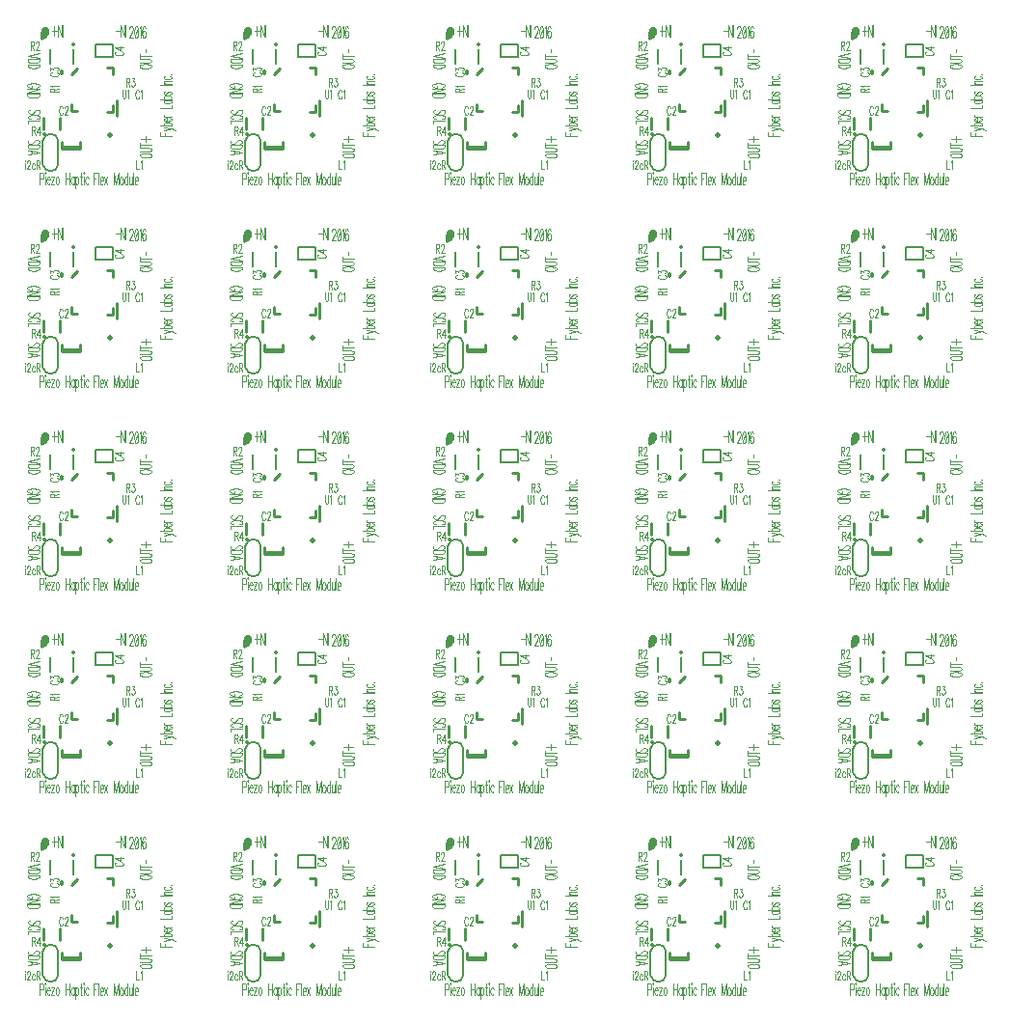
<source format=gbr>
G04 DipTrace 3.0.0.2*
G04 TopSilk.gbr*
%MOIN*%
G04 #@! TF.FileFunction,Legend,Top*
G04 #@! TF.Part,Single*
%ADD10C,0.009843*%
%ADD23C,0.005906*%
%ADD24O,0.014044X0.012136*%
%ADD31O,0.020099X0.018899*%
%ADD33O,0.014827X0.012287*%
%ADD40O,0.016022X0.019436*%
%ADD45O,0.028478X0.033987*%
%ADD83C,0.004632*%
%ADD85C,0.004374*%
%FSLAX26Y26*%
G04*
G70*
G90*
G75*
G01*
G04 TopSilk*
%LPD*%
X983588Y851339D2*
D10*
Y902480D1*
X856266Y742927D2*
X793337D1*
X856266Y735478D2*
X793337D1*
X856266D2*
Y759037D1*
X793337Y735478D2*
Y759037D1*
X832721Y1081218D2*
D23*
Y1030033D1*
X753982Y1081218D2*
Y1030033D1*
D24*
X834624Y1096344D3*
X969986Y1052498D2*
D23*
X910930D1*
Y1098164D1*
X969986D1*
Y1052498D1*
X781822Y682288D2*
G02X728672Y682288I-26575J3138D01*
G01*
Y763982D2*
G02X781822Y763982I26575J-3138D01*
G01*
X728672Y762500D2*
Y683771D1*
X781822Y762500D2*
Y683771D1*
D31*
X959785Y783365D3*
X730830Y804864D2*
D10*
Y844237D1*
X785951Y804864D2*
Y844237D1*
D33*
X733916Y786338D3*
D40*
X793868Y1000309D3*
X828104Y992197D2*
D10*
X848126Y1014464D1*
X951916Y1015247D2*
X971938D1*
Y992980D1*
X972344Y886864D2*
Y864596D1*
X952322D1*
X826543Y888570D2*
Y866303D1*
X846565D1*
G36*
X725830Y1111374D2*
X750114Y1136306D1*
X731083Y1149958D1*
X726096Y1143786D1*
X725830Y1111374D1*
G37*
D45*
X736924Y1138735D3*
X725705Y1115966D2*
D10*
G03X746045Y1135781I-2670J23088D01*
G01*
X725178Y1116883D2*
G02X727541Y1141294I38192J8623D01*
G01*
X1061910Y932222D2*
D83*
X1061054Y935074D1*
X1059323Y937959D1*
X1057612Y939385D1*
X1054170D1*
X1052439Y937959D1*
X1050728Y935074D1*
X1049852Y932222D1*
X1048997Y927911D1*
Y920715D1*
X1049852Y916437D1*
X1050728Y913552D1*
X1052439Y910700D1*
X1054170Y909241D1*
X1057612D1*
X1059323Y910700D1*
X1061054Y913552D1*
X1061910Y916437D1*
X1067468Y933615D2*
X1069199Y935074D1*
X1071786Y939352D1*
Y909241D1*
X798140Y876208D2*
X797284Y879060D1*
X795553Y881945D1*
X793842Y883371D1*
X790400D1*
X788669Y881945D1*
X786957Y879060D1*
X786082Y876208D1*
X785226Y871897D1*
Y864701D1*
X786082Y860423D1*
X786957Y857538D1*
X788669Y854686D1*
X790400Y853227D1*
X793842D1*
X795553Y854686D1*
X797284Y857538D1*
X798140Y860423D1*
X804573Y876175D2*
Y877601D1*
X805429Y880486D1*
X806284Y881912D1*
X808015Y883338D1*
X811458D1*
X813169Y881912D1*
X814024Y880486D1*
X814900Y877601D1*
Y874749D1*
X814024Y871864D1*
X812313Y867586D1*
X803698Y853227D1*
X815755D1*
X760628Y999574D2*
X757776Y998718D1*
X754891Y996987D1*
X753465Y995276D1*
Y991834D1*
X754891Y990103D1*
X757776Y988392D1*
X760628Y987516D1*
X764939Y986661D1*
X772135D1*
X776413Y987516D1*
X779298Y988392D1*
X782150Y990103D1*
X783609Y991834D1*
Y995276D1*
X782150Y996987D1*
X779298Y998718D1*
X776413Y999574D1*
X753498Y1006863D2*
Y1016314D1*
X764972Y1011161D1*
Y1013748D1*
X766398Y1015459D1*
X767824Y1016314D1*
X772135Y1017190D1*
X774987D1*
X779298Y1016314D1*
X782183Y1014603D1*
X783609Y1012016D1*
Y1009430D1*
X782183Y1006863D1*
X780724Y1006008D1*
X777872Y1005132D1*
X984253Y1071654D2*
X981401Y1070799D1*
X978516Y1069068D1*
X977090Y1067356D1*
Y1063914D1*
X978516Y1062183D1*
X981401Y1060472D1*
X984253Y1059597D1*
X988564Y1058741D1*
X995760D1*
X1000038Y1059597D1*
X1002923Y1060472D1*
X1005775Y1062183D1*
X1007234Y1063914D1*
Y1067356D1*
X1005775Y1069067D1*
X1002923Y1070799D1*
X1000038Y1071654D1*
X1007234Y1085828D2*
X977123D1*
X997186Y1077212D1*
Y1090125D1*
X666370Y695331D2*
X667225Y693906D1*
X668101Y695331D1*
X667225Y696791D1*
X666370Y695331D1*
X667225Y685283D2*
Y665187D1*
X674534Y688135D2*
Y689561D1*
X675390Y692446D1*
X676245Y693872D1*
X677976Y695298D1*
X681419D1*
X683130Y693872D1*
X683985Y692446D1*
X684861Y689561D1*
Y686709D1*
X683985Y683824D1*
X682274Y679547D1*
X673659Y665187D1*
X685716D1*
X701621Y680972D2*
X699890Y683858D1*
X698159Y685283D1*
X695592D1*
X693861Y683858D1*
X692150Y680972D1*
X691275Y676661D1*
Y673810D1*
X692150Y669499D1*
X693861Y666647D1*
X695592Y665187D1*
X698159D1*
X699890Y666647D1*
X701621Y669499D1*
X707179Y680972D2*
X714919D1*
X717506Y682432D1*
X718381Y683858D1*
X719237Y686709D1*
Y689595D1*
X718381Y692446D1*
X717506Y693906D1*
X714919Y695331D1*
X707179D1*
Y665187D1*
X713208Y680972D2*
X719237Y665187D1*
X1050136Y696938D2*
Y666794D1*
X1060463D1*
X1066021Y691168D2*
X1067752Y692627D1*
X1070339Y696905D1*
Y666794D1*
X768706Y932327D2*
Y940067D1*
X767247Y942654D1*
X765821Y943529D1*
X762969Y944385D1*
X760084D1*
X757232Y943529D1*
X755773Y942654D1*
X754347Y940067D1*
Y932327D1*
X784491D1*
X768706Y938356D2*
X784491Y944385D1*
X760117Y949943D2*
X758658Y951674D1*
X754380Y954261D1*
X784491D1*
X686445Y1092999D2*
X694185D1*
X696772Y1094458D1*
X697648Y1095884D1*
X698503Y1098736D1*
Y1101621D1*
X697648Y1104473D1*
X696772Y1105932D1*
X694185Y1107358D1*
X686445D1*
Y1077214D1*
X692474Y1092999D2*
X698503Y1077214D1*
X704937Y1100162D2*
Y1101588D1*
X705792Y1104473D1*
X706648Y1105899D1*
X708379Y1107325D1*
X711821D1*
X713532Y1105899D1*
X714388Y1104473D1*
X715263Y1101588D1*
Y1098736D1*
X714388Y1095851D1*
X712677Y1091573D1*
X704061Y1077214D1*
X716119D1*
X1017073Y966205D2*
X1024813D1*
X1027399Y967664D1*
X1028275Y969090D1*
X1029130Y971942D1*
Y974827D1*
X1028275Y977679D1*
X1027399Y979138D1*
X1024813Y980564D1*
X1017073D1*
Y950420D1*
X1023102Y966205D2*
X1029130Y950420D1*
X1036420Y980531D2*
X1045871D1*
X1040717Y969057D1*
X1043304D1*
X1045015Y967631D1*
X1045871Y966205D1*
X1046746Y961894D1*
Y959042D1*
X1045871Y954731D1*
X1044160Y951846D1*
X1041573Y950420D1*
X1038986D1*
X1036420Y951846D1*
X1035564Y953305D1*
X1034689Y956157D1*
X690721Y799441D2*
X698461D1*
X701048Y800900D1*
X701923Y802326D1*
X702779Y805178D1*
Y808063D1*
X701923Y810915D1*
X701048Y812374D1*
X698461Y813800D1*
X690721D1*
Y783656D1*
X696750Y799441D2*
X702779Y783656D1*
X716952D2*
Y813767D1*
X708337Y793704D1*
X721250D1*
X1003794Y940997D2*
Y919475D1*
X1004650Y915164D1*
X1006381Y912312D1*
X1008968Y910853D1*
X1010679D1*
X1013265Y912312D1*
X1014996Y915164D1*
X1015852Y919475D1*
Y940997D1*
X1021410Y935227D2*
X1023141Y936686D1*
X1025728Y940964D1*
Y910853D1*
X717389Y1065390D2*
D85*
X677197Y1057741D1*
X717389Y1050091D1*
Y1045717D2*
X677197D1*
Y1039018D1*
X679142Y1036144D1*
X682945Y1034221D1*
X686792Y1033270D1*
X692495Y1032320D1*
X702090D1*
X707838Y1033270D1*
X711641Y1034221D1*
X715487Y1036144D1*
X717389Y1039018D1*
Y1045717D1*
Y1027945D2*
X677197D1*
Y1021247D1*
X679142Y1018373D1*
X682945Y1016449D1*
X686792Y1015499D1*
X692495Y1014548D1*
X702090D1*
X707838Y1015499D1*
X711641Y1016449D1*
X715487Y1018373D1*
X717389Y1021247D1*
Y1027945D1*
X706486Y947854D2*
X710289Y948805D1*
X714136Y950728D1*
X716037Y952630D1*
Y956454D1*
X714136Y958378D1*
X710289Y960279D1*
X706487Y961252D1*
X700738Y962202D1*
X691144D1*
X685440Y961252D1*
X681593Y960279D1*
X677791Y958378D1*
X675845Y956454D1*
Y952630D1*
X677791Y950728D1*
X681593Y948805D1*
X685440Y947854D1*
X691144D1*
Y952630D1*
X716037Y930083D2*
X675845D1*
X716037Y943480D1*
X675845D1*
X716037Y925708D2*
X675845D1*
Y919010D1*
X677791Y916136D1*
X681593Y914212D1*
X685440Y913262D1*
X691144Y912311D1*
X700738D1*
X706486Y913262D1*
X710289Y914212D1*
X714136Y916136D1*
X716037Y919010D1*
Y925708D1*
X712668Y857188D2*
X716515Y859090D1*
X718416Y861964D1*
Y865788D1*
X716515Y868662D1*
X712668Y870586D1*
X708866D1*
X705019Y869613D1*
X703118Y868662D1*
X701216Y866761D1*
X697370Y861013D1*
X695468Y859090D1*
X693523Y858139D1*
X689720Y857188D1*
X683972D1*
X680170Y859090D1*
X678224Y861964D1*
Y865788D1*
X680170Y868662D1*
X683972Y870586D1*
X708866Y838466D2*
X712668Y839417D1*
X716515Y841340D1*
X718416Y843241D1*
Y847066D1*
X716515Y848989D1*
X712668Y850890D1*
X708866Y851863D1*
X703118Y852814D1*
X693523D1*
X687819Y851863D1*
X683972Y850891D1*
X680170Y848989D1*
X678224Y847066D1*
Y843241D1*
X680170Y841340D1*
X683972Y839417D1*
X687819Y838466D1*
X718416Y834091D2*
X678224Y834092D1*
Y822618D1*
X710953Y753245D2*
X714800Y755146D1*
X716701Y758020D1*
Y761845D1*
X714800Y764719D1*
X710953Y766642D1*
X707151D1*
X703304Y765669D1*
X701403Y764719D1*
X699501Y762817D1*
X695654Y757069D1*
X693753Y755146D1*
X691808Y754195D1*
X688005Y753245D1*
X682257D1*
X678455Y755146D1*
X676509Y758020D1*
Y761845D1*
X678455Y764719D1*
X682257Y766642D1*
X716701Y748870D2*
X676509D1*
Y742172D1*
X678455Y739298D1*
X682257Y737374D1*
X686104Y736424D1*
X691808Y735473D1*
X701402D1*
X707150Y736424D1*
X710953Y737374D1*
X714800Y739298D1*
X716701Y742172D1*
Y748870D1*
X676509Y715778D2*
X716701Y723449D1*
X676509Y731099D1*
X689906Y728225D2*
Y718652D1*
X1014768Y1122500D2*
Y1162692D1*
X996996Y1122500D2*
Y1162692D1*
X1010394Y1122500D1*
Y1162692D1*
X992622Y1142618D2*
X981568D1*
X798655Y1122113D2*
Y1162305D1*
X780883Y1122113D2*
Y1162305D1*
X794281Y1122113D1*
Y1162305D1*
X767909Y1125009D2*
Y1159453D1*
X776509Y1142253D2*
X759287D1*
X1063467Y1019376D2*
X1065368Y1017453D1*
X1069215Y1015552D1*
X1073017Y1014579D1*
X1078765Y1013628D1*
X1088360D1*
X1094064Y1014579D1*
X1097911Y1015552D1*
X1101713Y1017453D1*
X1103659Y1019376D1*
Y1023201D1*
X1101713Y1025102D1*
X1097911Y1027026D1*
X1094064Y1027976D1*
X1088360Y1028927D1*
X1078766D1*
X1073017Y1027976D1*
X1069215Y1027026D1*
X1065368Y1025102D1*
X1063467Y1023201D1*
Y1019376D1*
Y1033301D2*
X1092163D1*
X1097911Y1034252D1*
X1101713Y1036175D1*
X1103659Y1039049D1*
Y1040951D1*
X1101713Y1043825D1*
X1097911Y1045748D1*
X1092163Y1046699D1*
X1063467D1*
Y1057772D2*
X1103659D1*
X1063467Y1051073D2*
Y1064470D1*
X1083585Y1068845D2*
Y1079899D1*
X1064359Y711731D2*
X1066261Y709807D1*
X1070107Y707906D1*
X1073910Y706933D1*
X1079658Y705983D1*
X1089253D1*
X1094956Y706933D1*
X1098803Y707906D1*
X1102606Y709807D1*
X1104551Y711731D1*
Y715555D1*
X1102606Y717457D1*
X1098803Y719380D1*
X1094957Y720331D1*
X1089253Y721281D1*
X1079658D1*
X1073910Y720331D1*
X1070107Y719380D1*
X1066261Y717457D1*
X1064359Y715555D1*
Y711731D1*
Y725656D2*
X1093055D1*
X1098803Y726606D1*
X1102606Y728530D1*
X1104551Y731404D1*
Y733305D1*
X1102606Y736179D1*
X1098803Y738102D1*
X1093055Y739053D1*
X1064359D1*
Y750126D2*
X1104551D1*
X1064359Y743427D2*
Y756825D1*
X1067255Y769799D2*
X1101699D1*
X1084500Y761199D2*
Y778421D1*
X717916Y632162D2*
X726538D1*
X729390Y634064D1*
X730362Y636009D1*
X731313Y639812D1*
Y645560D1*
X730362Y649362D1*
X729390Y651308D1*
X726538Y653209D1*
X717916D1*
Y613017D1*
X735687Y653209D2*
X736638Y651308D1*
X737611Y653209D1*
X736638Y655154D1*
X735687Y653209D1*
X736638Y639812D2*
Y613017D1*
X741985Y628316D2*
X753459D1*
Y632162D1*
X752509Y636009D1*
X751558Y637910D1*
X749634Y639812D1*
X746760D1*
X744859Y637910D1*
X742936Y634064D1*
X741985Y628316D1*
Y624513D1*
X742936Y618765D1*
X744859Y614962D1*
X746760Y613017D1*
X749634D1*
X751558Y614962D1*
X753459Y618765D1*
X757834Y639812D2*
X768357D1*
X757834Y613017D1*
X768357D1*
X777507Y639812D2*
X775605Y637910D1*
X773682Y634064D1*
X772731Y628316D1*
Y624513D1*
X773682Y618765D1*
X775605Y614962D1*
X777507Y613017D1*
X780381D1*
X782304Y614962D1*
X784205Y618765D1*
X785178Y624513D1*
Y628316D1*
X784205Y634064D1*
X782304Y637910D1*
X780381Y639812D1*
X777507D1*
X807192Y653209D2*
Y613017D1*
X820589Y653209D2*
Y613017D1*
X807192Y634064D2*
X820589D1*
X836437Y639812D2*
Y613017D1*
Y634064D2*
X834536Y637910D1*
X832613Y639812D1*
X829761D1*
X827837Y637910D1*
X825936Y634064D1*
X824963Y628316D1*
Y624513D1*
X825936Y618765D1*
X827837Y614962D1*
X829761Y613017D1*
X832613D1*
X834536Y614962D1*
X836437Y618765D1*
X840812Y639812D2*
Y599620D1*
Y634064D2*
X842735Y637866D1*
X844637Y639812D1*
X847511D1*
X849434Y637866D1*
X851335Y634064D1*
X852308Y628316D1*
Y624469D1*
X851335Y618765D1*
X849434Y614918D1*
X847511Y613017D1*
X844637D1*
X842735Y614918D1*
X840812Y618765D1*
X859556Y653209D2*
Y620666D1*
X860507Y614962D1*
X862430Y613017D1*
X864332D1*
X856682Y639812D2*
X863381D1*
X868706Y653209D2*
X869657Y651308D1*
X870630Y653209D1*
X869657Y655154D1*
X868706Y653209D1*
X869657Y639812D2*
Y613017D1*
X886500Y634064D2*
X884577Y637910D1*
X882653Y639812D1*
X879801D1*
X877878Y637910D1*
X875977Y634064D1*
X875004Y628316D1*
Y624513D1*
X875977Y618765D1*
X877878Y614962D1*
X879801Y613017D1*
X882653D1*
X884577Y614962D1*
X886500Y618765D1*
X917266Y652334D2*
X904820D1*
Y612142D1*
Y633188D2*
X912469D1*
X921641Y652334D2*
Y612142D1*
X926015Y627440D2*
X937489D1*
Y631287D1*
X936539Y635134D1*
X935588Y637035D1*
X933665Y638936D1*
X930791D1*
X928889Y637035D1*
X926966Y633188D1*
X926015Y627440D1*
Y623638D1*
X926966Y617890D1*
X928889Y614087D1*
X930791Y612142D1*
X933665D1*
X935588Y614087D1*
X937489Y617890D1*
X941864Y638936D2*
X952387Y612142D1*
Y638936D2*
X941864Y612142D1*
X989699D2*
Y652334D1*
X982050Y612142D1*
X974401Y652334D1*
Y612142D1*
X998849Y638936D2*
X996948Y637035D1*
X995024Y633188D1*
X994074Y627440D1*
Y623638D1*
X995024Y617890D1*
X996948Y614087D1*
X998849Y612142D1*
X1001723D1*
X1003646Y614087D1*
X1005548Y617890D1*
X1006520Y623638D1*
Y627440D1*
X1005548Y633188D1*
X1003646Y637035D1*
X1001723Y638936D1*
X998849D1*
X1022369Y652334D2*
Y612142D1*
Y633188D2*
X1020468Y637035D1*
X1018544Y638936D1*
X1015670D1*
X1013769Y637035D1*
X1011846Y633188D1*
X1010895Y627440D1*
Y623638D1*
X1011846Y617890D1*
X1013769Y614087D1*
X1015670Y612142D1*
X1018544D1*
X1020468Y614087D1*
X1022369Y617890D1*
X1026743Y638936D2*
Y619791D1*
X1027694Y614087D1*
X1029617Y612142D1*
X1032491D1*
X1034393Y614087D1*
X1037267Y619791D1*
Y638936D2*
Y612142D1*
X1041641Y652334D2*
Y612142D1*
X1046016Y627440D2*
X1057490D1*
Y631287D1*
X1056539Y635134D1*
X1055588Y637035D1*
X1053665Y638936D1*
X1050791D1*
X1048890Y637035D1*
X1046966Y633188D1*
X1046016Y627440D1*
Y623638D1*
X1046966Y617890D1*
X1048890Y614087D1*
X1050791Y612142D1*
X1053665D1*
X1055588Y614087D1*
X1057490Y617890D1*
X1132997Y793907D2*
Y781460D1*
X1173189D1*
X1152142D2*
Y789110D1*
X1146394Y799254D2*
X1173189Y804980D1*
X1180838Y803079D1*
X1184685Y801155D1*
X1186586Y799254D1*
Y798281D1*
X1146394Y810728D2*
X1173189Y804980D1*
X1132997Y815103D2*
X1173189D1*
X1152142D2*
X1148296Y817026D1*
X1146394Y818927D1*
Y821801D1*
X1148296Y823702D1*
X1152142Y825626D1*
X1157890Y826576D1*
X1161693D1*
X1167441Y825626D1*
X1171244Y823702D1*
X1173189Y821801D1*
Y818927D1*
X1171244Y817026D1*
X1167441Y815103D1*
X1157890Y830951D2*
Y842425D1*
X1154044D1*
X1150197Y841474D1*
X1148296Y840524D1*
X1146394Y838600D1*
Y835726D1*
X1148296Y833825D1*
X1152142Y831902D1*
X1157890Y830951D1*
X1161693D1*
X1167441Y831902D1*
X1171244Y833825D1*
X1173189Y835726D1*
Y838600D1*
X1171244Y840524D1*
X1167441Y842425D1*
X1146394Y846799D2*
X1173189D1*
X1157890D2*
X1152142Y847772D1*
X1148296Y849673D1*
X1146394Y851597D1*
Y854471D1*
X1132997Y876484D2*
X1173189D1*
Y887958D1*
X1146394Y903807D2*
X1173189D1*
X1152142D2*
X1148296Y901905D1*
X1146394Y899982D1*
Y897130D1*
X1148296Y895207D1*
X1152142Y893305D1*
X1157890Y892333D1*
X1161693D1*
X1167441Y893305D1*
X1171244Y895207D1*
X1173189Y897130D1*
Y899982D1*
X1171244Y901905D1*
X1167441Y903807D1*
X1132997Y908181D2*
X1173189D1*
X1152142D2*
X1148296Y910105D1*
X1146394Y912006D1*
Y914880D1*
X1148296Y916781D1*
X1152142Y918704D1*
X1157890Y919655D1*
X1161693D1*
X1167441Y918704D1*
X1171244Y916781D1*
X1173189Y914880D1*
Y912006D1*
X1171244Y910105D1*
X1167441Y908181D1*
X1152142Y934553D2*
X1148296Y933602D1*
X1146394Y930728D1*
Y927854D1*
X1148296Y924980D1*
X1152142Y924030D1*
X1155945Y924980D1*
X1157890Y926904D1*
X1159792Y931679D1*
X1161693Y933602D1*
X1165540Y934553D1*
X1167441D1*
X1171244Y933602D1*
X1173189Y930728D1*
Y927854D1*
X1171244Y924980D1*
X1167441Y924030D1*
X1132997Y956566D2*
X1173189D1*
X1146394Y960941D2*
X1173189D1*
X1154044D2*
X1148296Y963815D1*
X1146394Y965738D1*
Y968590D1*
X1148296Y970514D1*
X1154044Y971464D1*
X1173189D1*
X1152142Y987335D2*
X1148296Y985411D1*
X1146394Y983488D1*
Y980636D1*
X1148296Y978713D1*
X1152142Y976811D1*
X1157890Y975839D1*
X1161693D1*
X1167441Y976811D1*
X1171244Y978713D1*
X1173189Y980636D1*
Y983488D1*
X1171244Y985411D1*
X1167441Y987335D1*
X1169342Y992660D2*
X1171288Y991709D1*
X1173189Y992660D1*
X1171288Y993633D1*
X1169342Y992660D1*
X1028293Y1149747D2*
Y1151648D1*
X1029243Y1155495D1*
X1030194Y1157396D1*
X1032117Y1159297D1*
X1035942D1*
X1037843Y1157396D1*
X1038794Y1155495D1*
X1039766Y1151648D1*
Y1147845D1*
X1038794Y1143999D1*
X1036892Y1138295D1*
X1027320Y1119150D1*
X1040717D1*
X1050840Y1159297D2*
X1047966Y1157396D1*
X1046042Y1151648D1*
X1045092Y1142097D1*
Y1136349D1*
X1046042Y1126799D1*
X1047966Y1121051D1*
X1050840Y1119150D1*
X1052741D1*
X1055615Y1121051D1*
X1057516Y1126799D1*
X1058489Y1136349D1*
Y1142097D1*
X1057516Y1151648D1*
X1055615Y1157396D1*
X1052741Y1159297D1*
X1050840D1*
X1057516Y1151648D2*
X1046042Y1126799D1*
X1062863Y1151648D2*
X1064787Y1153594D1*
X1067661Y1159297D1*
Y1119150D1*
X1083509Y1153594D2*
X1082559Y1157396D1*
X1079685Y1159297D1*
X1077783D1*
X1074909Y1157396D1*
X1072986Y1151648D1*
X1072035Y1142097D1*
Y1132547D1*
X1072986Y1124898D1*
X1074909Y1121051D1*
X1077783Y1119150D1*
X1078734D1*
X1081586Y1121051D1*
X1083509Y1124898D1*
X1084460Y1130646D1*
Y1132547D1*
X1083509Y1138295D1*
X1081586Y1142097D1*
X1078734Y1143999D1*
X1077783D1*
X1074909Y1142097D1*
X1072986Y1138295D1*
X1072035Y1132547D1*
X1683588Y851339D2*
D10*
Y902480D1*
X1556266Y742927D2*
X1493337D1*
X1556266Y735478D2*
X1493337D1*
X1556266D2*
Y759037D1*
X1493337Y735478D2*
Y759037D1*
X1532721Y1081218D2*
D23*
Y1030033D1*
X1453982Y1081218D2*
Y1030033D1*
D24*
X1534624Y1096344D3*
X1669986Y1052498D2*
D23*
X1610930D1*
Y1098164D1*
X1669986D1*
Y1052498D1*
X1481822Y682288D2*
G02X1428672Y682288I-26575J3138D01*
G01*
Y763982D2*
G02X1481822Y763982I26575J-3138D01*
G01*
X1428672Y762500D2*
Y683771D1*
X1481822Y762500D2*
Y683771D1*
D31*
X1659785Y783365D3*
X1430830Y804864D2*
D10*
Y844237D1*
X1485951Y804864D2*
Y844237D1*
D33*
X1433916Y786338D3*
D40*
X1493868Y1000309D3*
X1528104Y992197D2*
D10*
X1548126Y1014464D1*
X1651916Y1015247D2*
X1671938D1*
Y992980D1*
X1672344Y886864D2*
Y864596D1*
X1652322D1*
X1526543Y888570D2*
Y866303D1*
X1546565D1*
G36*
X1425830Y1111374D2*
X1450114Y1136306D1*
X1431083Y1149958D1*
X1426096Y1143786D1*
X1425830Y1111374D1*
G37*
D45*
X1436924Y1138735D3*
X1425705Y1115966D2*
D10*
G03X1446045Y1135781I-2670J23088D01*
G01*
X1425178Y1116883D2*
G02X1427541Y1141294I38192J8623D01*
G01*
X1761910Y932222D2*
D83*
X1761054Y935074D1*
X1759323Y937959D1*
X1757612Y939385D1*
X1754170D1*
X1752439Y937959D1*
X1750728Y935074D1*
X1749852Y932222D1*
X1748997Y927911D1*
Y920715D1*
X1749852Y916437D1*
X1750728Y913552D1*
X1752439Y910700D1*
X1754170Y909241D1*
X1757612D1*
X1759323Y910700D1*
X1761054Y913552D1*
X1761910Y916437D1*
X1767468Y933615D2*
X1769199Y935074D1*
X1771786Y939352D1*
Y909241D1*
X1498140Y876208D2*
X1497284Y879060D1*
X1495553Y881945D1*
X1493842Y883371D1*
X1490400D1*
X1488669Y881945D1*
X1486957Y879060D1*
X1486082Y876208D1*
X1485226Y871897D1*
Y864701D1*
X1486082Y860423D1*
X1486957Y857538D1*
X1488669Y854686D1*
X1490400Y853227D1*
X1493842D1*
X1495553Y854686D1*
X1497284Y857538D1*
X1498140Y860423D1*
X1504573Y876175D2*
Y877601D1*
X1505429Y880486D1*
X1506284Y881912D1*
X1508015Y883338D1*
X1511458D1*
X1513169Y881912D1*
X1514024Y880486D1*
X1514900Y877601D1*
Y874749D1*
X1514024Y871864D1*
X1512313Y867586D1*
X1503698Y853227D1*
X1515755D1*
X1460628Y999574D2*
X1457776Y998718D1*
X1454891Y996987D1*
X1453465Y995276D1*
Y991834D1*
X1454891Y990103D1*
X1457776Y988392D1*
X1460628Y987516D1*
X1464939Y986661D1*
X1472135D1*
X1476413Y987516D1*
X1479298Y988392D1*
X1482150Y990103D1*
X1483609Y991834D1*
Y995276D1*
X1482150Y996987D1*
X1479298Y998718D1*
X1476413Y999574D1*
X1453498Y1006863D2*
Y1016314D1*
X1464972Y1011161D1*
Y1013748D1*
X1466398Y1015459D1*
X1467824Y1016314D1*
X1472135Y1017190D1*
X1474987D1*
X1479298Y1016314D1*
X1482183Y1014603D1*
X1483609Y1012016D1*
Y1009430D1*
X1482183Y1006863D1*
X1480724Y1006008D1*
X1477872Y1005132D1*
X1684253Y1071654D2*
X1681401Y1070799D1*
X1678516Y1069068D1*
X1677090Y1067356D1*
Y1063914D1*
X1678516Y1062183D1*
X1681401Y1060472D1*
X1684253Y1059597D1*
X1688564Y1058741D1*
X1695760D1*
X1700038Y1059597D1*
X1702923Y1060472D1*
X1705775Y1062183D1*
X1707234Y1063914D1*
Y1067356D1*
X1705775Y1069067D1*
X1702923Y1070799D1*
X1700038Y1071654D1*
X1707234Y1085828D2*
X1677123D1*
X1697186Y1077212D1*
Y1090125D1*
X1366370Y695331D2*
X1367225Y693906D1*
X1368101Y695331D1*
X1367225Y696791D1*
X1366370Y695331D1*
X1367225Y685283D2*
Y665187D1*
X1374534Y688135D2*
Y689561D1*
X1375390Y692446D1*
X1376245Y693872D1*
X1377976Y695298D1*
X1381419D1*
X1383130Y693872D1*
X1383985Y692446D1*
X1384861Y689561D1*
Y686709D1*
X1383985Y683824D1*
X1382274Y679547D1*
X1373659Y665187D1*
X1385716D1*
X1401621Y680972D2*
X1399890Y683858D1*
X1398159Y685283D1*
X1395592D1*
X1393861Y683858D1*
X1392150Y680972D1*
X1391275Y676661D1*
Y673810D1*
X1392150Y669499D1*
X1393861Y666647D1*
X1395592Y665187D1*
X1398159D1*
X1399890Y666647D1*
X1401621Y669499D1*
X1407179Y680972D2*
X1414919D1*
X1417506Y682432D1*
X1418381Y683858D1*
X1419237Y686709D1*
Y689595D1*
X1418381Y692446D1*
X1417506Y693906D1*
X1414919Y695331D1*
X1407179D1*
Y665187D1*
X1413208Y680972D2*
X1419237Y665187D1*
X1750136Y696938D2*
Y666794D1*
X1760463D1*
X1766021Y691168D2*
X1767752Y692627D1*
X1770339Y696905D1*
Y666794D1*
X1468706Y932327D2*
Y940067D1*
X1467247Y942654D1*
X1465821Y943529D1*
X1462969Y944385D1*
X1460084D1*
X1457232Y943529D1*
X1455773Y942654D1*
X1454347Y940067D1*
Y932327D1*
X1484491D1*
X1468706Y938356D2*
X1484491Y944385D1*
X1460117Y949943D2*
X1458658Y951674D1*
X1454380Y954261D1*
X1484491D1*
X1386445Y1092999D2*
X1394185D1*
X1396772Y1094458D1*
X1397648Y1095884D1*
X1398503Y1098736D1*
Y1101621D1*
X1397648Y1104473D1*
X1396772Y1105932D1*
X1394185Y1107358D1*
X1386445D1*
Y1077214D1*
X1392474Y1092999D2*
X1398503Y1077214D1*
X1404937Y1100162D2*
Y1101588D1*
X1405792Y1104473D1*
X1406648Y1105899D1*
X1408379Y1107325D1*
X1411821D1*
X1413532Y1105899D1*
X1414388Y1104473D1*
X1415263Y1101588D1*
Y1098736D1*
X1414388Y1095851D1*
X1412677Y1091573D1*
X1404061Y1077214D1*
X1416119D1*
X1717073Y966205D2*
X1724813D1*
X1727399Y967664D1*
X1728275Y969090D1*
X1729130Y971942D1*
Y974827D1*
X1728275Y977679D1*
X1727399Y979138D1*
X1724813Y980564D1*
X1717073D1*
Y950420D1*
X1723102Y966205D2*
X1729130Y950420D1*
X1736420Y980531D2*
X1745871D1*
X1740717Y969057D1*
X1743304D1*
X1745015Y967631D1*
X1745871Y966205D1*
X1746746Y961894D1*
Y959042D1*
X1745871Y954731D1*
X1744160Y951846D1*
X1741573Y950420D1*
X1738986D1*
X1736420Y951846D1*
X1735564Y953305D1*
X1734689Y956157D1*
X1390721Y799441D2*
X1398461D1*
X1401048Y800900D1*
X1401923Y802326D1*
X1402779Y805178D1*
Y808063D1*
X1401923Y810915D1*
X1401048Y812374D1*
X1398461Y813800D1*
X1390721D1*
Y783656D1*
X1396750Y799441D2*
X1402779Y783656D1*
X1416952D2*
Y813767D1*
X1408337Y793704D1*
X1421250D1*
X1703794Y940997D2*
Y919475D1*
X1704650Y915164D1*
X1706381Y912312D1*
X1708968Y910853D1*
X1710679D1*
X1713265Y912312D1*
X1714996Y915164D1*
X1715852Y919475D1*
Y940997D1*
X1721410Y935227D2*
X1723141Y936686D1*
X1725728Y940964D1*
Y910853D1*
X1417389Y1065390D2*
D85*
X1377197Y1057741D1*
X1417389Y1050091D1*
Y1045717D2*
X1377197D1*
Y1039018D1*
X1379142Y1036144D1*
X1382945Y1034221D1*
X1386792Y1033270D1*
X1392495Y1032320D1*
X1402090D1*
X1407838Y1033270D1*
X1411641Y1034221D1*
X1415487Y1036144D1*
X1417389Y1039018D1*
Y1045717D1*
Y1027945D2*
X1377197D1*
Y1021247D1*
X1379142Y1018373D1*
X1382945Y1016449D1*
X1386792Y1015499D1*
X1392495Y1014548D1*
X1402090D1*
X1407838Y1015499D1*
X1411641Y1016449D1*
X1415487Y1018373D1*
X1417389Y1021247D1*
Y1027945D1*
X1406486Y947854D2*
X1410289Y948805D1*
X1414136Y950728D1*
X1416037Y952630D1*
Y956454D1*
X1414136Y958378D1*
X1410289Y960279D1*
X1406487Y961252D1*
X1400738Y962202D1*
X1391144D1*
X1385440Y961252D1*
X1381593Y960279D1*
X1377791Y958378D1*
X1375845Y956454D1*
Y952630D1*
X1377791Y950728D1*
X1381593Y948805D1*
X1385440Y947854D1*
X1391144D1*
Y952630D1*
X1416037Y930083D2*
X1375845D1*
X1416037Y943480D1*
X1375845D1*
X1416037Y925708D2*
X1375845D1*
Y919010D1*
X1377791Y916136D1*
X1381593Y914212D1*
X1385440Y913262D1*
X1391144Y912311D1*
X1400738D1*
X1406486Y913262D1*
X1410289Y914212D1*
X1414136Y916136D1*
X1416037Y919010D1*
Y925708D1*
X1412668Y857188D2*
X1416515Y859090D1*
X1418416Y861964D1*
Y865788D1*
X1416515Y868662D1*
X1412668Y870586D1*
X1408866D1*
X1405019Y869613D1*
X1403118Y868662D1*
X1401216Y866761D1*
X1397370Y861013D1*
X1395468Y859090D1*
X1393523Y858139D1*
X1389720Y857188D1*
X1383972D1*
X1380170Y859090D1*
X1378224Y861964D1*
Y865788D1*
X1380170Y868662D1*
X1383972Y870586D1*
X1408866Y838466D2*
X1412668Y839417D1*
X1416515Y841340D1*
X1418416Y843241D1*
Y847066D1*
X1416515Y848989D1*
X1412668Y850890D1*
X1408866Y851863D1*
X1403118Y852814D1*
X1393523D1*
X1387819Y851863D1*
X1383972Y850891D1*
X1380170Y848989D1*
X1378224Y847066D1*
Y843241D1*
X1380170Y841340D1*
X1383972Y839417D1*
X1387819Y838466D1*
X1418416Y834091D2*
X1378224Y834092D1*
Y822618D1*
X1410953Y753245D2*
X1414800Y755146D1*
X1416701Y758020D1*
Y761845D1*
X1414800Y764719D1*
X1410953Y766642D1*
X1407151D1*
X1403304Y765669D1*
X1401403Y764719D1*
X1399501Y762817D1*
X1395654Y757069D1*
X1393753Y755146D1*
X1391808Y754195D1*
X1388005Y753245D1*
X1382257D1*
X1378455Y755146D1*
X1376509Y758020D1*
Y761845D1*
X1378455Y764719D1*
X1382257Y766642D1*
X1416701Y748870D2*
X1376509D1*
Y742172D1*
X1378455Y739298D1*
X1382257Y737374D1*
X1386104Y736424D1*
X1391808Y735473D1*
X1401402D1*
X1407150Y736424D1*
X1410953Y737374D1*
X1414800Y739298D1*
X1416701Y742172D1*
Y748870D1*
X1376509Y715778D2*
X1416701Y723449D1*
X1376509Y731099D1*
X1389906Y728225D2*
Y718652D1*
X1714768Y1122500D2*
Y1162692D1*
X1696996Y1122500D2*
Y1162692D1*
X1710394Y1122500D1*
Y1162692D1*
X1692622Y1142618D2*
X1681568D1*
X1498655Y1122113D2*
Y1162305D1*
X1480883Y1122113D2*
Y1162305D1*
X1494281Y1122113D1*
Y1162305D1*
X1467909Y1125009D2*
Y1159453D1*
X1476509Y1142253D2*
X1459287D1*
X1763467Y1019376D2*
X1765368Y1017453D1*
X1769215Y1015552D1*
X1773017Y1014579D1*
X1778765Y1013628D1*
X1788360D1*
X1794064Y1014579D1*
X1797911Y1015552D1*
X1801713Y1017453D1*
X1803659Y1019376D1*
Y1023201D1*
X1801713Y1025102D1*
X1797911Y1027026D1*
X1794064Y1027976D1*
X1788360Y1028927D1*
X1778766D1*
X1773017Y1027976D1*
X1769215Y1027026D1*
X1765368Y1025102D1*
X1763467Y1023201D1*
Y1019376D1*
Y1033301D2*
X1792163D1*
X1797911Y1034252D1*
X1801713Y1036175D1*
X1803659Y1039049D1*
Y1040951D1*
X1801713Y1043825D1*
X1797911Y1045748D1*
X1792163Y1046699D1*
X1763467D1*
Y1057772D2*
X1803659D1*
X1763467Y1051073D2*
Y1064470D1*
X1783585Y1068845D2*
Y1079899D1*
X1764359Y711731D2*
X1766261Y709807D1*
X1770107Y707906D1*
X1773910Y706933D1*
X1779658Y705983D1*
X1789253D1*
X1794956Y706933D1*
X1798803Y707906D1*
X1802606Y709807D1*
X1804551Y711731D1*
Y715555D1*
X1802606Y717457D1*
X1798803Y719380D1*
X1794957Y720331D1*
X1789253Y721281D1*
X1779658D1*
X1773910Y720331D1*
X1770107Y719380D1*
X1766261Y717457D1*
X1764359Y715555D1*
Y711731D1*
Y725656D2*
X1793055D1*
X1798803Y726606D1*
X1802606Y728530D1*
X1804551Y731404D1*
Y733305D1*
X1802606Y736179D1*
X1798803Y738102D1*
X1793055Y739053D1*
X1764359D1*
Y750126D2*
X1804551D1*
X1764359Y743427D2*
Y756825D1*
X1767255Y769799D2*
X1801699D1*
X1784500Y761199D2*
Y778421D1*
X1417916Y632162D2*
X1426538D1*
X1429390Y634064D1*
X1430362Y636009D1*
X1431313Y639812D1*
Y645560D1*
X1430362Y649362D1*
X1429390Y651308D1*
X1426538Y653209D1*
X1417916D1*
Y613017D1*
X1435687Y653209D2*
X1436638Y651308D1*
X1437611Y653209D1*
X1436638Y655154D1*
X1435687Y653209D1*
X1436638Y639812D2*
Y613017D1*
X1441985Y628316D2*
X1453459D1*
Y632162D1*
X1452509Y636009D1*
X1451558Y637910D1*
X1449634Y639812D1*
X1446760D1*
X1444859Y637910D1*
X1442936Y634064D1*
X1441985Y628316D1*
Y624513D1*
X1442936Y618765D1*
X1444859Y614962D1*
X1446760Y613017D1*
X1449634D1*
X1451558Y614962D1*
X1453459Y618765D1*
X1457834Y639812D2*
X1468357D1*
X1457834Y613017D1*
X1468357D1*
X1477507Y639812D2*
X1475605Y637910D1*
X1473682Y634064D1*
X1472731Y628316D1*
Y624513D1*
X1473682Y618765D1*
X1475605Y614962D1*
X1477507Y613017D1*
X1480381D1*
X1482304Y614962D1*
X1484205Y618765D1*
X1485178Y624513D1*
Y628316D1*
X1484205Y634064D1*
X1482304Y637910D1*
X1480381Y639812D1*
X1477507D1*
X1507192Y653209D2*
Y613017D1*
X1520589Y653209D2*
Y613017D1*
X1507192Y634064D2*
X1520589D1*
X1536437Y639812D2*
Y613017D1*
Y634064D2*
X1534536Y637910D1*
X1532613Y639812D1*
X1529761D1*
X1527837Y637910D1*
X1525936Y634064D1*
X1524963Y628316D1*
Y624513D1*
X1525936Y618765D1*
X1527837Y614962D1*
X1529761Y613017D1*
X1532613D1*
X1534536Y614962D1*
X1536437Y618765D1*
X1540812Y639812D2*
Y599620D1*
Y634064D2*
X1542735Y637866D1*
X1544637Y639812D1*
X1547511D1*
X1549434Y637866D1*
X1551335Y634064D1*
X1552308Y628316D1*
Y624469D1*
X1551335Y618765D1*
X1549434Y614918D1*
X1547511Y613017D1*
X1544637D1*
X1542735Y614918D1*
X1540812Y618765D1*
X1559556Y653209D2*
Y620666D1*
X1560507Y614962D1*
X1562430Y613017D1*
X1564332D1*
X1556682Y639812D2*
X1563381D1*
X1568706Y653209D2*
X1569657Y651308D1*
X1570630Y653209D1*
X1569657Y655154D1*
X1568706Y653209D1*
X1569657Y639812D2*
Y613017D1*
X1586500Y634064D2*
X1584577Y637910D1*
X1582653Y639812D1*
X1579801D1*
X1577878Y637910D1*
X1575977Y634064D1*
X1575004Y628316D1*
Y624513D1*
X1575977Y618765D1*
X1577878Y614962D1*
X1579801Y613017D1*
X1582653D1*
X1584577Y614962D1*
X1586500Y618765D1*
X1617266Y652334D2*
X1604820D1*
Y612142D1*
Y633188D2*
X1612469D1*
X1621641Y652334D2*
Y612142D1*
X1626015Y627440D2*
X1637489D1*
Y631287D1*
X1636539Y635134D1*
X1635588Y637035D1*
X1633665Y638936D1*
X1630791D1*
X1628889Y637035D1*
X1626966Y633188D1*
X1626015Y627440D1*
Y623638D1*
X1626966Y617890D1*
X1628889Y614087D1*
X1630791Y612142D1*
X1633665D1*
X1635588Y614087D1*
X1637489Y617890D1*
X1641864Y638936D2*
X1652387Y612142D1*
Y638936D2*
X1641864Y612142D1*
X1689699D2*
Y652334D1*
X1682050Y612142D1*
X1674401Y652334D1*
Y612142D1*
X1698849Y638936D2*
X1696948Y637035D1*
X1695024Y633188D1*
X1694074Y627440D1*
Y623638D1*
X1695024Y617890D1*
X1696948Y614087D1*
X1698849Y612142D1*
X1701723D1*
X1703646Y614087D1*
X1705548Y617890D1*
X1706520Y623638D1*
Y627440D1*
X1705548Y633188D1*
X1703646Y637035D1*
X1701723Y638936D1*
X1698849D1*
X1722369Y652334D2*
Y612142D1*
Y633188D2*
X1720468Y637035D1*
X1718544Y638936D1*
X1715670D1*
X1713769Y637035D1*
X1711846Y633188D1*
X1710895Y627440D1*
Y623638D1*
X1711846Y617890D1*
X1713769Y614087D1*
X1715670Y612142D1*
X1718544D1*
X1720468Y614087D1*
X1722369Y617890D1*
X1726743Y638936D2*
Y619791D1*
X1727694Y614087D1*
X1729617Y612142D1*
X1732491D1*
X1734393Y614087D1*
X1737267Y619791D1*
Y638936D2*
Y612142D1*
X1741641Y652334D2*
Y612142D1*
X1746016Y627440D2*
X1757490D1*
Y631287D1*
X1756539Y635134D1*
X1755588Y637035D1*
X1753665Y638936D1*
X1750791D1*
X1748890Y637035D1*
X1746966Y633188D1*
X1746016Y627440D1*
Y623638D1*
X1746966Y617890D1*
X1748890Y614087D1*
X1750791Y612142D1*
X1753665D1*
X1755588Y614087D1*
X1757490Y617890D1*
X1832997Y793907D2*
Y781460D1*
X1873189D1*
X1852142D2*
Y789110D1*
X1846394Y799254D2*
X1873189Y804980D1*
X1880838Y803079D1*
X1884685Y801155D1*
X1886586Y799254D1*
Y798281D1*
X1846394Y810728D2*
X1873189Y804980D1*
X1832997Y815103D2*
X1873189D1*
X1852142D2*
X1848296Y817026D1*
X1846394Y818927D1*
Y821801D1*
X1848296Y823702D1*
X1852142Y825626D1*
X1857890Y826576D1*
X1861693D1*
X1867441Y825626D1*
X1871244Y823702D1*
X1873189Y821801D1*
Y818927D1*
X1871244Y817026D1*
X1867441Y815103D1*
X1857890Y830951D2*
Y842425D1*
X1854044D1*
X1850197Y841474D1*
X1848296Y840524D1*
X1846394Y838600D1*
Y835726D1*
X1848296Y833825D1*
X1852142Y831902D1*
X1857890Y830951D1*
X1861693D1*
X1867441Y831902D1*
X1871244Y833825D1*
X1873189Y835726D1*
Y838600D1*
X1871244Y840524D1*
X1867441Y842425D1*
X1846394Y846799D2*
X1873189D1*
X1857890D2*
X1852142Y847772D1*
X1848296Y849673D1*
X1846394Y851597D1*
Y854471D1*
X1832997Y876484D2*
X1873189D1*
Y887958D1*
X1846394Y903807D2*
X1873189D1*
X1852142D2*
X1848296Y901905D1*
X1846394Y899982D1*
Y897130D1*
X1848296Y895207D1*
X1852142Y893305D1*
X1857890Y892333D1*
X1861693D1*
X1867441Y893305D1*
X1871244Y895207D1*
X1873189Y897130D1*
Y899982D1*
X1871244Y901905D1*
X1867441Y903807D1*
X1832997Y908181D2*
X1873189D1*
X1852142D2*
X1848296Y910105D1*
X1846394Y912006D1*
Y914880D1*
X1848296Y916781D1*
X1852142Y918704D1*
X1857890Y919655D1*
X1861693D1*
X1867441Y918704D1*
X1871244Y916781D1*
X1873189Y914880D1*
Y912006D1*
X1871244Y910105D1*
X1867441Y908181D1*
X1852142Y934553D2*
X1848296Y933602D1*
X1846394Y930728D1*
Y927854D1*
X1848296Y924980D1*
X1852142Y924030D1*
X1855945Y924980D1*
X1857890Y926904D1*
X1859792Y931679D1*
X1861693Y933602D1*
X1865540Y934553D1*
X1867441D1*
X1871244Y933602D1*
X1873189Y930728D1*
Y927854D1*
X1871244Y924980D1*
X1867441Y924030D1*
X1832997Y956566D2*
X1873189D1*
X1846394Y960941D2*
X1873189D1*
X1854044D2*
X1848296Y963815D1*
X1846394Y965738D1*
Y968590D1*
X1848296Y970514D1*
X1854044Y971464D1*
X1873189D1*
X1852142Y987335D2*
X1848296Y985411D1*
X1846394Y983488D1*
Y980636D1*
X1848296Y978713D1*
X1852142Y976811D1*
X1857890Y975839D1*
X1861693D1*
X1867441Y976811D1*
X1871244Y978713D1*
X1873189Y980636D1*
Y983488D1*
X1871244Y985411D1*
X1867441Y987335D1*
X1869342Y992660D2*
X1871288Y991709D1*
X1873189Y992660D1*
X1871288Y993633D1*
X1869342Y992660D1*
X1728293Y1149747D2*
Y1151648D1*
X1729243Y1155495D1*
X1730194Y1157396D1*
X1732117Y1159297D1*
X1735942D1*
X1737843Y1157396D1*
X1738794Y1155495D1*
X1739766Y1151648D1*
Y1147845D1*
X1738794Y1143999D1*
X1736892Y1138295D1*
X1727320Y1119150D1*
X1740717D1*
X1750840Y1159297D2*
X1747966Y1157396D1*
X1746042Y1151648D1*
X1745092Y1142097D1*
Y1136349D1*
X1746042Y1126799D1*
X1747966Y1121051D1*
X1750840Y1119150D1*
X1752741D1*
X1755615Y1121051D1*
X1757516Y1126799D1*
X1758489Y1136349D1*
Y1142097D1*
X1757516Y1151648D1*
X1755615Y1157396D1*
X1752741Y1159297D1*
X1750840D1*
X1757516Y1151648D2*
X1746042Y1126799D1*
X1762863Y1151648D2*
X1764787Y1153594D1*
X1767661Y1159297D1*
Y1119150D1*
X1783509Y1153594D2*
X1782559Y1157396D1*
X1779685Y1159297D1*
X1777783D1*
X1774909Y1157396D1*
X1772986Y1151648D1*
X1772035Y1142097D1*
Y1132547D1*
X1772986Y1124898D1*
X1774909Y1121051D1*
X1777783Y1119150D1*
X1778734D1*
X1781586Y1121051D1*
X1783509Y1124898D1*
X1784460Y1130646D1*
Y1132547D1*
X1783509Y1138295D1*
X1781586Y1142097D1*
X1778734Y1143999D1*
X1777783D1*
X1774909Y1142097D1*
X1772986Y1138295D1*
X1772035Y1132547D1*
X2383588Y851339D2*
D10*
Y902480D1*
X2256266Y742927D2*
X2193337D1*
X2256266Y735478D2*
X2193337D1*
X2256266D2*
Y759037D1*
X2193337Y735478D2*
Y759037D1*
X2232721Y1081218D2*
D23*
Y1030033D1*
X2153982Y1081218D2*
Y1030033D1*
D24*
X2234624Y1096344D3*
X2369986Y1052498D2*
D23*
X2310930D1*
Y1098164D1*
X2369986D1*
Y1052498D1*
X2181822Y682288D2*
G02X2128672Y682288I-26575J3138D01*
G01*
Y763982D2*
G02X2181822Y763982I26575J-3138D01*
G01*
X2128672Y762500D2*
Y683771D1*
X2181822Y762500D2*
Y683771D1*
D31*
X2359785Y783365D3*
X2130830Y804864D2*
D10*
Y844237D1*
X2185951Y804864D2*
Y844237D1*
D33*
X2133916Y786338D3*
D40*
X2193868Y1000309D3*
X2228104Y992197D2*
D10*
X2248126Y1014464D1*
X2351916Y1015247D2*
X2371938D1*
Y992980D1*
X2372344Y886864D2*
Y864596D1*
X2352322D1*
X2226543Y888570D2*
Y866303D1*
X2246565D1*
G36*
X2125830Y1111374D2*
X2150114Y1136306D1*
X2131083Y1149958D1*
X2126096Y1143786D1*
X2125830Y1111374D1*
G37*
D45*
X2136924Y1138735D3*
X2125705Y1115966D2*
D10*
G03X2146045Y1135781I-2670J23088D01*
G01*
X2125178Y1116883D2*
G02X2127541Y1141294I38192J8623D01*
G01*
X2461910Y932222D2*
D83*
X2461054Y935074D1*
X2459323Y937959D1*
X2457612Y939385D1*
X2454170D1*
X2452439Y937959D1*
X2450728Y935074D1*
X2449852Y932222D1*
X2448997Y927911D1*
Y920715D1*
X2449852Y916437D1*
X2450728Y913552D1*
X2452439Y910700D1*
X2454170Y909241D1*
X2457612D1*
X2459323Y910700D1*
X2461054Y913552D1*
X2461910Y916437D1*
X2467468Y933615D2*
X2469199Y935074D1*
X2471786Y939352D1*
Y909241D1*
X2198140Y876208D2*
X2197284Y879060D1*
X2195553Y881945D1*
X2193842Y883371D1*
X2190400D1*
X2188669Y881945D1*
X2186957Y879060D1*
X2186082Y876208D1*
X2185226Y871897D1*
Y864701D1*
X2186082Y860423D1*
X2186957Y857538D1*
X2188669Y854686D1*
X2190400Y853227D1*
X2193842D1*
X2195553Y854686D1*
X2197284Y857538D1*
X2198140Y860423D1*
X2204573Y876175D2*
Y877601D1*
X2205429Y880486D1*
X2206284Y881912D1*
X2208015Y883338D1*
X2211458D1*
X2213169Y881912D1*
X2214024Y880486D1*
X2214900Y877601D1*
Y874749D1*
X2214024Y871864D1*
X2212313Y867586D1*
X2203698Y853227D1*
X2215755D1*
X2160628Y999574D2*
X2157776Y998718D1*
X2154891Y996987D1*
X2153465Y995276D1*
Y991834D1*
X2154891Y990103D1*
X2157776Y988392D1*
X2160628Y987516D1*
X2164939Y986661D1*
X2172135D1*
X2176413Y987516D1*
X2179298Y988392D1*
X2182150Y990103D1*
X2183609Y991834D1*
Y995276D1*
X2182150Y996987D1*
X2179298Y998718D1*
X2176413Y999574D1*
X2153498Y1006863D2*
Y1016314D1*
X2164972Y1011161D1*
Y1013748D1*
X2166398Y1015459D1*
X2167824Y1016314D1*
X2172135Y1017190D1*
X2174987D1*
X2179298Y1016314D1*
X2182183Y1014603D1*
X2183609Y1012016D1*
Y1009430D1*
X2182183Y1006863D1*
X2180724Y1006008D1*
X2177872Y1005132D1*
X2384253Y1071654D2*
X2381401Y1070799D1*
X2378516Y1069068D1*
X2377090Y1067356D1*
Y1063914D1*
X2378516Y1062183D1*
X2381401Y1060472D1*
X2384253Y1059597D1*
X2388564Y1058741D1*
X2395760D1*
X2400038Y1059597D1*
X2402923Y1060472D1*
X2405775Y1062183D1*
X2407234Y1063914D1*
Y1067356D1*
X2405775Y1069067D1*
X2402923Y1070799D1*
X2400038Y1071654D1*
X2407234Y1085828D2*
X2377123D1*
X2397186Y1077212D1*
Y1090125D1*
X2066370Y695331D2*
X2067225Y693906D1*
X2068101Y695331D1*
X2067225Y696791D1*
X2066370Y695331D1*
X2067225Y685283D2*
Y665187D1*
X2074534Y688135D2*
Y689561D1*
X2075390Y692446D1*
X2076245Y693872D1*
X2077976Y695298D1*
X2081419D1*
X2083130Y693872D1*
X2083985Y692446D1*
X2084861Y689561D1*
Y686709D1*
X2083985Y683824D1*
X2082274Y679547D1*
X2073659Y665187D1*
X2085716D1*
X2101621Y680972D2*
X2099890Y683858D1*
X2098159Y685283D1*
X2095592D1*
X2093861Y683858D1*
X2092150Y680972D1*
X2091275Y676661D1*
Y673810D1*
X2092150Y669499D1*
X2093861Y666647D1*
X2095592Y665187D1*
X2098159D1*
X2099890Y666647D1*
X2101621Y669499D1*
X2107179Y680972D2*
X2114919D1*
X2117506Y682432D1*
X2118381Y683858D1*
X2119237Y686709D1*
Y689595D1*
X2118381Y692446D1*
X2117506Y693906D1*
X2114919Y695331D1*
X2107179D1*
Y665187D1*
X2113208Y680972D2*
X2119237Y665187D1*
X2450136Y696938D2*
Y666794D1*
X2460463D1*
X2466021Y691168D2*
X2467752Y692627D1*
X2470339Y696905D1*
Y666794D1*
X2168706Y932327D2*
Y940067D1*
X2167247Y942654D1*
X2165821Y943529D1*
X2162969Y944385D1*
X2160084D1*
X2157232Y943529D1*
X2155773Y942654D1*
X2154347Y940067D1*
Y932327D1*
X2184491D1*
X2168706Y938356D2*
X2184491Y944385D1*
X2160117Y949943D2*
X2158658Y951674D1*
X2154380Y954261D1*
X2184491D1*
X2086445Y1092999D2*
X2094185D1*
X2096772Y1094458D1*
X2097648Y1095884D1*
X2098503Y1098736D1*
Y1101621D1*
X2097648Y1104473D1*
X2096772Y1105932D1*
X2094185Y1107358D1*
X2086445D1*
Y1077214D1*
X2092474Y1092999D2*
X2098503Y1077214D1*
X2104937Y1100162D2*
Y1101588D1*
X2105792Y1104473D1*
X2106648Y1105899D1*
X2108379Y1107325D1*
X2111821D1*
X2113532Y1105899D1*
X2114388Y1104473D1*
X2115263Y1101588D1*
Y1098736D1*
X2114388Y1095851D1*
X2112677Y1091573D1*
X2104061Y1077214D1*
X2116119D1*
X2417073Y966205D2*
X2424813D1*
X2427399Y967664D1*
X2428275Y969090D1*
X2429130Y971942D1*
Y974827D1*
X2428275Y977679D1*
X2427399Y979138D1*
X2424813Y980564D1*
X2417073D1*
Y950420D1*
X2423102Y966205D2*
X2429130Y950420D1*
X2436420Y980531D2*
X2445871D1*
X2440717Y969057D1*
X2443304D1*
X2445015Y967631D1*
X2445871Y966205D1*
X2446746Y961894D1*
Y959042D1*
X2445871Y954731D1*
X2444160Y951846D1*
X2441573Y950420D1*
X2438986D1*
X2436420Y951846D1*
X2435564Y953305D1*
X2434689Y956157D1*
X2090721Y799441D2*
X2098461D1*
X2101048Y800900D1*
X2101923Y802326D1*
X2102779Y805178D1*
Y808063D1*
X2101923Y810915D1*
X2101048Y812374D1*
X2098461Y813800D1*
X2090721D1*
Y783656D1*
X2096750Y799441D2*
X2102779Y783656D1*
X2116952D2*
Y813767D1*
X2108337Y793704D1*
X2121250D1*
X2403794Y940997D2*
Y919475D1*
X2404650Y915164D1*
X2406381Y912312D1*
X2408968Y910853D1*
X2410679D1*
X2413265Y912312D1*
X2414996Y915164D1*
X2415852Y919475D1*
Y940997D1*
X2421410Y935227D2*
X2423141Y936686D1*
X2425728Y940964D1*
Y910853D1*
X2117389Y1065390D2*
D85*
X2077197Y1057741D1*
X2117389Y1050091D1*
Y1045717D2*
X2077197D1*
Y1039018D1*
X2079142Y1036144D1*
X2082945Y1034221D1*
X2086792Y1033270D1*
X2092495Y1032320D1*
X2102090D1*
X2107838Y1033270D1*
X2111641Y1034221D1*
X2115487Y1036144D1*
X2117389Y1039018D1*
Y1045717D1*
Y1027945D2*
X2077197D1*
Y1021247D1*
X2079142Y1018373D1*
X2082945Y1016449D1*
X2086792Y1015499D1*
X2092495Y1014548D1*
X2102090D1*
X2107838Y1015499D1*
X2111641Y1016449D1*
X2115487Y1018373D1*
X2117389Y1021247D1*
Y1027945D1*
X2106486Y947854D2*
X2110289Y948805D1*
X2114136Y950728D1*
X2116037Y952630D1*
Y956454D1*
X2114136Y958378D1*
X2110289Y960279D1*
X2106487Y961252D1*
X2100738Y962202D1*
X2091144D1*
X2085440Y961252D1*
X2081593Y960279D1*
X2077791Y958378D1*
X2075845Y956454D1*
Y952630D1*
X2077791Y950728D1*
X2081593Y948805D1*
X2085440Y947854D1*
X2091144D1*
Y952630D1*
X2116037Y930083D2*
X2075845D1*
X2116037Y943480D1*
X2075845D1*
X2116037Y925708D2*
X2075845D1*
Y919010D1*
X2077791Y916136D1*
X2081593Y914212D1*
X2085440Y913262D1*
X2091144Y912311D1*
X2100738D1*
X2106486Y913262D1*
X2110289Y914212D1*
X2114136Y916136D1*
X2116037Y919010D1*
Y925708D1*
X2112668Y857188D2*
X2116515Y859090D1*
X2118416Y861964D1*
Y865788D1*
X2116515Y868662D1*
X2112668Y870586D1*
X2108866D1*
X2105019Y869613D1*
X2103118Y868662D1*
X2101216Y866761D1*
X2097370Y861013D1*
X2095468Y859090D1*
X2093523Y858139D1*
X2089720Y857188D1*
X2083972D1*
X2080170Y859090D1*
X2078224Y861964D1*
Y865788D1*
X2080170Y868662D1*
X2083972Y870586D1*
X2108866Y838466D2*
X2112668Y839417D1*
X2116515Y841340D1*
X2118416Y843241D1*
Y847066D1*
X2116515Y848989D1*
X2112668Y850890D1*
X2108866Y851863D1*
X2103118Y852814D1*
X2093523D1*
X2087819Y851863D1*
X2083972Y850891D1*
X2080170Y848989D1*
X2078224Y847066D1*
Y843241D1*
X2080170Y841340D1*
X2083972Y839417D1*
X2087819Y838466D1*
X2118416Y834091D2*
X2078224Y834092D1*
Y822618D1*
X2110953Y753245D2*
X2114800Y755146D1*
X2116701Y758020D1*
Y761845D1*
X2114800Y764719D1*
X2110953Y766642D1*
X2107151D1*
X2103304Y765669D1*
X2101403Y764719D1*
X2099501Y762817D1*
X2095654Y757069D1*
X2093753Y755146D1*
X2091808Y754195D1*
X2088005Y753245D1*
X2082257D1*
X2078455Y755146D1*
X2076509Y758020D1*
Y761845D1*
X2078455Y764719D1*
X2082257Y766642D1*
X2116701Y748870D2*
X2076509D1*
Y742172D1*
X2078455Y739298D1*
X2082257Y737374D1*
X2086104Y736424D1*
X2091808Y735473D1*
X2101402D1*
X2107150Y736424D1*
X2110953Y737374D1*
X2114800Y739298D1*
X2116701Y742172D1*
Y748870D1*
X2076509Y715778D2*
X2116701Y723449D1*
X2076509Y731099D1*
X2089906Y728225D2*
Y718652D1*
X2414768Y1122500D2*
Y1162692D1*
X2396996Y1122500D2*
Y1162692D1*
X2410394Y1122500D1*
Y1162692D1*
X2392622Y1142618D2*
X2381568D1*
X2198655Y1122113D2*
Y1162305D1*
X2180883Y1122113D2*
Y1162305D1*
X2194281Y1122113D1*
Y1162305D1*
X2167909Y1125009D2*
Y1159453D1*
X2176509Y1142253D2*
X2159287D1*
X2463467Y1019376D2*
X2465368Y1017453D1*
X2469215Y1015552D1*
X2473017Y1014579D1*
X2478765Y1013628D1*
X2488360D1*
X2494064Y1014579D1*
X2497911Y1015552D1*
X2501713Y1017453D1*
X2503659Y1019376D1*
Y1023201D1*
X2501713Y1025102D1*
X2497911Y1027026D1*
X2494064Y1027976D1*
X2488360Y1028927D1*
X2478766D1*
X2473017Y1027976D1*
X2469215Y1027026D1*
X2465368Y1025102D1*
X2463467Y1023201D1*
Y1019376D1*
Y1033301D2*
X2492163D1*
X2497911Y1034252D1*
X2501713Y1036175D1*
X2503659Y1039049D1*
Y1040951D1*
X2501713Y1043825D1*
X2497911Y1045748D1*
X2492163Y1046699D1*
X2463467D1*
Y1057772D2*
X2503659D1*
X2463467Y1051073D2*
Y1064470D1*
X2483585Y1068845D2*
Y1079899D1*
X2464359Y711731D2*
X2466261Y709807D1*
X2470107Y707906D1*
X2473910Y706933D1*
X2479658Y705983D1*
X2489253D1*
X2494956Y706933D1*
X2498803Y707906D1*
X2502606Y709807D1*
X2504551Y711731D1*
Y715555D1*
X2502606Y717457D1*
X2498803Y719380D1*
X2494957Y720331D1*
X2489253Y721281D1*
X2479658D1*
X2473910Y720331D1*
X2470107Y719380D1*
X2466261Y717457D1*
X2464359Y715555D1*
Y711731D1*
Y725656D2*
X2493055D1*
X2498803Y726606D1*
X2502606Y728530D1*
X2504551Y731404D1*
Y733305D1*
X2502606Y736179D1*
X2498803Y738102D1*
X2493055Y739053D1*
X2464359D1*
Y750126D2*
X2504551D1*
X2464359Y743427D2*
Y756825D1*
X2467255Y769799D2*
X2501699D1*
X2484500Y761199D2*
Y778421D1*
X2117916Y632162D2*
X2126538D1*
X2129390Y634064D1*
X2130362Y636009D1*
X2131313Y639812D1*
Y645560D1*
X2130362Y649362D1*
X2129390Y651308D1*
X2126538Y653209D1*
X2117916D1*
Y613017D1*
X2135687Y653209D2*
X2136638Y651308D1*
X2137611Y653209D1*
X2136638Y655154D1*
X2135687Y653209D1*
X2136638Y639812D2*
Y613017D1*
X2141985Y628316D2*
X2153459D1*
Y632162D1*
X2152509Y636009D1*
X2151558Y637910D1*
X2149634Y639812D1*
X2146760D1*
X2144859Y637910D1*
X2142936Y634064D1*
X2141985Y628316D1*
Y624513D1*
X2142936Y618765D1*
X2144859Y614962D1*
X2146760Y613017D1*
X2149634D1*
X2151558Y614962D1*
X2153459Y618765D1*
X2157834Y639812D2*
X2168357D1*
X2157834Y613017D1*
X2168357D1*
X2177507Y639812D2*
X2175605Y637910D1*
X2173682Y634064D1*
X2172731Y628316D1*
Y624513D1*
X2173682Y618765D1*
X2175605Y614962D1*
X2177507Y613017D1*
X2180381D1*
X2182304Y614962D1*
X2184205Y618765D1*
X2185178Y624513D1*
Y628316D1*
X2184205Y634064D1*
X2182304Y637910D1*
X2180381Y639812D1*
X2177507D1*
X2207192Y653209D2*
Y613017D1*
X2220589Y653209D2*
Y613017D1*
X2207192Y634064D2*
X2220589D1*
X2236437Y639812D2*
Y613017D1*
Y634064D2*
X2234536Y637910D1*
X2232613Y639812D1*
X2229761D1*
X2227837Y637910D1*
X2225936Y634064D1*
X2224963Y628316D1*
Y624513D1*
X2225936Y618765D1*
X2227837Y614962D1*
X2229761Y613017D1*
X2232613D1*
X2234536Y614962D1*
X2236437Y618765D1*
X2240812Y639812D2*
Y599620D1*
Y634064D2*
X2242735Y637866D1*
X2244637Y639812D1*
X2247511D1*
X2249434Y637866D1*
X2251335Y634064D1*
X2252308Y628316D1*
Y624469D1*
X2251335Y618765D1*
X2249434Y614918D1*
X2247511Y613017D1*
X2244637D1*
X2242735Y614918D1*
X2240812Y618765D1*
X2259556Y653209D2*
Y620666D1*
X2260507Y614962D1*
X2262430Y613017D1*
X2264332D1*
X2256682Y639812D2*
X2263381D1*
X2268706Y653209D2*
X2269657Y651308D1*
X2270630Y653209D1*
X2269657Y655154D1*
X2268706Y653209D1*
X2269657Y639812D2*
Y613017D1*
X2286500Y634064D2*
X2284577Y637910D1*
X2282653Y639812D1*
X2279801D1*
X2277878Y637910D1*
X2275977Y634064D1*
X2275004Y628316D1*
Y624513D1*
X2275977Y618765D1*
X2277878Y614962D1*
X2279801Y613017D1*
X2282653D1*
X2284577Y614962D1*
X2286500Y618765D1*
X2317266Y652334D2*
X2304820D1*
Y612142D1*
Y633188D2*
X2312469D1*
X2321641Y652334D2*
Y612142D1*
X2326015Y627440D2*
X2337489D1*
Y631287D1*
X2336539Y635134D1*
X2335588Y637035D1*
X2333665Y638936D1*
X2330791D1*
X2328889Y637035D1*
X2326966Y633188D1*
X2326015Y627440D1*
Y623638D1*
X2326966Y617890D1*
X2328889Y614087D1*
X2330791Y612142D1*
X2333665D1*
X2335588Y614087D1*
X2337489Y617890D1*
X2341864Y638936D2*
X2352387Y612142D1*
Y638936D2*
X2341864Y612142D1*
X2389699D2*
Y652334D1*
X2382050Y612142D1*
X2374401Y652334D1*
Y612142D1*
X2398849Y638936D2*
X2396948Y637035D1*
X2395024Y633188D1*
X2394074Y627440D1*
Y623638D1*
X2395024Y617890D1*
X2396948Y614087D1*
X2398849Y612142D1*
X2401723D1*
X2403646Y614087D1*
X2405548Y617890D1*
X2406520Y623638D1*
Y627440D1*
X2405548Y633188D1*
X2403646Y637035D1*
X2401723Y638936D1*
X2398849D1*
X2422369Y652334D2*
Y612142D1*
Y633188D2*
X2420468Y637035D1*
X2418544Y638936D1*
X2415670D1*
X2413769Y637035D1*
X2411846Y633188D1*
X2410895Y627440D1*
Y623638D1*
X2411846Y617890D1*
X2413769Y614087D1*
X2415670Y612142D1*
X2418544D1*
X2420468Y614087D1*
X2422369Y617890D1*
X2426743Y638936D2*
Y619791D1*
X2427694Y614087D1*
X2429617Y612142D1*
X2432491D1*
X2434393Y614087D1*
X2437267Y619791D1*
Y638936D2*
Y612142D1*
X2441641Y652334D2*
Y612142D1*
X2446016Y627440D2*
X2457490D1*
Y631287D1*
X2456539Y635134D1*
X2455588Y637035D1*
X2453665Y638936D1*
X2450791D1*
X2448890Y637035D1*
X2446966Y633188D1*
X2446016Y627440D1*
Y623638D1*
X2446966Y617890D1*
X2448890Y614087D1*
X2450791Y612142D1*
X2453665D1*
X2455588Y614087D1*
X2457490Y617890D1*
X2532997Y793907D2*
Y781460D1*
X2573189D1*
X2552142D2*
Y789110D1*
X2546394Y799254D2*
X2573189Y804980D1*
X2580838Y803079D1*
X2584685Y801155D1*
X2586586Y799254D1*
Y798281D1*
X2546394Y810728D2*
X2573189Y804980D1*
X2532997Y815103D2*
X2573189D1*
X2552142D2*
X2548296Y817026D1*
X2546394Y818927D1*
Y821801D1*
X2548296Y823702D1*
X2552142Y825626D1*
X2557890Y826576D1*
X2561693D1*
X2567441Y825626D1*
X2571244Y823702D1*
X2573189Y821801D1*
Y818927D1*
X2571244Y817026D1*
X2567441Y815103D1*
X2557890Y830951D2*
Y842425D1*
X2554044D1*
X2550197Y841474D1*
X2548296Y840524D1*
X2546394Y838600D1*
Y835726D1*
X2548296Y833825D1*
X2552142Y831902D1*
X2557890Y830951D1*
X2561693D1*
X2567441Y831902D1*
X2571244Y833825D1*
X2573189Y835726D1*
Y838600D1*
X2571244Y840524D1*
X2567441Y842425D1*
X2546394Y846799D2*
X2573189D1*
X2557890D2*
X2552142Y847772D1*
X2548296Y849673D1*
X2546394Y851597D1*
Y854471D1*
X2532997Y876484D2*
X2573189D1*
Y887958D1*
X2546394Y903807D2*
X2573189D1*
X2552142D2*
X2548296Y901905D1*
X2546394Y899982D1*
Y897130D1*
X2548296Y895207D1*
X2552142Y893305D1*
X2557890Y892333D1*
X2561693D1*
X2567441Y893305D1*
X2571244Y895207D1*
X2573189Y897130D1*
Y899982D1*
X2571244Y901905D1*
X2567441Y903807D1*
X2532997Y908181D2*
X2573189D1*
X2552142D2*
X2548296Y910105D1*
X2546394Y912006D1*
Y914880D1*
X2548296Y916781D1*
X2552142Y918704D1*
X2557890Y919655D1*
X2561693D1*
X2567441Y918704D1*
X2571244Y916781D1*
X2573189Y914880D1*
Y912006D1*
X2571244Y910105D1*
X2567441Y908181D1*
X2552142Y934553D2*
X2548296Y933602D1*
X2546394Y930728D1*
Y927854D1*
X2548296Y924980D1*
X2552142Y924030D1*
X2555945Y924980D1*
X2557890Y926904D1*
X2559792Y931679D1*
X2561693Y933602D1*
X2565540Y934553D1*
X2567441D1*
X2571244Y933602D1*
X2573189Y930728D1*
Y927854D1*
X2571244Y924980D1*
X2567441Y924030D1*
X2532997Y956566D2*
X2573189D1*
X2546394Y960941D2*
X2573189D1*
X2554044D2*
X2548296Y963815D1*
X2546394Y965738D1*
Y968590D1*
X2548296Y970514D1*
X2554044Y971464D1*
X2573189D1*
X2552142Y987335D2*
X2548296Y985411D1*
X2546394Y983488D1*
Y980636D1*
X2548296Y978713D1*
X2552142Y976811D1*
X2557890Y975839D1*
X2561693D1*
X2567441Y976811D1*
X2571244Y978713D1*
X2573189Y980636D1*
Y983488D1*
X2571244Y985411D1*
X2567441Y987335D1*
X2569342Y992660D2*
X2571288Y991709D1*
X2573189Y992660D1*
X2571288Y993633D1*
X2569342Y992660D1*
X2428293Y1149747D2*
Y1151648D1*
X2429243Y1155495D1*
X2430194Y1157396D1*
X2432117Y1159297D1*
X2435942D1*
X2437843Y1157396D1*
X2438794Y1155495D1*
X2439766Y1151648D1*
Y1147845D1*
X2438794Y1143999D1*
X2436892Y1138295D1*
X2427320Y1119150D1*
X2440717D1*
X2450840Y1159297D2*
X2447966Y1157396D1*
X2446042Y1151648D1*
X2445092Y1142097D1*
Y1136349D1*
X2446042Y1126799D1*
X2447966Y1121051D1*
X2450840Y1119150D1*
X2452741D1*
X2455615Y1121051D1*
X2457516Y1126799D1*
X2458489Y1136349D1*
Y1142097D1*
X2457516Y1151648D1*
X2455615Y1157396D1*
X2452741Y1159297D1*
X2450840D1*
X2457516Y1151648D2*
X2446042Y1126799D1*
X2462863Y1151648D2*
X2464787Y1153594D1*
X2467661Y1159297D1*
Y1119150D1*
X2483509Y1153594D2*
X2482559Y1157396D1*
X2479685Y1159297D1*
X2477783D1*
X2474909Y1157396D1*
X2472986Y1151648D1*
X2472035Y1142097D1*
Y1132547D1*
X2472986Y1124898D1*
X2474909Y1121051D1*
X2477783Y1119150D1*
X2478734D1*
X2481586Y1121051D1*
X2483509Y1124898D1*
X2484460Y1130646D1*
Y1132547D1*
X2483509Y1138295D1*
X2481586Y1142097D1*
X2478734Y1143999D1*
X2477783D1*
X2474909Y1142097D1*
X2472986Y1138295D1*
X2472035Y1132547D1*
X3083588Y851339D2*
D10*
Y902480D1*
X2956266Y742927D2*
X2893337D1*
X2956266Y735478D2*
X2893337D1*
X2956266D2*
Y759037D1*
X2893337Y735478D2*
Y759037D1*
X2932721Y1081218D2*
D23*
Y1030033D1*
X2853982Y1081218D2*
Y1030033D1*
D24*
X2934624Y1096344D3*
X3069986Y1052498D2*
D23*
X3010930D1*
Y1098164D1*
X3069986D1*
Y1052498D1*
X2881822Y682288D2*
G02X2828672Y682288I-26575J3138D01*
G01*
Y763982D2*
G02X2881822Y763982I26575J-3138D01*
G01*
X2828672Y762500D2*
Y683771D1*
X2881822Y762500D2*
Y683771D1*
D31*
X3059785Y783365D3*
X2830830Y804864D2*
D10*
Y844237D1*
X2885951Y804864D2*
Y844237D1*
D33*
X2833916Y786338D3*
D40*
X2893868Y1000309D3*
X2928104Y992197D2*
D10*
X2948126Y1014464D1*
X3051916Y1015247D2*
X3071938D1*
Y992980D1*
X3072344Y886864D2*
Y864596D1*
X3052322D1*
X2926543Y888570D2*
Y866303D1*
X2946565D1*
G36*
X2825830Y1111374D2*
X2850114Y1136306D1*
X2831083Y1149958D1*
X2826096Y1143786D1*
X2825830Y1111374D1*
G37*
D45*
X2836924Y1138735D3*
X2825705Y1115966D2*
D10*
G03X2846045Y1135781I-2670J23088D01*
G01*
X2825178Y1116883D2*
G02X2827541Y1141294I38192J8623D01*
G01*
X3161910Y932222D2*
D83*
X3161054Y935074D1*
X3159323Y937959D1*
X3157612Y939385D1*
X3154170D1*
X3152439Y937959D1*
X3150728Y935074D1*
X3149852Y932222D1*
X3148997Y927911D1*
Y920715D1*
X3149852Y916437D1*
X3150728Y913552D1*
X3152439Y910700D1*
X3154170Y909241D1*
X3157612D1*
X3159323Y910700D1*
X3161054Y913552D1*
X3161910Y916437D1*
X3167468Y933615D2*
X3169199Y935074D1*
X3171786Y939352D1*
Y909241D1*
X2898140Y876208D2*
X2897284Y879060D1*
X2895553Y881945D1*
X2893842Y883371D1*
X2890400D1*
X2888669Y881945D1*
X2886957Y879060D1*
X2886082Y876208D1*
X2885226Y871897D1*
Y864701D1*
X2886082Y860423D1*
X2886957Y857538D1*
X2888669Y854686D1*
X2890400Y853227D1*
X2893842D1*
X2895553Y854686D1*
X2897284Y857538D1*
X2898140Y860423D1*
X2904573Y876175D2*
Y877601D1*
X2905429Y880486D1*
X2906284Y881912D1*
X2908015Y883338D1*
X2911458D1*
X2913169Y881912D1*
X2914024Y880486D1*
X2914900Y877601D1*
Y874749D1*
X2914024Y871864D1*
X2912313Y867586D1*
X2903698Y853227D1*
X2915755D1*
X2860628Y999574D2*
X2857776Y998718D1*
X2854891Y996987D1*
X2853465Y995276D1*
Y991834D1*
X2854891Y990103D1*
X2857776Y988392D1*
X2860628Y987516D1*
X2864939Y986661D1*
X2872135D1*
X2876413Y987516D1*
X2879298Y988392D1*
X2882150Y990103D1*
X2883609Y991834D1*
Y995276D1*
X2882150Y996987D1*
X2879298Y998718D1*
X2876413Y999574D1*
X2853498Y1006863D2*
Y1016314D1*
X2864972Y1011161D1*
Y1013748D1*
X2866398Y1015459D1*
X2867824Y1016314D1*
X2872135Y1017190D1*
X2874987D1*
X2879298Y1016314D1*
X2882183Y1014603D1*
X2883609Y1012016D1*
Y1009430D1*
X2882183Y1006863D1*
X2880724Y1006008D1*
X2877872Y1005132D1*
X3084253Y1071654D2*
X3081401Y1070799D1*
X3078516Y1069068D1*
X3077090Y1067356D1*
Y1063914D1*
X3078516Y1062183D1*
X3081401Y1060472D1*
X3084253Y1059597D1*
X3088564Y1058741D1*
X3095760D1*
X3100038Y1059597D1*
X3102923Y1060472D1*
X3105775Y1062183D1*
X3107234Y1063914D1*
Y1067356D1*
X3105775Y1069067D1*
X3102923Y1070799D1*
X3100038Y1071654D1*
X3107234Y1085828D2*
X3077123D1*
X3097186Y1077212D1*
Y1090125D1*
X2766370Y695331D2*
X2767225Y693906D1*
X2768101Y695331D1*
X2767225Y696791D1*
X2766370Y695331D1*
X2767225Y685283D2*
Y665187D1*
X2774534Y688135D2*
Y689561D1*
X2775390Y692446D1*
X2776245Y693872D1*
X2777976Y695298D1*
X2781419D1*
X2783130Y693872D1*
X2783985Y692446D1*
X2784861Y689561D1*
Y686709D1*
X2783985Y683824D1*
X2782274Y679547D1*
X2773659Y665187D1*
X2785716D1*
X2801621Y680972D2*
X2799890Y683858D1*
X2798159Y685283D1*
X2795592D1*
X2793861Y683858D1*
X2792150Y680972D1*
X2791275Y676661D1*
Y673810D1*
X2792150Y669499D1*
X2793861Y666647D1*
X2795592Y665187D1*
X2798159D1*
X2799890Y666647D1*
X2801621Y669499D1*
X2807179Y680972D2*
X2814919D1*
X2817506Y682432D1*
X2818381Y683858D1*
X2819237Y686709D1*
Y689595D1*
X2818381Y692446D1*
X2817506Y693906D1*
X2814919Y695331D1*
X2807179D1*
Y665187D1*
X2813208Y680972D2*
X2819237Y665187D1*
X3150136Y696938D2*
Y666794D1*
X3160463D1*
X3166021Y691168D2*
X3167752Y692627D1*
X3170339Y696905D1*
Y666794D1*
X2868706Y932327D2*
Y940067D1*
X2867247Y942654D1*
X2865821Y943529D1*
X2862969Y944385D1*
X2860084D1*
X2857232Y943529D1*
X2855773Y942654D1*
X2854347Y940067D1*
Y932327D1*
X2884491D1*
X2868706Y938356D2*
X2884491Y944385D1*
X2860117Y949943D2*
X2858658Y951674D1*
X2854380Y954261D1*
X2884491D1*
X2786445Y1092999D2*
X2794185D1*
X2796772Y1094458D1*
X2797648Y1095884D1*
X2798503Y1098736D1*
Y1101621D1*
X2797648Y1104473D1*
X2796772Y1105932D1*
X2794185Y1107358D1*
X2786445D1*
Y1077214D1*
X2792474Y1092999D2*
X2798503Y1077214D1*
X2804937Y1100162D2*
Y1101588D1*
X2805792Y1104473D1*
X2806648Y1105899D1*
X2808379Y1107325D1*
X2811821D1*
X2813532Y1105899D1*
X2814388Y1104473D1*
X2815263Y1101588D1*
Y1098736D1*
X2814388Y1095851D1*
X2812677Y1091573D1*
X2804061Y1077214D1*
X2816119D1*
X3117073Y966205D2*
X3124813D1*
X3127399Y967664D1*
X3128275Y969090D1*
X3129130Y971942D1*
Y974827D1*
X3128275Y977679D1*
X3127399Y979138D1*
X3124813Y980564D1*
X3117073D1*
Y950420D1*
X3123102Y966205D2*
X3129130Y950420D1*
X3136420Y980531D2*
X3145871D1*
X3140717Y969057D1*
X3143304D1*
X3145015Y967631D1*
X3145871Y966205D1*
X3146746Y961894D1*
Y959042D1*
X3145871Y954731D1*
X3144160Y951846D1*
X3141573Y950420D1*
X3138986D1*
X3136420Y951846D1*
X3135564Y953305D1*
X3134689Y956157D1*
X2790721Y799441D2*
X2798461D1*
X2801048Y800900D1*
X2801923Y802326D1*
X2802779Y805178D1*
Y808063D1*
X2801923Y810915D1*
X2801048Y812374D1*
X2798461Y813800D1*
X2790721D1*
Y783656D1*
X2796750Y799441D2*
X2802779Y783656D1*
X2816952D2*
Y813767D1*
X2808337Y793704D1*
X2821250D1*
X3103794Y940997D2*
Y919475D1*
X3104650Y915164D1*
X3106381Y912312D1*
X3108968Y910853D1*
X3110679D1*
X3113265Y912312D1*
X3114996Y915164D1*
X3115852Y919475D1*
Y940997D1*
X3121410Y935227D2*
X3123141Y936686D1*
X3125728Y940964D1*
Y910853D1*
X2817389Y1065390D2*
D85*
X2777197Y1057741D1*
X2817389Y1050091D1*
Y1045717D2*
X2777197D1*
Y1039018D1*
X2779142Y1036144D1*
X2782945Y1034221D1*
X2786792Y1033270D1*
X2792495Y1032320D1*
X2802090D1*
X2807838Y1033270D1*
X2811641Y1034221D1*
X2815487Y1036144D1*
X2817389Y1039018D1*
Y1045717D1*
Y1027945D2*
X2777197D1*
Y1021247D1*
X2779142Y1018373D1*
X2782945Y1016449D1*
X2786792Y1015499D1*
X2792495Y1014548D1*
X2802090D1*
X2807838Y1015499D1*
X2811641Y1016449D1*
X2815487Y1018373D1*
X2817389Y1021247D1*
Y1027945D1*
X2806486Y947854D2*
X2810289Y948805D1*
X2814136Y950728D1*
X2816037Y952630D1*
Y956454D1*
X2814136Y958378D1*
X2810289Y960279D1*
X2806487Y961252D1*
X2800738Y962202D1*
X2791144D1*
X2785440Y961252D1*
X2781593Y960279D1*
X2777791Y958378D1*
X2775845Y956454D1*
Y952630D1*
X2777791Y950728D1*
X2781593Y948805D1*
X2785440Y947854D1*
X2791144D1*
Y952630D1*
X2816037Y930083D2*
X2775845D1*
X2816037Y943480D1*
X2775845D1*
X2816037Y925708D2*
X2775845D1*
Y919010D1*
X2777791Y916136D1*
X2781593Y914212D1*
X2785440Y913262D1*
X2791144Y912311D1*
X2800738D1*
X2806486Y913262D1*
X2810289Y914212D1*
X2814136Y916136D1*
X2816037Y919010D1*
Y925708D1*
X2812668Y857188D2*
X2816515Y859090D1*
X2818416Y861964D1*
Y865788D1*
X2816515Y868662D1*
X2812668Y870586D1*
X2808866D1*
X2805019Y869613D1*
X2803118Y868662D1*
X2801216Y866761D1*
X2797370Y861013D1*
X2795468Y859090D1*
X2793523Y858139D1*
X2789720Y857188D1*
X2783972D1*
X2780170Y859090D1*
X2778224Y861964D1*
Y865788D1*
X2780170Y868662D1*
X2783972Y870586D1*
X2808866Y838466D2*
X2812668Y839417D1*
X2816515Y841340D1*
X2818416Y843241D1*
Y847066D1*
X2816515Y848989D1*
X2812668Y850890D1*
X2808866Y851863D1*
X2803118Y852814D1*
X2793523D1*
X2787819Y851863D1*
X2783972Y850891D1*
X2780170Y848989D1*
X2778224Y847066D1*
Y843241D1*
X2780170Y841340D1*
X2783972Y839417D1*
X2787819Y838466D1*
X2818416Y834091D2*
X2778224Y834092D1*
Y822618D1*
X2810953Y753245D2*
X2814800Y755146D1*
X2816701Y758020D1*
Y761845D1*
X2814800Y764719D1*
X2810953Y766642D1*
X2807151D1*
X2803304Y765669D1*
X2801403Y764719D1*
X2799501Y762817D1*
X2795654Y757069D1*
X2793753Y755146D1*
X2791808Y754195D1*
X2788005Y753245D1*
X2782257D1*
X2778455Y755146D1*
X2776509Y758020D1*
Y761845D1*
X2778455Y764719D1*
X2782257Y766642D1*
X2816701Y748870D2*
X2776509D1*
Y742172D1*
X2778455Y739298D1*
X2782257Y737374D1*
X2786104Y736424D1*
X2791808Y735473D1*
X2801402D1*
X2807150Y736424D1*
X2810953Y737374D1*
X2814800Y739298D1*
X2816701Y742172D1*
Y748870D1*
X2776509Y715778D2*
X2816701Y723449D1*
X2776509Y731099D1*
X2789906Y728225D2*
Y718652D1*
X3114768Y1122500D2*
Y1162692D1*
X3096996Y1122500D2*
Y1162692D1*
X3110394Y1122500D1*
Y1162692D1*
X3092622Y1142618D2*
X3081568D1*
X2898655Y1122113D2*
Y1162305D1*
X2880883Y1122113D2*
Y1162305D1*
X2894281Y1122113D1*
Y1162305D1*
X2867909Y1125009D2*
Y1159453D1*
X2876509Y1142253D2*
X2859287D1*
X3163467Y1019376D2*
X3165368Y1017453D1*
X3169215Y1015552D1*
X3173017Y1014579D1*
X3178765Y1013628D1*
X3188360D1*
X3194064Y1014579D1*
X3197911Y1015552D1*
X3201713Y1017453D1*
X3203659Y1019376D1*
Y1023201D1*
X3201713Y1025102D1*
X3197911Y1027026D1*
X3194064Y1027976D1*
X3188360Y1028927D1*
X3178766D1*
X3173017Y1027976D1*
X3169215Y1027026D1*
X3165368Y1025102D1*
X3163467Y1023201D1*
Y1019376D1*
Y1033301D2*
X3192163D1*
X3197911Y1034252D1*
X3201713Y1036175D1*
X3203659Y1039049D1*
Y1040951D1*
X3201713Y1043825D1*
X3197911Y1045748D1*
X3192163Y1046699D1*
X3163467D1*
Y1057772D2*
X3203659D1*
X3163467Y1051073D2*
Y1064470D1*
X3183585Y1068845D2*
Y1079899D1*
X3164359Y711731D2*
X3166261Y709807D1*
X3170107Y707906D1*
X3173910Y706933D1*
X3179658Y705983D1*
X3189253D1*
X3194956Y706933D1*
X3198803Y707906D1*
X3202606Y709807D1*
X3204551Y711731D1*
Y715555D1*
X3202606Y717457D1*
X3198803Y719380D1*
X3194957Y720331D1*
X3189253Y721281D1*
X3179658D1*
X3173910Y720331D1*
X3170107Y719380D1*
X3166261Y717457D1*
X3164359Y715555D1*
Y711731D1*
Y725656D2*
X3193055D1*
X3198803Y726606D1*
X3202606Y728530D1*
X3204551Y731404D1*
Y733305D1*
X3202606Y736179D1*
X3198803Y738102D1*
X3193055Y739053D1*
X3164359D1*
Y750126D2*
X3204551D1*
X3164359Y743427D2*
Y756825D1*
X3167255Y769799D2*
X3201699D1*
X3184500Y761199D2*
Y778421D1*
X2817916Y632162D2*
X2826538D1*
X2829390Y634064D1*
X2830362Y636009D1*
X2831313Y639812D1*
Y645560D1*
X2830362Y649362D1*
X2829390Y651308D1*
X2826538Y653209D1*
X2817916D1*
Y613017D1*
X2835687Y653209D2*
X2836638Y651308D1*
X2837611Y653209D1*
X2836638Y655154D1*
X2835687Y653209D1*
X2836638Y639812D2*
Y613017D1*
X2841985Y628316D2*
X2853459D1*
Y632162D1*
X2852509Y636009D1*
X2851558Y637910D1*
X2849634Y639812D1*
X2846760D1*
X2844859Y637910D1*
X2842936Y634064D1*
X2841985Y628316D1*
Y624513D1*
X2842936Y618765D1*
X2844859Y614962D1*
X2846760Y613017D1*
X2849634D1*
X2851558Y614962D1*
X2853459Y618765D1*
X2857834Y639812D2*
X2868357D1*
X2857834Y613017D1*
X2868357D1*
X2877507Y639812D2*
X2875605Y637910D1*
X2873682Y634064D1*
X2872731Y628316D1*
Y624513D1*
X2873682Y618765D1*
X2875605Y614962D1*
X2877507Y613017D1*
X2880381D1*
X2882304Y614962D1*
X2884205Y618765D1*
X2885178Y624513D1*
Y628316D1*
X2884205Y634064D1*
X2882304Y637910D1*
X2880381Y639812D1*
X2877507D1*
X2907192Y653209D2*
Y613017D1*
X2920589Y653209D2*
Y613017D1*
X2907192Y634064D2*
X2920589D1*
X2936437Y639812D2*
Y613017D1*
Y634064D2*
X2934536Y637910D1*
X2932613Y639812D1*
X2929761D1*
X2927837Y637910D1*
X2925936Y634064D1*
X2924963Y628316D1*
Y624513D1*
X2925936Y618765D1*
X2927837Y614962D1*
X2929761Y613017D1*
X2932613D1*
X2934536Y614962D1*
X2936437Y618765D1*
X2940812Y639812D2*
Y599620D1*
Y634064D2*
X2942735Y637866D1*
X2944637Y639812D1*
X2947511D1*
X2949434Y637866D1*
X2951335Y634064D1*
X2952308Y628316D1*
Y624469D1*
X2951335Y618765D1*
X2949434Y614918D1*
X2947511Y613017D1*
X2944637D1*
X2942735Y614918D1*
X2940812Y618765D1*
X2959556Y653209D2*
Y620666D1*
X2960507Y614962D1*
X2962430Y613017D1*
X2964332D1*
X2956682Y639812D2*
X2963381D1*
X2968706Y653209D2*
X2969657Y651308D1*
X2970630Y653209D1*
X2969657Y655154D1*
X2968706Y653209D1*
X2969657Y639812D2*
Y613017D1*
X2986500Y634064D2*
X2984577Y637910D1*
X2982653Y639812D1*
X2979801D1*
X2977878Y637910D1*
X2975977Y634064D1*
X2975004Y628316D1*
Y624513D1*
X2975977Y618765D1*
X2977878Y614962D1*
X2979801Y613017D1*
X2982653D1*
X2984577Y614962D1*
X2986500Y618765D1*
X3017266Y652334D2*
X3004820D1*
Y612142D1*
Y633188D2*
X3012469D1*
X3021641Y652334D2*
Y612142D1*
X3026015Y627440D2*
X3037489D1*
Y631287D1*
X3036539Y635134D1*
X3035588Y637035D1*
X3033665Y638936D1*
X3030791D1*
X3028889Y637035D1*
X3026966Y633188D1*
X3026015Y627440D1*
Y623638D1*
X3026966Y617890D1*
X3028889Y614087D1*
X3030791Y612142D1*
X3033665D1*
X3035588Y614087D1*
X3037489Y617890D1*
X3041864Y638936D2*
X3052387Y612142D1*
Y638936D2*
X3041864Y612142D1*
X3089699D2*
Y652334D1*
X3082050Y612142D1*
X3074401Y652334D1*
Y612142D1*
X3098849Y638936D2*
X3096948Y637035D1*
X3095024Y633188D1*
X3094074Y627440D1*
Y623638D1*
X3095024Y617890D1*
X3096948Y614087D1*
X3098849Y612142D1*
X3101723D1*
X3103646Y614087D1*
X3105548Y617890D1*
X3106520Y623638D1*
Y627440D1*
X3105548Y633188D1*
X3103646Y637035D1*
X3101723Y638936D1*
X3098849D1*
X3122369Y652334D2*
Y612142D1*
Y633188D2*
X3120468Y637035D1*
X3118544Y638936D1*
X3115670D1*
X3113769Y637035D1*
X3111846Y633188D1*
X3110895Y627440D1*
Y623638D1*
X3111846Y617890D1*
X3113769Y614087D1*
X3115670Y612142D1*
X3118544D1*
X3120468Y614087D1*
X3122369Y617890D1*
X3126743Y638936D2*
Y619791D1*
X3127694Y614087D1*
X3129617Y612142D1*
X3132491D1*
X3134393Y614087D1*
X3137267Y619791D1*
Y638936D2*
Y612142D1*
X3141641Y652334D2*
Y612142D1*
X3146016Y627440D2*
X3157490D1*
Y631287D1*
X3156539Y635134D1*
X3155588Y637035D1*
X3153665Y638936D1*
X3150791D1*
X3148890Y637035D1*
X3146966Y633188D1*
X3146016Y627440D1*
Y623638D1*
X3146966Y617890D1*
X3148890Y614087D1*
X3150791Y612142D1*
X3153665D1*
X3155588Y614087D1*
X3157490Y617890D1*
X3232997Y793907D2*
Y781460D1*
X3273189D1*
X3252142D2*
Y789110D1*
X3246394Y799254D2*
X3273189Y804980D1*
X3280838Y803079D1*
X3284685Y801155D1*
X3286586Y799254D1*
Y798281D1*
X3246394Y810728D2*
X3273189Y804980D1*
X3232997Y815103D2*
X3273189D1*
X3252142D2*
X3248296Y817026D1*
X3246394Y818927D1*
Y821801D1*
X3248296Y823702D1*
X3252142Y825626D1*
X3257890Y826576D1*
X3261693D1*
X3267441Y825626D1*
X3271244Y823702D1*
X3273189Y821801D1*
Y818927D1*
X3271244Y817026D1*
X3267441Y815103D1*
X3257890Y830951D2*
Y842425D1*
X3254044D1*
X3250197Y841474D1*
X3248296Y840524D1*
X3246394Y838600D1*
Y835726D1*
X3248296Y833825D1*
X3252142Y831902D1*
X3257890Y830951D1*
X3261693D1*
X3267441Y831902D1*
X3271244Y833825D1*
X3273189Y835726D1*
Y838600D1*
X3271244Y840524D1*
X3267441Y842425D1*
X3246394Y846799D2*
X3273189D1*
X3257890D2*
X3252142Y847772D1*
X3248296Y849673D1*
X3246394Y851597D1*
Y854471D1*
X3232997Y876484D2*
X3273189D1*
Y887958D1*
X3246394Y903807D2*
X3273189D1*
X3252142D2*
X3248296Y901905D1*
X3246394Y899982D1*
Y897130D1*
X3248296Y895207D1*
X3252142Y893305D1*
X3257890Y892333D1*
X3261693D1*
X3267441Y893305D1*
X3271244Y895207D1*
X3273189Y897130D1*
Y899982D1*
X3271244Y901905D1*
X3267441Y903807D1*
X3232997Y908181D2*
X3273189D1*
X3252142D2*
X3248296Y910105D1*
X3246394Y912006D1*
Y914880D1*
X3248296Y916781D1*
X3252142Y918704D1*
X3257890Y919655D1*
X3261693D1*
X3267441Y918704D1*
X3271244Y916781D1*
X3273189Y914880D1*
Y912006D1*
X3271244Y910105D1*
X3267441Y908181D1*
X3252142Y934553D2*
X3248296Y933602D1*
X3246394Y930728D1*
Y927854D1*
X3248296Y924980D1*
X3252142Y924030D1*
X3255945Y924980D1*
X3257890Y926904D1*
X3259792Y931679D1*
X3261693Y933602D1*
X3265540Y934553D1*
X3267441D1*
X3271244Y933602D1*
X3273189Y930728D1*
Y927854D1*
X3271244Y924980D1*
X3267441Y924030D1*
X3232997Y956566D2*
X3273189D1*
X3246394Y960941D2*
X3273189D1*
X3254044D2*
X3248296Y963815D1*
X3246394Y965738D1*
Y968590D1*
X3248296Y970514D1*
X3254044Y971464D1*
X3273189D1*
X3252142Y987335D2*
X3248296Y985411D1*
X3246394Y983488D1*
Y980636D1*
X3248296Y978713D1*
X3252142Y976811D1*
X3257890Y975839D1*
X3261693D1*
X3267441Y976811D1*
X3271244Y978713D1*
X3273189Y980636D1*
Y983488D1*
X3271244Y985411D1*
X3267441Y987335D1*
X3269342Y992660D2*
X3271288Y991709D1*
X3273189Y992660D1*
X3271288Y993633D1*
X3269342Y992660D1*
X3128293Y1149747D2*
Y1151648D1*
X3129243Y1155495D1*
X3130194Y1157396D1*
X3132117Y1159297D1*
X3135942D1*
X3137843Y1157396D1*
X3138794Y1155495D1*
X3139766Y1151648D1*
Y1147845D1*
X3138794Y1143999D1*
X3136892Y1138295D1*
X3127320Y1119150D1*
X3140717D1*
X3150840Y1159297D2*
X3147966Y1157396D1*
X3146042Y1151648D1*
X3145092Y1142097D1*
Y1136349D1*
X3146042Y1126799D1*
X3147966Y1121051D1*
X3150840Y1119150D1*
X3152741D1*
X3155615Y1121051D1*
X3157516Y1126799D1*
X3158489Y1136349D1*
Y1142097D1*
X3157516Y1151648D1*
X3155615Y1157396D1*
X3152741Y1159297D1*
X3150840D1*
X3157516Y1151648D2*
X3146042Y1126799D1*
X3162863Y1151648D2*
X3164787Y1153594D1*
X3167661Y1159297D1*
Y1119150D1*
X3183509Y1153594D2*
X3182559Y1157396D1*
X3179685Y1159297D1*
X3177783D1*
X3174909Y1157396D1*
X3172986Y1151648D1*
X3172035Y1142097D1*
Y1132547D1*
X3172986Y1124898D1*
X3174909Y1121051D1*
X3177783Y1119150D1*
X3178734D1*
X3181586Y1121051D1*
X3183509Y1124898D1*
X3184460Y1130646D1*
Y1132547D1*
X3183509Y1138295D1*
X3181586Y1142097D1*
X3178734Y1143999D1*
X3177783D1*
X3174909Y1142097D1*
X3172986Y1138295D1*
X3172035Y1132547D1*
X3783588Y851339D2*
D10*
Y902480D1*
X3656266Y742927D2*
X3593337D1*
X3656266Y735478D2*
X3593337D1*
X3656266D2*
Y759037D1*
X3593337Y735478D2*
Y759037D1*
X3632721Y1081218D2*
D23*
Y1030033D1*
X3553982Y1081218D2*
Y1030033D1*
D24*
X3634624Y1096344D3*
X3769986Y1052498D2*
D23*
X3710930D1*
Y1098164D1*
X3769986D1*
Y1052498D1*
X3581822Y682288D2*
G02X3528672Y682288I-26575J3138D01*
G01*
Y763982D2*
G02X3581822Y763982I26575J-3138D01*
G01*
X3528672Y762500D2*
Y683771D1*
X3581822Y762500D2*
Y683771D1*
D31*
X3759785Y783365D3*
X3530830Y804864D2*
D10*
Y844237D1*
X3585951Y804864D2*
Y844237D1*
D33*
X3533916Y786338D3*
D40*
X3593868Y1000309D3*
X3628104Y992197D2*
D10*
X3648126Y1014464D1*
X3751916Y1015247D2*
X3771938D1*
Y992980D1*
X3772344Y886864D2*
Y864596D1*
X3752322D1*
X3626543Y888570D2*
Y866303D1*
X3646565D1*
G36*
X3525830Y1111374D2*
X3550114Y1136306D1*
X3531083Y1149958D1*
X3526096Y1143786D1*
X3525830Y1111374D1*
G37*
D45*
X3536924Y1138735D3*
X3525705Y1115966D2*
D10*
G03X3546045Y1135781I-2670J23088D01*
G01*
X3525178Y1116883D2*
G02X3527541Y1141294I38192J8623D01*
G01*
X3861910Y932222D2*
D83*
X3861054Y935074D1*
X3859323Y937959D1*
X3857612Y939385D1*
X3854170D1*
X3852439Y937959D1*
X3850728Y935074D1*
X3849852Y932222D1*
X3848997Y927911D1*
Y920715D1*
X3849852Y916437D1*
X3850728Y913552D1*
X3852439Y910700D1*
X3854170Y909241D1*
X3857612D1*
X3859323Y910700D1*
X3861054Y913552D1*
X3861910Y916437D1*
X3867468Y933615D2*
X3869199Y935074D1*
X3871786Y939352D1*
Y909241D1*
X3598140Y876208D2*
X3597284Y879060D1*
X3595553Y881945D1*
X3593842Y883371D1*
X3590400D1*
X3588669Y881945D1*
X3586957Y879060D1*
X3586082Y876208D1*
X3585226Y871897D1*
Y864701D1*
X3586082Y860423D1*
X3586957Y857538D1*
X3588669Y854686D1*
X3590400Y853227D1*
X3593842D1*
X3595553Y854686D1*
X3597284Y857538D1*
X3598140Y860423D1*
X3604573Y876175D2*
Y877601D1*
X3605429Y880486D1*
X3606284Y881912D1*
X3608015Y883338D1*
X3611458D1*
X3613169Y881912D1*
X3614024Y880486D1*
X3614900Y877601D1*
Y874749D1*
X3614024Y871864D1*
X3612313Y867586D1*
X3603698Y853227D1*
X3615755D1*
X3560628Y999574D2*
X3557776Y998718D1*
X3554891Y996987D1*
X3553465Y995276D1*
Y991834D1*
X3554891Y990103D1*
X3557776Y988392D1*
X3560628Y987516D1*
X3564939Y986661D1*
X3572135D1*
X3576413Y987516D1*
X3579298Y988392D1*
X3582150Y990103D1*
X3583609Y991834D1*
Y995276D1*
X3582150Y996987D1*
X3579298Y998718D1*
X3576413Y999574D1*
X3553498Y1006863D2*
Y1016314D1*
X3564972Y1011161D1*
Y1013748D1*
X3566398Y1015459D1*
X3567824Y1016314D1*
X3572135Y1017190D1*
X3574987D1*
X3579298Y1016314D1*
X3582183Y1014603D1*
X3583609Y1012016D1*
Y1009430D1*
X3582183Y1006863D1*
X3580724Y1006008D1*
X3577872Y1005132D1*
X3784253Y1071654D2*
X3781401Y1070799D1*
X3778516Y1069068D1*
X3777090Y1067356D1*
Y1063914D1*
X3778516Y1062183D1*
X3781401Y1060472D1*
X3784253Y1059597D1*
X3788564Y1058741D1*
X3795760D1*
X3800038Y1059597D1*
X3802923Y1060472D1*
X3805775Y1062183D1*
X3807234Y1063914D1*
Y1067356D1*
X3805775Y1069067D1*
X3802923Y1070799D1*
X3800038Y1071654D1*
X3807234Y1085828D2*
X3777123D1*
X3797186Y1077212D1*
Y1090125D1*
X3466370Y695331D2*
X3467225Y693906D1*
X3468101Y695331D1*
X3467225Y696791D1*
X3466370Y695331D1*
X3467225Y685283D2*
Y665187D1*
X3474534Y688135D2*
Y689561D1*
X3475390Y692446D1*
X3476245Y693872D1*
X3477976Y695298D1*
X3481419D1*
X3483130Y693872D1*
X3483985Y692446D1*
X3484861Y689561D1*
Y686709D1*
X3483985Y683824D1*
X3482274Y679547D1*
X3473659Y665187D1*
X3485716D1*
X3501621Y680972D2*
X3499890Y683858D1*
X3498159Y685283D1*
X3495592D1*
X3493861Y683858D1*
X3492150Y680972D1*
X3491275Y676661D1*
Y673810D1*
X3492150Y669499D1*
X3493861Y666647D1*
X3495592Y665187D1*
X3498159D1*
X3499890Y666647D1*
X3501621Y669499D1*
X3507179Y680972D2*
X3514919D1*
X3517506Y682432D1*
X3518381Y683858D1*
X3519237Y686709D1*
Y689595D1*
X3518381Y692446D1*
X3517506Y693906D1*
X3514919Y695331D1*
X3507179D1*
Y665187D1*
X3513208Y680972D2*
X3519237Y665187D1*
X3850136Y696938D2*
Y666794D1*
X3860463D1*
X3866021Y691168D2*
X3867752Y692627D1*
X3870339Y696905D1*
Y666794D1*
X3568706Y932327D2*
Y940067D1*
X3567247Y942654D1*
X3565821Y943529D1*
X3562969Y944385D1*
X3560084D1*
X3557232Y943529D1*
X3555773Y942654D1*
X3554347Y940067D1*
Y932327D1*
X3584491D1*
X3568706Y938356D2*
X3584491Y944385D1*
X3560117Y949943D2*
X3558658Y951674D1*
X3554380Y954261D1*
X3584491D1*
X3486445Y1092999D2*
X3494185D1*
X3496772Y1094458D1*
X3497648Y1095884D1*
X3498503Y1098736D1*
Y1101621D1*
X3497648Y1104473D1*
X3496772Y1105932D1*
X3494185Y1107358D1*
X3486445D1*
Y1077214D1*
X3492474Y1092999D2*
X3498503Y1077214D1*
X3504937Y1100162D2*
Y1101588D1*
X3505792Y1104473D1*
X3506648Y1105899D1*
X3508379Y1107325D1*
X3511821D1*
X3513532Y1105899D1*
X3514388Y1104473D1*
X3515263Y1101588D1*
Y1098736D1*
X3514388Y1095851D1*
X3512677Y1091573D1*
X3504061Y1077214D1*
X3516119D1*
X3817073Y966205D2*
X3824813D1*
X3827399Y967664D1*
X3828275Y969090D1*
X3829130Y971942D1*
Y974827D1*
X3828275Y977679D1*
X3827399Y979138D1*
X3824813Y980564D1*
X3817073D1*
Y950420D1*
X3823102Y966205D2*
X3829130Y950420D1*
X3836420Y980531D2*
X3845871D1*
X3840717Y969057D1*
X3843304D1*
X3845015Y967631D1*
X3845871Y966205D1*
X3846746Y961894D1*
Y959042D1*
X3845871Y954731D1*
X3844160Y951846D1*
X3841573Y950420D1*
X3838986D1*
X3836420Y951846D1*
X3835564Y953305D1*
X3834689Y956157D1*
X3490721Y799441D2*
X3498461D1*
X3501048Y800900D1*
X3501923Y802326D1*
X3502779Y805178D1*
Y808063D1*
X3501923Y810915D1*
X3501048Y812374D1*
X3498461Y813800D1*
X3490721D1*
Y783656D1*
X3496750Y799441D2*
X3502779Y783656D1*
X3516952D2*
Y813767D1*
X3508337Y793704D1*
X3521250D1*
X3803794Y940997D2*
Y919475D1*
X3804650Y915164D1*
X3806381Y912312D1*
X3808968Y910853D1*
X3810679D1*
X3813265Y912312D1*
X3814996Y915164D1*
X3815852Y919475D1*
Y940997D1*
X3821410Y935227D2*
X3823141Y936686D1*
X3825728Y940964D1*
Y910853D1*
X3517389Y1065390D2*
D85*
X3477197Y1057741D1*
X3517389Y1050091D1*
Y1045717D2*
X3477197D1*
Y1039018D1*
X3479142Y1036144D1*
X3482945Y1034221D1*
X3486792Y1033270D1*
X3492495Y1032320D1*
X3502090D1*
X3507838Y1033270D1*
X3511641Y1034221D1*
X3515487Y1036144D1*
X3517389Y1039018D1*
Y1045717D1*
Y1027945D2*
X3477197D1*
Y1021247D1*
X3479142Y1018373D1*
X3482945Y1016449D1*
X3486792Y1015499D1*
X3492495Y1014548D1*
X3502090D1*
X3507838Y1015499D1*
X3511641Y1016449D1*
X3515487Y1018373D1*
X3517389Y1021247D1*
Y1027945D1*
X3506486Y947854D2*
X3510289Y948805D1*
X3514136Y950728D1*
X3516037Y952630D1*
Y956454D1*
X3514136Y958378D1*
X3510289Y960279D1*
X3506487Y961252D1*
X3500738Y962202D1*
X3491144D1*
X3485440Y961252D1*
X3481593Y960279D1*
X3477791Y958378D1*
X3475845Y956454D1*
Y952630D1*
X3477791Y950728D1*
X3481593Y948805D1*
X3485440Y947854D1*
X3491144D1*
Y952630D1*
X3516037Y930083D2*
X3475845D1*
X3516037Y943480D1*
X3475845D1*
X3516037Y925708D2*
X3475845D1*
Y919010D1*
X3477791Y916136D1*
X3481593Y914212D1*
X3485440Y913262D1*
X3491144Y912311D1*
X3500738D1*
X3506486Y913262D1*
X3510289Y914212D1*
X3514136Y916136D1*
X3516037Y919010D1*
Y925708D1*
X3512668Y857188D2*
X3516515Y859090D1*
X3518416Y861964D1*
Y865788D1*
X3516515Y868662D1*
X3512668Y870586D1*
X3508866D1*
X3505019Y869613D1*
X3503118Y868662D1*
X3501216Y866761D1*
X3497370Y861013D1*
X3495468Y859090D1*
X3493523Y858139D1*
X3489720Y857188D1*
X3483972D1*
X3480170Y859090D1*
X3478224Y861964D1*
Y865788D1*
X3480170Y868662D1*
X3483972Y870586D1*
X3508866Y838466D2*
X3512668Y839417D1*
X3516515Y841340D1*
X3518416Y843241D1*
Y847066D1*
X3516515Y848989D1*
X3512668Y850890D1*
X3508866Y851863D1*
X3503118Y852814D1*
X3493523D1*
X3487819Y851863D1*
X3483972Y850891D1*
X3480170Y848989D1*
X3478224Y847066D1*
Y843241D1*
X3480170Y841340D1*
X3483972Y839417D1*
X3487819Y838466D1*
X3518416Y834091D2*
X3478224Y834092D1*
Y822618D1*
X3510953Y753245D2*
X3514800Y755146D1*
X3516701Y758020D1*
Y761845D1*
X3514800Y764719D1*
X3510953Y766642D1*
X3507151D1*
X3503304Y765669D1*
X3501403Y764719D1*
X3499501Y762817D1*
X3495654Y757069D1*
X3493753Y755146D1*
X3491808Y754195D1*
X3488005Y753245D1*
X3482257D1*
X3478455Y755146D1*
X3476509Y758020D1*
Y761845D1*
X3478455Y764719D1*
X3482257Y766642D1*
X3516701Y748870D2*
X3476509D1*
Y742172D1*
X3478455Y739298D1*
X3482257Y737374D1*
X3486104Y736424D1*
X3491808Y735473D1*
X3501402D1*
X3507150Y736424D1*
X3510953Y737374D1*
X3514800Y739298D1*
X3516701Y742172D1*
Y748870D1*
X3476509Y715778D2*
X3516701Y723449D1*
X3476509Y731099D1*
X3489906Y728225D2*
Y718652D1*
X3814768Y1122500D2*
Y1162692D1*
X3796996Y1122500D2*
Y1162692D1*
X3810394Y1122500D1*
Y1162692D1*
X3792622Y1142618D2*
X3781568D1*
X3598655Y1122113D2*
Y1162305D1*
X3580883Y1122113D2*
Y1162305D1*
X3594281Y1122113D1*
Y1162305D1*
X3567909Y1125009D2*
Y1159453D1*
X3576509Y1142253D2*
X3559287D1*
X3863467Y1019376D2*
X3865368Y1017453D1*
X3869215Y1015552D1*
X3873017Y1014579D1*
X3878765Y1013628D1*
X3888360D1*
X3894064Y1014579D1*
X3897911Y1015552D1*
X3901713Y1017453D1*
X3903659Y1019376D1*
Y1023201D1*
X3901713Y1025102D1*
X3897911Y1027026D1*
X3894064Y1027976D1*
X3888360Y1028927D1*
X3878766D1*
X3873017Y1027976D1*
X3869215Y1027026D1*
X3865368Y1025102D1*
X3863467Y1023201D1*
Y1019376D1*
Y1033301D2*
X3892163D1*
X3897911Y1034252D1*
X3901713Y1036175D1*
X3903659Y1039049D1*
Y1040951D1*
X3901713Y1043825D1*
X3897911Y1045748D1*
X3892163Y1046699D1*
X3863467D1*
Y1057772D2*
X3903659D1*
X3863467Y1051073D2*
Y1064470D1*
X3883585Y1068845D2*
Y1079899D1*
X3864359Y711731D2*
X3866261Y709807D1*
X3870107Y707906D1*
X3873910Y706933D1*
X3879658Y705983D1*
X3889253D1*
X3894956Y706933D1*
X3898803Y707906D1*
X3902606Y709807D1*
X3904551Y711731D1*
Y715555D1*
X3902606Y717457D1*
X3898803Y719380D1*
X3894957Y720331D1*
X3889253Y721281D1*
X3879658D1*
X3873910Y720331D1*
X3870107Y719380D1*
X3866261Y717457D1*
X3864359Y715555D1*
Y711731D1*
Y725656D2*
X3893055D1*
X3898803Y726606D1*
X3902606Y728530D1*
X3904551Y731404D1*
Y733305D1*
X3902606Y736179D1*
X3898803Y738102D1*
X3893055Y739053D1*
X3864359D1*
Y750126D2*
X3904551D1*
X3864359Y743427D2*
Y756825D1*
X3867255Y769799D2*
X3901699D1*
X3884500Y761199D2*
Y778421D1*
X3517916Y632162D2*
X3526538D1*
X3529390Y634064D1*
X3530362Y636009D1*
X3531313Y639812D1*
Y645560D1*
X3530362Y649362D1*
X3529390Y651308D1*
X3526538Y653209D1*
X3517916D1*
Y613017D1*
X3535687Y653209D2*
X3536638Y651308D1*
X3537611Y653209D1*
X3536638Y655154D1*
X3535687Y653209D1*
X3536638Y639812D2*
Y613017D1*
X3541985Y628316D2*
X3553459D1*
Y632162D1*
X3552509Y636009D1*
X3551558Y637910D1*
X3549634Y639812D1*
X3546760D1*
X3544859Y637910D1*
X3542936Y634064D1*
X3541985Y628316D1*
Y624513D1*
X3542936Y618765D1*
X3544859Y614962D1*
X3546760Y613017D1*
X3549634D1*
X3551558Y614962D1*
X3553459Y618765D1*
X3557834Y639812D2*
X3568357D1*
X3557834Y613017D1*
X3568357D1*
X3577507Y639812D2*
X3575605Y637910D1*
X3573682Y634064D1*
X3572731Y628316D1*
Y624513D1*
X3573682Y618765D1*
X3575605Y614962D1*
X3577507Y613017D1*
X3580381D1*
X3582304Y614962D1*
X3584205Y618765D1*
X3585178Y624513D1*
Y628316D1*
X3584205Y634064D1*
X3582304Y637910D1*
X3580381Y639812D1*
X3577507D1*
X3607192Y653209D2*
Y613017D1*
X3620589Y653209D2*
Y613017D1*
X3607192Y634064D2*
X3620589D1*
X3636437Y639812D2*
Y613017D1*
Y634064D2*
X3634536Y637910D1*
X3632613Y639812D1*
X3629761D1*
X3627837Y637910D1*
X3625936Y634064D1*
X3624963Y628316D1*
Y624513D1*
X3625936Y618765D1*
X3627837Y614962D1*
X3629761Y613017D1*
X3632613D1*
X3634536Y614962D1*
X3636437Y618765D1*
X3640812Y639812D2*
Y599620D1*
Y634064D2*
X3642735Y637866D1*
X3644637Y639812D1*
X3647511D1*
X3649434Y637866D1*
X3651335Y634064D1*
X3652308Y628316D1*
Y624469D1*
X3651335Y618765D1*
X3649434Y614918D1*
X3647511Y613017D1*
X3644637D1*
X3642735Y614918D1*
X3640812Y618765D1*
X3659556Y653209D2*
Y620666D1*
X3660507Y614962D1*
X3662430Y613017D1*
X3664332D1*
X3656682Y639812D2*
X3663381D1*
X3668706Y653209D2*
X3669657Y651308D1*
X3670630Y653209D1*
X3669657Y655154D1*
X3668706Y653209D1*
X3669657Y639812D2*
Y613017D1*
X3686500Y634064D2*
X3684577Y637910D1*
X3682653Y639812D1*
X3679801D1*
X3677878Y637910D1*
X3675977Y634064D1*
X3675004Y628316D1*
Y624513D1*
X3675977Y618765D1*
X3677878Y614962D1*
X3679801Y613017D1*
X3682653D1*
X3684577Y614962D1*
X3686500Y618765D1*
X3717266Y652334D2*
X3704820D1*
Y612142D1*
Y633188D2*
X3712469D1*
X3721641Y652334D2*
Y612142D1*
X3726015Y627440D2*
X3737489D1*
Y631287D1*
X3736539Y635134D1*
X3735588Y637035D1*
X3733665Y638936D1*
X3730791D1*
X3728889Y637035D1*
X3726966Y633188D1*
X3726015Y627440D1*
Y623638D1*
X3726966Y617890D1*
X3728889Y614087D1*
X3730791Y612142D1*
X3733665D1*
X3735588Y614087D1*
X3737489Y617890D1*
X3741864Y638936D2*
X3752387Y612142D1*
Y638936D2*
X3741864Y612142D1*
X3789699D2*
Y652334D1*
X3782050Y612142D1*
X3774401Y652334D1*
Y612142D1*
X3798849Y638936D2*
X3796948Y637035D1*
X3795024Y633188D1*
X3794074Y627440D1*
Y623638D1*
X3795024Y617890D1*
X3796948Y614087D1*
X3798849Y612142D1*
X3801723D1*
X3803646Y614087D1*
X3805548Y617890D1*
X3806520Y623638D1*
Y627440D1*
X3805548Y633188D1*
X3803646Y637035D1*
X3801723Y638936D1*
X3798849D1*
X3822369Y652334D2*
Y612142D1*
Y633188D2*
X3820468Y637035D1*
X3818544Y638936D1*
X3815670D1*
X3813769Y637035D1*
X3811846Y633188D1*
X3810895Y627440D1*
Y623638D1*
X3811846Y617890D1*
X3813769Y614087D1*
X3815670Y612142D1*
X3818544D1*
X3820468Y614087D1*
X3822369Y617890D1*
X3826743Y638936D2*
Y619791D1*
X3827694Y614087D1*
X3829617Y612142D1*
X3832491D1*
X3834393Y614087D1*
X3837267Y619791D1*
Y638936D2*
Y612142D1*
X3841641Y652334D2*
Y612142D1*
X3846016Y627440D2*
X3857490D1*
Y631287D1*
X3856539Y635134D1*
X3855588Y637035D1*
X3853665Y638936D1*
X3850791D1*
X3848890Y637035D1*
X3846966Y633188D1*
X3846016Y627440D1*
Y623638D1*
X3846966Y617890D1*
X3848890Y614087D1*
X3850791Y612142D1*
X3853665D1*
X3855588Y614087D1*
X3857490Y617890D1*
X3932997Y793907D2*
Y781460D1*
X3973189D1*
X3952142D2*
Y789110D1*
X3946394Y799254D2*
X3973189Y804980D1*
X3980838Y803079D1*
X3984685Y801155D1*
X3986586Y799254D1*
Y798281D1*
X3946394Y810728D2*
X3973189Y804980D1*
X3932997Y815103D2*
X3973189D1*
X3952142D2*
X3948296Y817026D1*
X3946394Y818927D1*
Y821801D1*
X3948296Y823702D1*
X3952142Y825626D1*
X3957890Y826576D1*
X3961693D1*
X3967441Y825626D1*
X3971244Y823702D1*
X3973189Y821801D1*
Y818927D1*
X3971244Y817026D1*
X3967441Y815103D1*
X3957890Y830951D2*
Y842425D1*
X3954044D1*
X3950197Y841474D1*
X3948296Y840524D1*
X3946394Y838600D1*
Y835726D1*
X3948296Y833825D1*
X3952142Y831902D1*
X3957890Y830951D1*
X3961693D1*
X3967441Y831902D1*
X3971244Y833825D1*
X3973189Y835726D1*
Y838600D1*
X3971244Y840524D1*
X3967441Y842425D1*
X3946394Y846799D2*
X3973189D1*
X3957890D2*
X3952142Y847772D1*
X3948296Y849673D1*
X3946394Y851597D1*
Y854471D1*
X3932997Y876484D2*
X3973189D1*
Y887958D1*
X3946394Y903807D2*
X3973189D1*
X3952142D2*
X3948296Y901905D1*
X3946394Y899982D1*
Y897130D1*
X3948296Y895207D1*
X3952142Y893305D1*
X3957890Y892333D1*
X3961693D1*
X3967441Y893305D1*
X3971244Y895207D1*
X3973189Y897130D1*
Y899982D1*
X3971244Y901905D1*
X3967441Y903807D1*
X3932997Y908181D2*
X3973189D1*
X3952142D2*
X3948296Y910105D1*
X3946394Y912006D1*
Y914880D1*
X3948296Y916781D1*
X3952142Y918704D1*
X3957890Y919655D1*
X3961693D1*
X3967441Y918704D1*
X3971244Y916781D1*
X3973189Y914880D1*
Y912006D1*
X3971244Y910105D1*
X3967441Y908181D1*
X3952142Y934553D2*
X3948296Y933602D1*
X3946394Y930728D1*
Y927854D1*
X3948296Y924980D1*
X3952142Y924030D1*
X3955945Y924980D1*
X3957890Y926904D1*
X3959792Y931679D1*
X3961693Y933602D1*
X3965540Y934553D1*
X3967441D1*
X3971244Y933602D1*
X3973189Y930728D1*
Y927854D1*
X3971244Y924980D1*
X3967441Y924030D1*
X3932997Y956566D2*
X3973189D1*
X3946394Y960941D2*
X3973189D1*
X3954044D2*
X3948296Y963815D1*
X3946394Y965738D1*
Y968590D1*
X3948296Y970514D1*
X3954044Y971464D1*
X3973189D1*
X3952142Y987335D2*
X3948296Y985411D1*
X3946394Y983488D1*
Y980636D1*
X3948296Y978713D1*
X3952142Y976811D1*
X3957890Y975839D1*
X3961693D1*
X3967441Y976811D1*
X3971244Y978713D1*
X3973189Y980636D1*
Y983488D1*
X3971244Y985411D1*
X3967441Y987335D1*
X3969342Y992660D2*
X3971288Y991709D1*
X3973189Y992660D1*
X3971288Y993633D1*
X3969342Y992660D1*
X3828293Y1149747D2*
Y1151648D1*
X3829243Y1155495D1*
X3830194Y1157396D1*
X3832117Y1159297D1*
X3835942D1*
X3837843Y1157396D1*
X3838794Y1155495D1*
X3839766Y1151648D1*
Y1147845D1*
X3838794Y1143999D1*
X3836892Y1138295D1*
X3827320Y1119150D1*
X3840717D1*
X3850840Y1159297D2*
X3847966Y1157396D1*
X3846042Y1151648D1*
X3845092Y1142097D1*
Y1136349D1*
X3846042Y1126799D1*
X3847966Y1121051D1*
X3850840Y1119150D1*
X3852741D1*
X3855615Y1121051D1*
X3857516Y1126799D1*
X3858489Y1136349D1*
Y1142097D1*
X3857516Y1151648D1*
X3855615Y1157396D1*
X3852741Y1159297D1*
X3850840D1*
X3857516Y1151648D2*
X3846042Y1126799D1*
X3862863Y1151648D2*
X3864787Y1153594D1*
X3867661Y1159297D1*
Y1119150D1*
X3883509Y1153594D2*
X3882559Y1157396D1*
X3879685Y1159297D1*
X3877783D1*
X3874909Y1157396D1*
X3872986Y1151648D1*
X3872035Y1142097D1*
Y1132547D1*
X3872986Y1124898D1*
X3874909Y1121051D1*
X3877783Y1119150D1*
X3878734D1*
X3881586Y1121051D1*
X3883509Y1124898D1*
X3884460Y1130646D1*
Y1132547D1*
X3883509Y1138295D1*
X3881586Y1142097D1*
X3878734Y1143999D1*
X3877783D1*
X3874909Y1142097D1*
X3872986Y1138295D1*
X3872035Y1132547D1*
X983588Y1551339D2*
D10*
Y1602480D1*
X856266Y1442927D2*
X793337D1*
X856266Y1435478D2*
X793337D1*
X856266D2*
Y1459037D1*
X793337Y1435478D2*
Y1459037D1*
X832721Y1781218D2*
D23*
Y1730033D1*
X753982Y1781218D2*
Y1730033D1*
D24*
X834624Y1796344D3*
X969986Y1752498D2*
D23*
X910930D1*
Y1798164D1*
X969986D1*
Y1752498D1*
X781822Y1382288D2*
G02X728672Y1382288I-26575J3138D01*
G01*
Y1463982D2*
G02X781822Y1463982I26575J-3138D01*
G01*
X728672Y1462500D2*
Y1383771D1*
X781822Y1462500D2*
Y1383771D1*
D31*
X959785Y1483365D3*
X730830Y1504864D2*
D10*
Y1544237D1*
X785951Y1504864D2*
Y1544237D1*
D33*
X733916Y1486338D3*
D40*
X793868Y1700309D3*
X828104Y1692197D2*
D10*
X848126Y1714464D1*
X951916Y1715247D2*
X971938D1*
Y1692980D1*
X972344Y1586864D2*
Y1564596D1*
X952322D1*
X826543Y1588570D2*
Y1566303D1*
X846565D1*
G36*
X725830Y1811374D2*
X750114Y1836306D1*
X731083Y1849958D1*
X726096Y1843786D1*
X725830Y1811374D1*
G37*
D45*
X736924Y1838735D3*
X725705Y1815966D2*
D10*
G03X746045Y1835781I-2670J23088D01*
G01*
X725178Y1816883D2*
G02X727541Y1841294I38192J8623D01*
G01*
X1061910Y1632222D2*
D83*
X1061054Y1635074D1*
X1059323Y1637959D1*
X1057612Y1639385D1*
X1054170D1*
X1052439Y1637959D1*
X1050728Y1635074D1*
X1049852Y1632222D1*
X1048997Y1627911D1*
Y1620715D1*
X1049852Y1616437D1*
X1050728Y1613552D1*
X1052439Y1610700D1*
X1054170Y1609241D1*
X1057612D1*
X1059323Y1610700D1*
X1061054Y1613552D1*
X1061910Y1616437D1*
X1067468Y1633615D2*
X1069199Y1635074D1*
X1071786Y1639352D1*
Y1609241D1*
X798140Y1576208D2*
X797284Y1579060D1*
X795553Y1581945D1*
X793842Y1583371D1*
X790400D1*
X788669Y1581945D1*
X786957Y1579060D1*
X786082Y1576208D1*
X785226Y1571897D1*
Y1564701D1*
X786082Y1560423D1*
X786957Y1557538D1*
X788669Y1554686D1*
X790400Y1553227D1*
X793842D1*
X795553Y1554686D1*
X797284Y1557538D1*
X798140Y1560423D1*
X804573Y1576175D2*
Y1577601D1*
X805429Y1580486D1*
X806284Y1581912D1*
X808015Y1583338D1*
X811458D1*
X813169Y1581912D1*
X814024Y1580486D1*
X814900Y1577601D1*
Y1574749D1*
X814024Y1571864D1*
X812313Y1567586D1*
X803698Y1553227D1*
X815755D1*
X760628Y1699574D2*
X757776Y1698718D1*
X754891Y1696987D1*
X753465Y1695276D1*
Y1691834D1*
X754891Y1690103D1*
X757776Y1688392D1*
X760628Y1687516D1*
X764939Y1686661D1*
X772135D1*
X776413Y1687516D1*
X779298Y1688392D1*
X782150Y1690103D1*
X783609Y1691834D1*
Y1695276D1*
X782150Y1696987D1*
X779298Y1698718D1*
X776413Y1699574D1*
X753498Y1706863D2*
Y1716314D1*
X764972Y1711161D1*
Y1713748D1*
X766398Y1715459D1*
X767824Y1716314D1*
X772135Y1717190D1*
X774987D1*
X779298Y1716314D1*
X782183Y1714603D1*
X783609Y1712016D1*
Y1709430D1*
X782183Y1706863D1*
X780724Y1706008D1*
X777872Y1705132D1*
X984253Y1771654D2*
X981401Y1770799D1*
X978516Y1769068D1*
X977090Y1767356D1*
Y1763914D1*
X978516Y1762183D1*
X981401Y1760472D1*
X984253Y1759597D1*
X988564Y1758741D1*
X995760D1*
X1000038Y1759597D1*
X1002923Y1760472D1*
X1005775Y1762183D1*
X1007234Y1763914D1*
Y1767356D1*
X1005775Y1769067D1*
X1002923Y1770799D1*
X1000038Y1771654D1*
X1007234Y1785828D2*
X977123D1*
X997186Y1777212D1*
Y1790125D1*
X666370Y1395331D2*
X667225Y1393906D1*
X668101Y1395331D1*
X667225Y1396791D1*
X666370Y1395331D1*
X667225Y1385283D2*
Y1365187D1*
X674534Y1388135D2*
Y1389561D1*
X675390Y1392446D1*
X676245Y1393872D1*
X677976Y1395298D1*
X681419D1*
X683130Y1393872D1*
X683985Y1392446D1*
X684861Y1389561D1*
Y1386709D1*
X683985Y1383824D1*
X682274Y1379547D1*
X673659Y1365187D1*
X685716D1*
X701621Y1380972D2*
X699890Y1383858D1*
X698159Y1385283D1*
X695592D1*
X693861Y1383858D1*
X692150Y1380972D1*
X691275Y1376661D1*
Y1373810D1*
X692150Y1369499D1*
X693861Y1366647D1*
X695592Y1365187D1*
X698159D1*
X699890Y1366647D1*
X701621Y1369499D1*
X707179Y1380972D2*
X714919D1*
X717506Y1382432D1*
X718381Y1383858D1*
X719237Y1386709D1*
Y1389595D1*
X718381Y1392446D1*
X717506Y1393906D1*
X714919Y1395331D1*
X707179D1*
Y1365187D1*
X713208Y1380972D2*
X719237Y1365187D1*
X1050136Y1396938D2*
Y1366794D1*
X1060463D1*
X1066021Y1391168D2*
X1067752Y1392627D1*
X1070339Y1396905D1*
Y1366794D1*
X768706Y1632327D2*
Y1640067D1*
X767247Y1642654D1*
X765821Y1643529D1*
X762969Y1644385D1*
X760084D1*
X757232Y1643529D1*
X755773Y1642654D1*
X754347Y1640067D1*
Y1632327D1*
X784491D1*
X768706Y1638356D2*
X784491Y1644385D1*
X760117Y1649943D2*
X758658Y1651674D1*
X754380Y1654261D1*
X784491D1*
X686445Y1792999D2*
X694185D1*
X696772Y1794458D1*
X697648Y1795884D1*
X698503Y1798736D1*
Y1801621D1*
X697648Y1804473D1*
X696772Y1805932D1*
X694185Y1807358D1*
X686445D1*
Y1777214D1*
X692474Y1792999D2*
X698503Y1777214D1*
X704937Y1800162D2*
Y1801588D1*
X705792Y1804473D1*
X706648Y1805899D1*
X708379Y1807325D1*
X711821D1*
X713532Y1805899D1*
X714388Y1804473D1*
X715263Y1801588D1*
Y1798736D1*
X714388Y1795851D1*
X712677Y1791573D1*
X704061Y1777214D1*
X716119D1*
X1017073Y1666205D2*
X1024813D1*
X1027399Y1667664D1*
X1028275Y1669090D1*
X1029130Y1671942D1*
Y1674827D1*
X1028275Y1677679D1*
X1027399Y1679138D1*
X1024813Y1680564D1*
X1017073D1*
Y1650420D1*
X1023102Y1666205D2*
X1029130Y1650420D1*
X1036420Y1680531D2*
X1045871D1*
X1040717Y1669057D1*
X1043304D1*
X1045015Y1667631D1*
X1045871Y1666205D1*
X1046746Y1661894D1*
Y1659042D1*
X1045871Y1654731D1*
X1044160Y1651846D1*
X1041573Y1650420D1*
X1038986D1*
X1036420Y1651846D1*
X1035564Y1653305D1*
X1034689Y1656157D1*
X690721Y1499441D2*
X698461D1*
X701048Y1500900D1*
X701923Y1502326D1*
X702779Y1505178D1*
Y1508063D1*
X701923Y1510915D1*
X701048Y1512374D1*
X698461Y1513800D1*
X690721D1*
Y1483656D1*
X696750Y1499441D2*
X702779Y1483656D1*
X716952D2*
Y1513767D1*
X708337Y1493704D1*
X721250D1*
X1003794Y1640997D2*
Y1619475D1*
X1004650Y1615164D1*
X1006381Y1612312D1*
X1008968Y1610853D1*
X1010679D1*
X1013265Y1612312D1*
X1014996Y1615164D1*
X1015852Y1619475D1*
Y1640997D1*
X1021410Y1635227D2*
X1023141Y1636686D1*
X1025728Y1640964D1*
Y1610853D1*
X717389Y1765390D2*
D85*
X677197Y1757741D1*
X717389Y1750091D1*
Y1745717D2*
X677197D1*
Y1739018D1*
X679142Y1736144D1*
X682945Y1734221D1*
X686792Y1733270D1*
X692495Y1732320D1*
X702090D1*
X707838Y1733270D1*
X711641Y1734221D1*
X715487Y1736144D1*
X717389Y1739018D1*
Y1745717D1*
Y1727945D2*
X677197D1*
Y1721247D1*
X679142Y1718373D1*
X682945Y1716449D1*
X686792Y1715499D1*
X692495Y1714548D1*
X702090D1*
X707838Y1715499D1*
X711641Y1716449D1*
X715487Y1718373D1*
X717389Y1721247D1*
Y1727945D1*
X706486Y1647854D2*
X710289Y1648805D1*
X714136Y1650728D1*
X716037Y1652630D1*
Y1656454D1*
X714136Y1658378D1*
X710289Y1660279D1*
X706487Y1661252D1*
X700738Y1662202D1*
X691144D1*
X685440Y1661252D1*
X681593Y1660279D1*
X677791Y1658378D1*
X675845Y1656454D1*
Y1652630D1*
X677791Y1650728D1*
X681593Y1648805D1*
X685440Y1647854D1*
X691144D1*
Y1652630D1*
X716037Y1630083D2*
X675845D1*
X716037Y1643480D1*
X675845D1*
X716037Y1625708D2*
X675845D1*
Y1619010D1*
X677791Y1616136D1*
X681593Y1614212D1*
X685440Y1613262D1*
X691144Y1612311D1*
X700738D1*
X706486Y1613262D1*
X710289Y1614212D1*
X714136Y1616136D1*
X716037Y1619010D1*
Y1625708D1*
X712668Y1557188D2*
X716515Y1559090D1*
X718416Y1561964D1*
Y1565788D1*
X716515Y1568662D1*
X712668Y1570586D1*
X708866D1*
X705019Y1569613D1*
X703118Y1568662D1*
X701216Y1566761D1*
X697370Y1561013D1*
X695468Y1559090D1*
X693523Y1558139D1*
X689720Y1557188D1*
X683972D1*
X680170Y1559090D1*
X678224Y1561964D1*
Y1565788D1*
X680170Y1568662D1*
X683972Y1570586D1*
X708866Y1538466D2*
X712668Y1539417D1*
X716515Y1541340D1*
X718416Y1543241D1*
Y1547066D1*
X716515Y1548989D1*
X712668Y1550890D1*
X708866Y1551863D1*
X703118Y1552814D1*
X693523D1*
X687819Y1551863D1*
X683972Y1550891D1*
X680170Y1548989D1*
X678224Y1547066D1*
Y1543241D1*
X680170Y1541340D1*
X683972Y1539417D1*
X687819Y1538466D1*
X718416Y1534091D2*
X678224Y1534092D1*
Y1522618D1*
X710953Y1453245D2*
X714800Y1455146D1*
X716701Y1458020D1*
Y1461845D1*
X714800Y1464719D1*
X710953Y1466642D1*
X707151D1*
X703304Y1465669D1*
X701403Y1464719D1*
X699501Y1462817D1*
X695654Y1457069D1*
X693753Y1455146D1*
X691808Y1454195D1*
X688005Y1453245D1*
X682257D1*
X678455Y1455146D1*
X676509Y1458020D1*
Y1461845D1*
X678455Y1464719D1*
X682257Y1466642D1*
X716701Y1448870D2*
X676509D1*
Y1442172D1*
X678455Y1439298D1*
X682257Y1437374D1*
X686104Y1436424D1*
X691808Y1435473D1*
X701402D1*
X707150Y1436424D1*
X710953Y1437374D1*
X714800Y1439298D1*
X716701Y1442172D1*
Y1448870D1*
X676509Y1415778D2*
X716701Y1423449D1*
X676509Y1431099D1*
X689906Y1428225D2*
Y1418652D1*
X1014768Y1822500D2*
Y1862692D1*
X996996Y1822500D2*
Y1862692D1*
X1010394Y1822500D1*
Y1862692D1*
X992622Y1842618D2*
X981568D1*
X798655Y1822113D2*
Y1862305D1*
X780883Y1822113D2*
Y1862305D1*
X794281Y1822113D1*
Y1862305D1*
X767909Y1825009D2*
Y1859453D1*
X776509Y1842253D2*
X759287D1*
X1063467Y1719376D2*
X1065368Y1717453D1*
X1069215Y1715552D1*
X1073017Y1714579D1*
X1078765Y1713628D1*
X1088360D1*
X1094064Y1714579D1*
X1097911Y1715552D1*
X1101713Y1717453D1*
X1103659Y1719376D1*
Y1723201D1*
X1101713Y1725102D1*
X1097911Y1727026D1*
X1094064Y1727976D1*
X1088360Y1728927D1*
X1078766D1*
X1073017Y1727976D1*
X1069215Y1727026D1*
X1065368Y1725102D1*
X1063467Y1723201D1*
Y1719376D1*
Y1733301D2*
X1092163D1*
X1097911Y1734252D1*
X1101713Y1736175D1*
X1103659Y1739049D1*
Y1740951D1*
X1101713Y1743825D1*
X1097911Y1745748D1*
X1092163Y1746699D1*
X1063467D1*
Y1757772D2*
X1103659D1*
X1063467Y1751073D2*
Y1764470D1*
X1083585Y1768845D2*
Y1779899D1*
X1064359Y1411731D2*
X1066261Y1409807D1*
X1070107Y1407906D1*
X1073910Y1406933D1*
X1079658Y1405983D1*
X1089253D1*
X1094956Y1406933D1*
X1098803Y1407906D1*
X1102606Y1409807D1*
X1104551Y1411731D1*
Y1415555D1*
X1102606Y1417457D1*
X1098803Y1419380D1*
X1094957Y1420331D1*
X1089253Y1421281D1*
X1079658D1*
X1073910Y1420331D1*
X1070107Y1419380D1*
X1066261Y1417457D1*
X1064359Y1415555D1*
Y1411731D1*
Y1425656D2*
X1093055D1*
X1098803Y1426606D1*
X1102606Y1428530D1*
X1104551Y1431404D1*
Y1433305D1*
X1102606Y1436179D1*
X1098803Y1438102D1*
X1093055Y1439053D1*
X1064359D1*
Y1450126D2*
X1104551D1*
X1064359Y1443427D2*
Y1456825D1*
X1067255Y1469799D2*
X1101699D1*
X1084500Y1461199D2*
Y1478421D1*
X717916Y1332162D2*
X726538D1*
X729390Y1334064D1*
X730362Y1336009D1*
X731313Y1339812D1*
Y1345560D1*
X730362Y1349362D1*
X729390Y1351308D1*
X726538Y1353209D1*
X717916D1*
Y1313017D1*
X735687Y1353209D2*
X736638Y1351308D1*
X737611Y1353209D1*
X736638Y1355154D1*
X735687Y1353209D1*
X736638Y1339812D2*
Y1313017D1*
X741985Y1328316D2*
X753459D1*
Y1332162D1*
X752509Y1336009D1*
X751558Y1337910D1*
X749634Y1339812D1*
X746760D1*
X744859Y1337910D1*
X742936Y1334064D1*
X741985Y1328316D1*
Y1324513D1*
X742936Y1318765D1*
X744859Y1314962D1*
X746760Y1313017D1*
X749634D1*
X751558Y1314962D1*
X753459Y1318765D1*
X757834Y1339812D2*
X768357D1*
X757834Y1313017D1*
X768357D1*
X777507Y1339812D2*
X775605Y1337910D1*
X773682Y1334064D1*
X772731Y1328316D1*
Y1324513D1*
X773682Y1318765D1*
X775605Y1314962D1*
X777507Y1313017D1*
X780381D1*
X782304Y1314962D1*
X784205Y1318765D1*
X785178Y1324513D1*
Y1328316D1*
X784205Y1334064D1*
X782304Y1337910D1*
X780381Y1339812D1*
X777507D1*
X807192Y1353209D2*
Y1313017D1*
X820589Y1353209D2*
Y1313017D1*
X807192Y1334064D2*
X820589D1*
X836437Y1339812D2*
Y1313017D1*
Y1334064D2*
X834536Y1337910D1*
X832613Y1339812D1*
X829761D1*
X827837Y1337910D1*
X825936Y1334064D1*
X824963Y1328316D1*
Y1324513D1*
X825936Y1318765D1*
X827837Y1314962D1*
X829761Y1313017D1*
X832613D1*
X834536Y1314962D1*
X836437Y1318765D1*
X840812Y1339812D2*
Y1299620D1*
Y1334064D2*
X842735Y1337866D1*
X844637Y1339812D1*
X847511D1*
X849434Y1337866D1*
X851335Y1334064D1*
X852308Y1328316D1*
Y1324469D1*
X851335Y1318765D1*
X849434Y1314918D1*
X847511Y1313017D1*
X844637D1*
X842735Y1314918D1*
X840812Y1318765D1*
X859556Y1353209D2*
Y1320666D1*
X860507Y1314962D1*
X862430Y1313017D1*
X864332D1*
X856682Y1339812D2*
X863381D1*
X868706Y1353209D2*
X869657Y1351308D1*
X870630Y1353209D1*
X869657Y1355154D1*
X868706Y1353209D1*
X869657Y1339812D2*
Y1313017D1*
X886500Y1334064D2*
X884577Y1337910D1*
X882653Y1339812D1*
X879801D1*
X877878Y1337910D1*
X875977Y1334064D1*
X875004Y1328316D1*
Y1324513D1*
X875977Y1318765D1*
X877878Y1314962D1*
X879801Y1313017D1*
X882653D1*
X884577Y1314962D1*
X886500Y1318765D1*
X917266Y1352334D2*
X904820D1*
Y1312142D1*
Y1333188D2*
X912469D1*
X921641Y1352334D2*
Y1312142D1*
X926015Y1327440D2*
X937489D1*
Y1331287D1*
X936539Y1335134D1*
X935588Y1337035D1*
X933665Y1338936D1*
X930791D1*
X928889Y1337035D1*
X926966Y1333188D1*
X926015Y1327440D1*
Y1323638D1*
X926966Y1317890D1*
X928889Y1314087D1*
X930791Y1312142D1*
X933665D1*
X935588Y1314087D1*
X937489Y1317890D1*
X941864Y1338936D2*
X952387Y1312142D1*
Y1338936D2*
X941864Y1312142D1*
X989699D2*
Y1352334D1*
X982050Y1312142D1*
X974401Y1352334D1*
Y1312142D1*
X998849Y1338936D2*
X996948Y1337035D1*
X995024Y1333188D1*
X994074Y1327440D1*
Y1323638D1*
X995024Y1317890D1*
X996948Y1314087D1*
X998849Y1312142D1*
X1001723D1*
X1003646Y1314087D1*
X1005548Y1317890D1*
X1006520Y1323638D1*
Y1327440D1*
X1005548Y1333188D1*
X1003646Y1337035D1*
X1001723Y1338936D1*
X998849D1*
X1022369Y1352334D2*
Y1312142D1*
Y1333188D2*
X1020468Y1337035D1*
X1018544Y1338936D1*
X1015670D1*
X1013769Y1337035D1*
X1011846Y1333188D1*
X1010895Y1327440D1*
Y1323638D1*
X1011846Y1317890D1*
X1013769Y1314087D1*
X1015670Y1312142D1*
X1018544D1*
X1020468Y1314087D1*
X1022369Y1317890D1*
X1026743Y1338936D2*
Y1319791D1*
X1027694Y1314087D1*
X1029617Y1312142D1*
X1032491D1*
X1034393Y1314087D1*
X1037267Y1319791D1*
Y1338936D2*
Y1312142D1*
X1041641Y1352334D2*
Y1312142D1*
X1046016Y1327440D2*
X1057490D1*
Y1331287D1*
X1056539Y1335134D1*
X1055588Y1337035D1*
X1053665Y1338936D1*
X1050791D1*
X1048890Y1337035D1*
X1046966Y1333188D1*
X1046016Y1327440D1*
Y1323638D1*
X1046966Y1317890D1*
X1048890Y1314087D1*
X1050791Y1312142D1*
X1053665D1*
X1055588Y1314087D1*
X1057490Y1317890D1*
X1132997Y1493907D2*
Y1481460D1*
X1173189D1*
X1152142D2*
Y1489110D1*
X1146394Y1499254D2*
X1173189Y1504980D1*
X1180838Y1503079D1*
X1184685Y1501155D1*
X1186586Y1499254D1*
Y1498281D1*
X1146394Y1510728D2*
X1173189Y1504980D1*
X1132997Y1515103D2*
X1173189D1*
X1152142D2*
X1148296Y1517026D1*
X1146394Y1518927D1*
Y1521801D1*
X1148296Y1523702D1*
X1152142Y1525626D1*
X1157890Y1526576D1*
X1161693D1*
X1167441Y1525626D1*
X1171244Y1523702D1*
X1173189Y1521801D1*
Y1518927D1*
X1171244Y1517026D1*
X1167441Y1515103D1*
X1157890Y1530951D2*
Y1542425D1*
X1154044D1*
X1150197Y1541474D1*
X1148296Y1540524D1*
X1146394Y1538600D1*
Y1535726D1*
X1148296Y1533825D1*
X1152142Y1531902D1*
X1157890Y1530951D1*
X1161693D1*
X1167441Y1531902D1*
X1171244Y1533825D1*
X1173189Y1535726D1*
Y1538600D1*
X1171244Y1540524D1*
X1167441Y1542425D1*
X1146394Y1546799D2*
X1173189D1*
X1157890D2*
X1152142Y1547772D1*
X1148296Y1549673D1*
X1146394Y1551597D1*
Y1554471D1*
X1132997Y1576484D2*
X1173189D1*
Y1587958D1*
X1146394Y1603807D2*
X1173189D1*
X1152142D2*
X1148296Y1601905D1*
X1146394Y1599982D1*
Y1597130D1*
X1148296Y1595207D1*
X1152142Y1593305D1*
X1157890Y1592333D1*
X1161693D1*
X1167441Y1593305D1*
X1171244Y1595207D1*
X1173189Y1597130D1*
Y1599982D1*
X1171244Y1601905D1*
X1167441Y1603807D1*
X1132997Y1608181D2*
X1173189D1*
X1152142D2*
X1148296Y1610105D1*
X1146394Y1612006D1*
Y1614880D1*
X1148296Y1616781D1*
X1152142Y1618704D1*
X1157890Y1619655D1*
X1161693D1*
X1167441Y1618704D1*
X1171244Y1616781D1*
X1173189Y1614880D1*
Y1612006D1*
X1171244Y1610105D1*
X1167441Y1608181D1*
X1152142Y1634553D2*
X1148296Y1633602D1*
X1146394Y1630728D1*
Y1627854D1*
X1148296Y1624980D1*
X1152142Y1624030D1*
X1155945Y1624980D1*
X1157890Y1626904D1*
X1159792Y1631679D1*
X1161693Y1633602D1*
X1165540Y1634553D1*
X1167441D1*
X1171244Y1633602D1*
X1173189Y1630728D1*
Y1627854D1*
X1171244Y1624980D1*
X1167441Y1624030D1*
X1132997Y1656566D2*
X1173189D1*
X1146394Y1660941D2*
X1173189D1*
X1154044D2*
X1148296Y1663815D1*
X1146394Y1665738D1*
Y1668590D1*
X1148296Y1670514D1*
X1154044Y1671464D1*
X1173189D1*
X1152142Y1687335D2*
X1148296Y1685411D1*
X1146394Y1683488D1*
Y1680636D1*
X1148296Y1678713D1*
X1152142Y1676811D1*
X1157890Y1675839D1*
X1161693D1*
X1167441Y1676811D1*
X1171244Y1678713D1*
X1173189Y1680636D1*
Y1683488D1*
X1171244Y1685411D1*
X1167441Y1687335D1*
X1169342Y1692660D2*
X1171288Y1691709D1*
X1173189Y1692660D1*
X1171288Y1693633D1*
X1169342Y1692660D1*
X1028293Y1849747D2*
Y1851648D1*
X1029243Y1855495D1*
X1030194Y1857396D1*
X1032117Y1859297D1*
X1035942D1*
X1037843Y1857396D1*
X1038794Y1855495D1*
X1039766Y1851648D1*
Y1847845D1*
X1038794Y1843999D1*
X1036892Y1838295D1*
X1027320Y1819150D1*
X1040717D1*
X1050840Y1859297D2*
X1047966Y1857396D1*
X1046042Y1851648D1*
X1045092Y1842097D1*
Y1836349D1*
X1046042Y1826799D1*
X1047966Y1821051D1*
X1050840Y1819150D1*
X1052741D1*
X1055615Y1821051D1*
X1057516Y1826799D1*
X1058489Y1836349D1*
Y1842097D1*
X1057516Y1851648D1*
X1055615Y1857396D1*
X1052741Y1859297D1*
X1050840D1*
X1057516Y1851648D2*
X1046042Y1826799D1*
X1062863Y1851648D2*
X1064787Y1853594D1*
X1067661Y1859297D1*
Y1819150D1*
X1083509Y1853594D2*
X1082559Y1857396D1*
X1079685Y1859297D1*
X1077783D1*
X1074909Y1857396D1*
X1072986Y1851648D1*
X1072035Y1842097D1*
Y1832547D1*
X1072986Y1824898D1*
X1074909Y1821051D1*
X1077783Y1819150D1*
X1078734D1*
X1081586Y1821051D1*
X1083509Y1824898D1*
X1084460Y1830646D1*
Y1832547D1*
X1083509Y1838295D1*
X1081586Y1842097D1*
X1078734Y1843999D1*
X1077783D1*
X1074909Y1842097D1*
X1072986Y1838295D1*
X1072035Y1832547D1*
X1683588Y1551339D2*
D10*
Y1602480D1*
X1556266Y1442927D2*
X1493337D1*
X1556266Y1435478D2*
X1493337D1*
X1556266D2*
Y1459037D1*
X1493337Y1435478D2*
Y1459037D1*
X1532721Y1781218D2*
D23*
Y1730033D1*
X1453982Y1781218D2*
Y1730033D1*
D24*
X1534624Y1796344D3*
X1669986Y1752498D2*
D23*
X1610930D1*
Y1798164D1*
X1669986D1*
Y1752498D1*
X1481822Y1382288D2*
G02X1428672Y1382288I-26575J3138D01*
G01*
Y1463982D2*
G02X1481822Y1463982I26575J-3138D01*
G01*
X1428672Y1462500D2*
Y1383771D1*
X1481822Y1462500D2*
Y1383771D1*
D31*
X1659785Y1483365D3*
X1430830Y1504864D2*
D10*
Y1544237D1*
X1485951Y1504864D2*
Y1544237D1*
D33*
X1433916Y1486338D3*
D40*
X1493868Y1700309D3*
X1528104Y1692197D2*
D10*
X1548126Y1714464D1*
X1651916Y1715247D2*
X1671938D1*
Y1692980D1*
X1672344Y1586864D2*
Y1564596D1*
X1652322D1*
X1526543Y1588570D2*
Y1566303D1*
X1546565D1*
G36*
X1425830Y1811374D2*
X1450114Y1836306D1*
X1431083Y1849958D1*
X1426096Y1843786D1*
X1425830Y1811374D1*
G37*
D45*
X1436924Y1838735D3*
X1425705Y1815966D2*
D10*
G03X1446045Y1835781I-2670J23088D01*
G01*
X1425178Y1816883D2*
G02X1427541Y1841294I38192J8623D01*
G01*
X1761910Y1632222D2*
D83*
X1761054Y1635074D1*
X1759323Y1637959D1*
X1757612Y1639385D1*
X1754170D1*
X1752439Y1637959D1*
X1750728Y1635074D1*
X1749852Y1632222D1*
X1748997Y1627911D1*
Y1620715D1*
X1749852Y1616437D1*
X1750728Y1613552D1*
X1752439Y1610700D1*
X1754170Y1609241D1*
X1757612D1*
X1759323Y1610700D1*
X1761054Y1613552D1*
X1761910Y1616437D1*
X1767468Y1633615D2*
X1769199Y1635074D1*
X1771786Y1639352D1*
Y1609241D1*
X1498140Y1576208D2*
X1497284Y1579060D1*
X1495553Y1581945D1*
X1493842Y1583371D1*
X1490400D1*
X1488669Y1581945D1*
X1486957Y1579060D1*
X1486082Y1576208D1*
X1485226Y1571897D1*
Y1564701D1*
X1486082Y1560423D1*
X1486957Y1557538D1*
X1488669Y1554686D1*
X1490400Y1553227D1*
X1493842D1*
X1495553Y1554686D1*
X1497284Y1557538D1*
X1498140Y1560423D1*
X1504573Y1576175D2*
Y1577601D1*
X1505429Y1580486D1*
X1506284Y1581912D1*
X1508015Y1583338D1*
X1511458D1*
X1513169Y1581912D1*
X1514024Y1580486D1*
X1514900Y1577601D1*
Y1574749D1*
X1514024Y1571864D1*
X1512313Y1567586D1*
X1503698Y1553227D1*
X1515755D1*
X1460628Y1699574D2*
X1457776Y1698718D1*
X1454891Y1696987D1*
X1453465Y1695276D1*
Y1691834D1*
X1454891Y1690103D1*
X1457776Y1688392D1*
X1460628Y1687516D1*
X1464939Y1686661D1*
X1472135D1*
X1476413Y1687516D1*
X1479298Y1688392D1*
X1482150Y1690103D1*
X1483609Y1691834D1*
Y1695276D1*
X1482150Y1696987D1*
X1479298Y1698718D1*
X1476413Y1699574D1*
X1453498Y1706863D2*
Y1716314D1*
X1464972Y1711161D1*
Y1713748D1*
X1466398Y1715459D1*
X1467824Y1716314D1*
X1472135Y1717190D1*
X1474987D1*
X1479298Y1716314D1*
X1482183Y1714603D1*
X1483609Y1712016D1*
Y1709430D1*
X1482183Y1706863D1*
X1480724Y1706008D1*
X1477872Y1705132D1*
X1684253Y1771654D2*
X1681401Y1770799D1*
X1678516Y1769068D1*
X1677090Y1767356D1*
Y1763914D1*
X1678516Y1762183D1*
X1681401Y1760472D1*
X1684253Y1759597D1*
X1688564Y1758741D1*
X1695760D1*
X1700038Y1759597D1*
X1702923Y1760472D1*
X1705775Y1762183D1*
X1707234Y1763914D1*
Y1767356D1*
X1705775Y1769067D1*
X1702923Y1770799D1*
X1700038Y1771654D1*
X1707234Y1785828D2*
X1677123D1*
X1697186Y1777212D1*
Y1790125D1*
X1366370Y1395331D2*
X1367225Y1393906D1*
X1368101Y1395331D1*
X1367225Y1396791D1*
X1366370Y1395331D1*
X1367225Y1385283D2*
Y1365187D1*
X1374534Y1388135D2*
Y1389561D1*
X1375390Y1392446D1*
X1376245Y1393872D1*
X1377976Y1395298D1*
X1381419D1*
X1383130Y1393872D1*
X1383985Y1392446D1*
X1384861Y1389561D1*
Y1386709D1*
X1383985Y1383824D1*
X1382274Y1379547D1*
X1373659Y1365187D1*
X1385716D1*
X1401621Y1380972D2*
X1399890Y1383858D1*
X1398159Y1385283D1*
X1395592D1*
X1393861Y1383858D1*
X1392150Y1380972D1*
X1391275Y1376661D1*
Y1373810D1*
X1392150Y1369499D1*
X1393861Y1366647D1*
X1395592Y1365187D1*
X1398159D1*
X1399890Y1366647D1*
X1401621Y1369499D1*
X1407179Y1380972D2*
X1414919D1*
X1417506Y1382432D1*
X1418381Y1383858D1*
X1419237Y1386709D1*
Y1389595D1*
X1418381Y1392446D1*
X1417506Y1393906D1*
X1414919Y1395331D1*
X1407179D1*
Y1365187D1*
X1413208Y1380972D2*
X1419237Y1365187D1*
X1750136Y1396938D2*
Y1366794D1*
X1760463D1*
X1766021Y1391168D2*
X1767752Y1392627D1*
X1770339Y1396905D1*
Y1366794D1*
X1468706Y1632327D2*
Y1640067D1*
X1467247Y1642654D1*
X1465821Y1643529D1*
X1462969Y1644385D1*
X1460084D1*
X1457232Y1643529D1*
X1455773Y1642654D1*
X1454347Y1640067D1*
Y1632327D1*
X1484491D1*
X1468706Y1638356D2*
X1484491Y1644385D1*
X1460117Y1649943D2*
X1458658Y1651674D1*
X1454380Y1654261D1*
X1484491D1*
X1386445Y1792999D2*
X1394185D1*
X1396772Y1794458D1*
X1397648Y1795884D1*
X1398503Y1798736D1*
Y1801621D1*
X1397648Y1804473D1*
X1396772Y1805932D1*
X1394185Y1807358D1*
X1386445D1*
Y1777214D1*
X1392474Y1792999D2*
X1398503Y1777214D1*
X1404937Y1800162D2*
Y1801588D1*
X1405792Y1804473D1*
X1406648Y1805899D1*
X1408379Y1807325D1*
X1411821D1*
X1413532Y1805899D1*
X1414388Y1804473D1*
X1415263Y1801588D1*
Y1798736D1*
X1414388Y1795851D1*
X1412677Y1791573D1*
X1404061Y1777214D1*
X1416119D1*
X1717073Y1666205D2*
X1724813D1*
X1727399Y1667664D1*
X1728275Y1669090D1*
X1729130Y1671942D1*
Y1674827D1*
X1728275Y1677679D1*
X1727399Y1679138D1*
X1724813Y1680564D1*
X1717073D1*
Y1650420D1*
X1723102Y1666205D2*
X1729130Y1650420D1*
X1736420Y1680531D2*
X1745871D1*
X1740717Y1669057D1*
X1743304D1*
X1745015Y1667631D1*
X1745871Y1666205D1*
X1746746Y1661894D1*
Y1659042D1*
X1745871Y1654731D1*
X1744160Y1651846D1*
X1741573Y1650420D1*
X1738986D1*
X1736420Y1651846D1*
X1735564Y1653305D1*
X1734689Y1656157D1*
X1390721Y1499441D2*
X1398461D1*
X1401048Y1500900D1*
X1401923Y1502326D1*
X1402779Y1505178D1*
Y1508063D1*
X1401923Y1510915D1*
X1401048Y1512374D1*
X1398461Y1513800D1*
X1390721D1*
Y1483656D1*
X1396750Y1499441D2*
X1402779Y1483656D1*
X1416952D2*
Y1513767D1*
X1408337Y1493704D1*
X1421250D1*
X1703794Y1640997D2*
Y1619475D1*
X1704650Y1615164D1*
X1706381Y1612312D1*
X1708968Y1610853D1*
X1710679D1*
X1713265Y1612312D1*
X1714996Y1615164D1*
X1715852Y1619475D1*
Y1640997D1*
X1721410Y1635227D2*
X1723141Y1636686D1*
X1725728Y1640964D1*
Y1610853D1*
X1417389Y1765390D2*
D85*
X1377197Y1757741D1*
X1417389Y1750091D1*
Y1745717D2*
X1377197D1*
Y1739018D1*
X1379142Y1736144D1*
X1382945Y1734221D1*
X1386792Y1733270D1*
X1392495Y1732320D1*
X1402090D1*
X1407838Y1733270D1*
X1411641Y1734221D1*
X1415487Y1736144D1*
X1417389Y1739018D1*
Y1745717D1*
Y1727945D2*
X1377197D1*
Y1721247D1*
X1379142Y1718373D1*
X1382945Y1716449D1*
X1386792Y1715499D1*
X1392495Y1714548D1*
X1402090D1*
X1407838Y1715499D1*
X1411641Y1716449D1*
X1415487Y1718373D1*
X1417389Y1721247D1*
Y1727945D1*
X1406486Y1647854D2*
X1410289Y1648805D1*
X1414136Y1650728D1*
X1416037Y1652630D1*
Y1656454D1*
X1414136Y1658378D1*
X1410289Y1660279D1*
X1406487Y1661252D1*
X1400738Y1662202D1*
X1391144D1*
X1385440Y1661252D1*
X1381593Y1660279D1*
X1377791Y1658378D1*
X1375845Y1656454D1*
Y1652630D1*
X1377791Y1650728D1*
X1381593Y1648805D1*
X1385440Y1647854D1*
X1391144D1*
Y1652630D1*
X1416037Y1630083D2*
X1375845D1*
X1416037Y1643480D1*
X1375845D1*
X1416037Y1625708D2*
X1375845D1*
Y1619010D1*
X1377791Y1616136D1*
X1381593Y1614212D1*
X1385440Y1613262D1*
X1391144Y1612311D1*
X1400738D1*
X1406486Y1613262D1*
X1410289Y1614212D1*
X1414136Y1616136D1*
X1416037Y1619010D1*
Y1625708D1*
X1412668Y1557188D2*
X1416515Y1559090D1*
X1418416Y1561964D1*
Y1565788D1*
X1416515Y1568662D1*
X1412668Y1570586D1*
X1408866D1*
X1405019Y1569613D1*
X1403118Y1568662D1*
X1401216Y1566761D1*
X1397370Y1561013D1*
X1395468Y1559090D1*
X1393523Y1558139D1*
X1389720Y1557188D1*
X1383972D1*
X1380170Y1559090D1*
X1378224Y1561964D1*
Y1565788D1*
X1380170Y1568662D1*
X1383972Y1570586D1*
X1408866Y1538466D2*
X1412668Y1539417D1*
X1416515Y1541340D1*
X1418416Y1543241D1*
Y1547066D1*
X1416515Y1548989D1*
X1412668Y1550890D1*
X1408866Y1551863D1*
X1403118Y1552814D1*
X1393523D1*
X1387819Y1551863D1*
X1383972Y1550891D1*
X1380170Y1548989D1*
X1378224Y1547066D1*
Y1543241D1*
X1380170Y1541340D1*
X1383972Y1539417D1*
X1387819Y1538466D1*
X1418416Y1534091D2*
X1378224Y1534092D1*
Y1522618D1*
X1410953Y1453245D2*
X1414800Y1455146D1*
X1416701Y1458020D1*
Y1461845D1*
X1414800Y1464719D1*
X1410953Y1466642D1*
X1407151D1*
X1403304Y1465669D1*
X1401403Y1464719D1*
X1399501Y1462817D1*
X1395654Y1457069D1*
X1393753Y1455146D1*
X1391808Y1454195D1*
X1388005Y1453245D1*
X1382257D1*
X1378455Y1455146D1*
X1376509Y1458020D1*
Y1461845D1*
X1378455Y1464719D1*
X1382257Y1466642D1*
X1416701Y1448870D2*
X1376509D1*
Y1442172D1*
X1378455Y1439298D1*
X1382257Y1437374D1*
X1386104Y1436424D1*
X1391808Y1435473D1*
X1401402D1*
X1407150Y1436424D1*
X1410953Y1437374D1*
X1414800Y1439298D1*
X1416701Y1442172D1*
Y1448870D1*
X1376509Y1415778D2*
X1416701Y1423449D1*
X1376509Y1431099D1*
X1389906Y1428225D2*
Y1418652D1*
X1714768Y1822500D2*
Y1862692D1*
X1696996Y1822500D2*
Y1862692D1*
X1710394Y1822500D1*
Y1862692D1*
X1692622Y1842618D2*
X1681568D1*
X1498655Y1822113D2*
Y1862305D1*
X1480883Y1822113D2*
Y1862305D1*
X1494281Y1822113D1*
Y1862305D1*
X1467909Y1825009D2*
Y1859453D1*
X1476509Y1842253D2*
X1459287D1*
X1763467Y1719376D2*
X1765368Y1717453D1*
X1769215Y1715552D1*
X1773017Y1714579D1*
X1778765Y1713628D1*
X1788360D1*
X1794064Y1714579D1*
X1797911Y1715552D1*
X1801713Y1717453D1*
X1803659Y1719376D1*
Y1723201D1*
X1801713Y1725102D1*
X1797911Y1727026D1*
X1794064Y1727976D1*
X1788360Y1728927D1*
X1778766D1*
X1773017Y1727976D1*
X1769215Y1727026D1*
X1765368Y1725102D1*
X1763467Y1723201D1*
Y1719376D1*
Y1733301D2*
X1792163D1*
X1797911Y1734252D1*
X1801713Y1736175D1*
X1803659Y1739049D1*
Y1740951D1*
X1801713Y1743825D1*
X1797911Y1745748D1*
X1792163Y1746699D1*
X1763467D1*
Y1757772D2*
X1803659D1*
X1763467Y1751073D2*
Y1764470D1*
X1783585Y1768845D2*
Y1779899D1*
X1764359Y1411731D2*
X1766261Y1409807D1*
X1770107Y1407906D1*
X1773910Y1406933D1*
X1779658Y1405983D1*
X1789253D1*
X1794956Y1406933D1*
X1798803Y1407906D1*
X1802606Y1409807D1*
X1804551Y1411731D1*
Y1415555D1*
X1802606Y1417457D1*
X1798803Y1419380D1*
X1794957Y1420331D1*
X1789253Y1421281D1*
X1779658D1*
X1773910Y1420331D1*
X1770107Y1419380D1*
X1766261Y1417457D1*
X1764359Y1415555D1*
Y1411731D1*
Y1425656D2*
X1793055D1*
X1798803Y1426606D1*
X1802606Y1428530D1*
X1804551Y1431404D1*
Y1433305D1*
X1802606Y1436179D1*
X1798803Y1438102D1*
X1793055Y1439053D1*
X1764359D1*
Y1450126D2*
X1804551D1*
X1764359Y1443427D2*
Y1456825D1*
X1767255Y1469799D2*
X1801699D1*
X1784500Y1461199D2*
Y1478421D1*
X1417916Y1332162D2*
X1426538D1*
X1429390Y1334064D1*
X1430362Y1336009D1*
X1431313Y1339812D1*
Y1345560D1*
X1430362Y1349362D1*
X1429390Y1351308D1*
X1426538Y1353209D1*
X1417916D1*
Y1313017D1*
X1435687Y1353209D2*
X1436638Y1351308D1*
X1437611Y1353209D1*
X1436638Y1355154D1*
X1435687Y1353209D1*
X1436638Y1339812D2*
Y1313017D1*
X1441985Y1328316D2*
X1453459D1*
Y1332162D1*
X1452509Y1336009D1*
X1451558Y1337910D1*
X1449634Y1339812D1*
X1446760D1*
X1444859Y1337910D1*
X1442936Y1334064D1*
X1441985Y1328316D1*
Y1324513D1*
X1442936Y1318765D1*
X1444859Y1314962D1*
X1446760Y1313017D1*
X1449634D1*
X1451558Y1314962D1*
X1453459Y1318765D1*
X1457834Y1339812D2*
X1468357D1*
X1457834Y1313017D1*
X1468357D1*
X1477507Y1339812D2*
X1475605Y1337910D1*
X1473682Y1334064D1*
X1472731Y1328316D1*
Y1324513D1*
X1473682Y1318765D1*
X1475605Y1314962D1*
X1477507Y1313017D1*
X1480381D1*
X1482304Y1314962D1*
X1484205Y1318765D1*
X1485178Y1324513D1*
Y1328316D1*
X1484205Y1334064D1*
X1482304Y1337910D1*
X1480381Y1339812D1*
X1477507D1*
X1507192Y1353209D2*
Y1313017D1*
X1520589Y1353209D2*
Y1313017D1*
X1507192Y1334064D2*
X1520589D1*
X1536437Y1339812D2*
Y1313017D1*
Y1334064D2*
X1534536Y1337910D1*
X1532613Y1339812D1*
X1529761D1*
X1527837Y1337910D1*
X1525936Y1334064D1*
X1524963Y1328316D1*
Y1324513D1*
X1525936Y1318765D1*
X1527837Y1314962D1*
X1529761Y1313017D1*
X1532613D1*
X1534536Y1314962D1*
X1536437Y1318765D1*
X1540812Y1339812D2*
Y1299620D1*
Y1334064D2*
X1542735Y1337866D1*
X1544637Y1339812D1*
X1547511D1*
X1549434Y1337866D1*
X1551335Y1334064D1*
X1552308Y1328316D1*
Y1324469D1*
X1551335Y1318765D1*
X1549434Y1314918D1*
X1547511Y1313017D1*
X1544637D1*
X1542735Y1314918D1*
X1540812Y1318765D1*
X1559556Y1353209D2*
Y1320666D1*
X1560507Y1314962D1*
X1562430Y1313017D1*
X1564332D1*
X1556682Y1339812D2*
X1563381D1*
X1568706Y1353209D2*
X1569657Y1351308D1*
X1570630Y1353209D1*
X1569657Y1355154D1*
X1568706Y1353209D1*
X1569657Y1339812D2*
Y1313017D1*
X1586500Y1334064D2*
X1584577Y1337910D1*
X1582653Y1339812D1*
X1579801D1*
X1577878Y1337910D1*
X1575977Y1334064D1*
X1575004Y1328316D1*
Y1324513D1*
X1575977Y1318765D1*
X1577878Y1314962D1*
X1579801Y1313017D1*
X1582653D1*
X1584577Y1314962D1*
X1586500Y1318765D1*
X1617266Y1352334D2*
X1604820D1*
Y1312142D1*
Y1333188D2*
X1612469D1*
X1621641Y1352334D2*
Y1312142D1*
X1626015Y1327440D2*
X1637489D1*
Y1331287D1*
X1636539Y1335134D1*
X1635588Y1337035D1*
X1633665Y1338936D1*
X1630791D1*
X1628889Y1337035D1*
X1626966Y1333188D1*
X1626015Y1327440D1*
Y1323638D1*
X1626966Y1317890D1*
X1628889Y1314087D1*
X1630791Y1312142D1*
X1633665D1*
X1635588Y1314087D1*
X1637489Y1317890D1*
X1641864Y1338936D2*
X1652387Y1312142D1*
Y1338936D2*
X1641864Y1312142D1*
X1689699D2*
Y1352334D1*
X1682050Y1312142D1*
X1674401Y1352334D1*
Y1312142D1*
X1698849Y1338936D2*
X1696948Y1337035D1*
X1695024Y1333188D1*
X1694074Y1327440D1*
Y1323638D1*
X1695024Y1317890D1*
X1696948Y1314087D1*
X1698849Y1312142D1*
X1701723D1*
X1703646Y1314087D1*
X1705548Y1317890D1*
X1706520Y1323638D1*
Y1327440D1*
X1705548Y1333188D1*
X1703646Y1337035D1*
X1701723Y1338936D1*
X1698849D1*
X1722369Y1352334D2*
Y1312142D1*
Y1333188D2*
X1720468Y1337035D1*
X1718544Y1338936D1*
X1715670D1*
X1713769Y1337035D1*
X1711846Y1333188D1*
X1710895Y1327440D1*
Y1323638D1*
X1711846Y1317890D1*
X1713769Y1314087D1*
X1715670Y1312142D1*
X1718544D1*
X1720468Y1314087D1*
X1722369Y1317890D1*
X1726743Y1338936D2*
Y1319791D1*
X1727694Y1314087D1*
X1729617Y1312142D1*
X1732491D1*
X1734393Y1314087D1*
X1737267Y1319791D1*
Y1338936D2*
Y1312142D1*
X1741641Y1352334D2*
Y1312142D1*
X1746016Y1327440D2*
X1757490D1*
Y1331287D1*
X1756539Y1335134D1*
X1755588Y1337035D1*
X1753665Y1338936D1*
X1750791D1*
X1748890Y1337035D1*
X1746966Y1333188D1*
X1746016Y1327440D1*
Y1323638D1*
X1746966Y1317890D1*
X1748890Y1314087D1*
X1750791Y1312142D1*
X1753665D1*
X1755588Y1314087D1*
X1757490Y1317890D1*
X1832997Y1493907D2*
Y1481460D1*
X1873189D1*
X1852142D2*
Y1489110D1*
X1846394Y1499254D2*
X1873189Y1504980D1*
X1880838Y1503079D1*
X1884685Y1501155D1*
X1886586Y1499254D1*
Y1498281D1*
X1846394Y1510728D2*
X1873189Y1504980D1*
X1832997Y1515103D2*
X1873189D1*
X1852142D2*
X1848296Y1517026D1*
X1846394Y1518927D1*
Y1521801D1*
X1848296Y1523702D1*
X1852142Y1525626D1*
X1857890Y1526576D1*
X1861693D1*
X1867441Y1525626D1*
X1871244Y1523702D1*
X1873189Y1521801D1*
Y1518927D1*
X1871244Y1517026D1*
X1867441Y1515103D1*
X1857890Y1530951D2*
Y1542425D1*
X1854044D1*
X1850197Y1541474D1*
X1848296Y1540524D1*
X1846394Y1538600D1*
Y1535726D1*
X1848296Y1533825D1*
X1852142Y1531902D1*
X1857890Y1530951D1*
X1861693D1*
X1867441Y1531902D1*
X1871244Y1533825D1*
X1873189Y1535726D1*
Y1538600D1*
X1871244Y1540524D1*
X1867441Y1542425D1*
X1846394Y1546799D2*
X1873189D1*
X1857890D2*
X1852142Y1547772D1*
X1848296Y1549673D1*
X1846394Y1551597D1*
Y1554471D1*
X1832997Y1576484D2*
X1873189D1*
Y1587958D1*
X1846394Y1603807D2*
X1873189D1*
X1852142D2*
X1848296Y1601905D1*
X1846394Y1599982D1*
Y1597130D1*
X1848296Y1595207D1*
X1852142Y1593305D1*
X1857890Y1592333D1*
X1861693D1*
X1867441Y1593305D1*
X1871244Y1595207D1*
X1873189Y1597130D1*
Y1599982D1*
X1871244Y1601905D1*
X1867441Y1603807D1*
X1832997Y1608181D2*
X1873189D1*
X1852142D2*
X1848296Y1610105D1*
X1846394Y1612006D1*
Y1614880D1*
X1848296Y1616781D1*
X1852142Y1618704D1*
X1857890Y1619655D1*
X1861693D1*
X1867441Y1618704D1*
X1871244Y1616781D1*
X1873189Y1614880D1*
Y1612006D1*
X1871244Y1610105D1*
X1867441Y1608181D1*
X1852142Y1634553D2*
X1848296Y1633602D1*
X1846394Y1630728D1*
Y1627854D1*
X1848296Y1624980D1*
X1852142Y1624030D1*
X1855945Y1624980D1*
X1857890Y1626904D1*
X1859792Y1631679D1*
X1861693Y1633602D1*
X1865540Y1634553D1*
X1867441D1*
X1871244Y1633602D1*
X1873189Y1630728D1*
Y1627854D1*
X1871244Y1624980D1*
X1867441Y1624030D1*
X1832997Y1656566D2*
X1873189D1*
X1846394Y1660941D2*
X1873189D1*
X1854044D2*
X1848296Y1663815D1*
X1846394Y1665738D1*
Y1668590D1*
X1848296Y1670514D1*
X1854044Y1671464D1*
X1873189D1*
X1852142Y1687335D2*
X1848296Y1685411D1*
X1846394Y1683488D1*
Y1680636D1*
X1848296Y1678713D1*
X1852142Y1676811D1*
X1857890Y1675839D1*
X1861693D1*
X1867441Y1676811D1*
X1871244Y1678713D1*
X1873189Y1680636D1*
Y1683488D1*
X1871244Y1685411D1*
X1867441Y1687335D1*
X1869342Y1692660D2*
X1871288Y1691709D1*
X1873189Y1692660D1*
X1871288Y1693633D1*
X1869342Y1692660D1*
X1728293Y1849747D2*
Y1851648D1*
X1729243Y1855495D1*
X1730194Y1857396D1*
X1732117Y1859297D1*
X1735942D1*
X1737843Y1857396D1*
X1738794Y1855495D1*
X1739766Y1851648D1*
Y1847845D1*
X1738794Y1843999D1*
X1736892Y1838295D1*
X1727320Y1819150D1*
X1740717D1*
X1750840Y1859297D2*
X1747966Y1857396D1*
X1746042Y1851648D1*
X1745092Y1842097D1*
Y1836349D1*
X1746042Y1826799D1*
X1747966Y1821051D1*
X1750840Y1819150D1*
X1752741D1*
X1755615Y1821051D1*
X1757516Y1826799D1*
X1758489Y1836349D1*
Y1842097D1*
X1757516Y1851648D1*
X1755615Y1857396D1*
X1752741Y1859297D1*
X1750840D1*
X1757516Y1851648D2*
X1746042Y1826799D1*
X1762863Y1851648D2*
X1764787Y1853594D1*
X1767661Y1859297D1*
Y1819150D1*
X1783509Y1853594D2*
X1782559Y1857396D1*
X1779685Y1859297D1*
X1777783D1*
X1774909Y1857396D1*
X1772986Y1851648D1*
X1772035Y1842097D1*
Y1832547D1*
X1772986Y1824898D1*
X1774909Y1821051D1*
X1777783Y1819150D1*
X1778734D1*
X1781586Y1821051D1*
X1783509Y1824898D1*
X1784460Y1830646D1*
Y1832547D1*
X1783509Y1838295D1*
X1781586Y1842097D1*
X1778734Y1843999D1*
X1777783D1*
X1774909Y1842097D1*
X1772986Y1838295D1*
X1772035Y1832547D1*
X2383588Y1551339D2*
D10*
Y1602480D1*
X2256266Y1442927D2*
X2193337D1*
X2256266Y1435478D2*
X2193337D1*
X2256266D2*
Y1459037D1*
X2193337Y1435478D2*
Y1459037D1*
X2232721Y1781218D2*
D23*
Y1730033D1*
X2153982Y1781218D2*
Y1730033D1*
D24*
X2234624Y1796344D3*
X2369986Y1752498D2*
D23*
X2310930D1*
Y1798164D1*
X2369986D1*
Y1752498D1*
X2181822Y1382288D2*
G02X2128672Y1382288I-26575J3138D01*
G01*
Y1463982D2*
G02X2181822Y1463982I26575J-3138D01*
G01*
X2128672Y1462500D2*
Y1383771D1*
X2181822Y1462500D2*
Y1383771D1*
D31*
X2359785Y1483365D3*
X2130830Y1504864D2*
D10*
Y1544237D1*
X2185951Y1504864D2*
Y1544237D1*
D33*
X2133916Y1486338D3*
D40*
X2193868Y1700309D3*
X2228104Y1692197D2*
D10*
X2248126Y1714464D1*
X2351916Y1715247D2*
X2371938D1*
Y1692980D1*
X2372344Y1586864D2*
Y1564596D1*
X2352322D1*
X2226543Y1588570D2*
Y1566303D1*
X2246565D1*
G36*
X2125830Y1811374D2*
X2150114Y1836306D1*
X2131083Y1849958D1*
X2126096Y1843786D1*
X2125830Y1811374D1*
G37*
D45*
X2136924Y1838735D3*
X2125705Y1815966D2*
D10*
G03X2146045Y1835781I-2670J23088D01*
G01*
X2125178Y1816883D2*
G02X2127541Y1841294I38192J8623D01*
G01*
X2461910Y1632222D2*
D83*
X2461054Y1635074D1*
X2459323Y1637959D1*
X2457612Y1639385D1*
X2454170D1*
X2452439Y1637959D1*
X2450728Y1635074D1*
X2449852Y1632222D1*
X2448997Y1627911D1*
Y1620715D1*
X2449852Y1616437D1*
X2450728Y1613552D1*
X2452439Y1610700D1*
X2454170Y1609241D1*
X2457612D1*
X2459323Y1610700D1*
X2461054Y1613552D1*
X2461910Y1616437D1*
X2467468Y1633615D2*
X2469199Y1635074D1*
X2471786Y1639352D1*
Y1609241D1*
X2198140Y1576208D2*
X2197284Y1579060D1*
X2195553Y1581945D1*
X2193842Y1583371D1*
X2190400D1*
X2188669Y1581945D1*
X2186957Y1579060D1*
X2186082Y1576208D1*
X2185226Y1571897D1*
Y1564701D1*
X2186082Y1560423D1*
X2186957Y1557538D1*
X2188669Y1554686D1*
X2190400Y1553227D1*
X2193842D1*
X2195553Y1554686D1*
X2197284Y1557538D1*
X2198140Y1560423D1*
X2204573Y1576175D2*
Y1577601D1*
X2205429Y1580486D1*
X2206284Y1581912D1*
X2208015Y1583338D1*
X2211458D1*
X2213169Y1581912D1*
X2214024Y1580486D1*
X2214900Y1577601D1*
Y1574749D1*
X2214024Y1571864D1*
X2212313Y1567586D1*
X2203698Y1553227D1*
X2215755D1*
X2160628Y1699574D2*
X2157776Y1698718D1*
X2154891Y1696987D1*
X2153465Y1695276D1*
Y1691834D1*
X2154891Y1690103D1*
X2157776Y1688392D1*
X2160628Y1687516D1*
X2164939Y1686661D1*
X2172135D1*
X2176413Y1687516D1*
X2179298Y1688392D1*
X2182150Y1690103D1*
X2183609Y1691834D1*
Y1695276D1*
X2182150Y1696987D1*
X2179298Y1698718D1*
X2176413Y1699574D1*
X2153498Y1706863D2*
Y1716314D1*
X2164972Y1711161D1*
Y1713748D1*
X2166398Y1715459D1*
X2167824Y1716314D1*
X2172135Y1717190D1*
X2174987D1*
X2179298Y1716314D1*
X2182183Y1714603D1*
X2183609Y1712016D1*
Y1709430D1*
X2182183Y1706863D1*
X2180724Y1706008D1*
X2177872Y1705132D1*
X2384253Y1771654D2*
X2381401Y1770799D1*
X2378516Y1769068D1*
X2377090Y1767356D1*
Y1763914D1*
X2378516Y1762183D1*
X2381401Y1760472D1*
X2384253Y1759597D1*
X2388564Y1758741D1*
X2395760D1*
X2400038Y1759597D1*
X2402923Y1760472D1*
X2405775Y1762183D1*
X2407234Y1763914D1*
Y1767356D1*
X2405775Y1769067D1*
X2402923Y1770799D1*
X2400038Y1771654D1*
X2407234Y1785828D2*
X2377123D1*
X2397186Y1777212D1*
Y1790125D1*
X2066370Y1395331D2*
X2067225Y1393906D1*
X2068101Y1395331D1*
X2067225Y1396791D1*
X2066370Y1395331D1*
X2067225Y1385283D2*
Y1365187D1*
X2074534Y1388135D2*
Y1389561D1*
X2075390Y1392446D1*
X2076245Y1393872D1*
X2077976Y1395298D1*
X2081419D1*
X2083130Y1393872D1*
X2083985Y1392446D1*
X2084861Y1389561D1*
Y1386709D1*
X2083985Y1383824D1*
X2082274Y1379547D1*
X2073659Y1365187D1*
X2085716D1*
X2101621Y1380972D2*
X2099890Y1383858D1*
X2098159Y1385283D1*
X2095592D1*
X2093861Y1383858D1*
X2092150Y1380972D1*
X2091275Y1376661D1*
Y1373810D1*
X2092150Y1369499D1*
X2093861Y1366647D1*
X2095592Y1365187D1*
X2098159D1*
X2099890Y1366647D1*
X2101621Y1369499D1*
X2107179Y1380972D2*
X2114919D1*
X2117506Y1382432D1*
X2118381Y1383858D1*
X2119237Y1386709D1*
Y1389595D1*
X2118381Y1392446D1*
X2117506Y1393906D1*
X2114919Y1395331D1*
X2107179D1*
Y1365187D1*
X2113208Y1380972D2*
X2119237Y1365187D1*
X2450136Y1396938D2*
Y1366794D1*
X2460463D1*
X2466021Y1391168D2*
X2467752Y1392627D1*
X2470339Y1396905D1*
Y1366794D1*
X2168706Y1632327D2*
Y1640067D1*
X2167247Y1642654D1*
X2165821Y1643529D1*
X2162969Y1644385D1*
X2160084D1*
X2157232Y1643529D1*
X2155773Y1642654D1*
X2154347Y1640067D1*
Y1632327D1*
X2184491D1*
X2168706Y1638356D2*
X2184491Y1644385D1*
X2160117Y1649943D2*
X2158658Y1651674D1*
X2154380Y1654261D1*
X2184491D1*
X2086445Y1792999D2*
X2094185D1*
X2096772Y1794458D1*
X2097648Y1795884D1*
X2098503Y1798736D1*
Y1801621D1*
X2097648Y1804473D1*
X2096772Y1805932D1*
X2094185Y1807358D1*
X2086445D1*
Y1777214D1*
X2092474Y1792999D2*
X2098503Y1777214D1*
X2104937Y1800162D2*
Y1801588D1*
X2105792Y1804473D1*
X2106648Y1805899D1*
X2108379Y1807325D1*
X2111821D1*
X2113532Y1805899D1*
X2114388Y1804473D1*
X2115263Y1801588D1*
Y1798736D1*
X2114388Y1795851D1*
X2112677Y1791573D1*
X2104061Y1777214D1*
X2116119D1*
X2417073Y1666205D2*
X2424813D1*
X2427399Y1667664D1*
X2428275Y1669090D1*
X2429130Y1671942D1*
Y1674827D1*
X2428275Y1677679D1*
X2427399Y1679138D1*
X2424813Y1680564D1*
X2417073D1*
Y1650420D1*
X2423102Y1666205D2*
X2429130Y1650420D1*
X2436420Y1680531D2*
X2445871D1*
X2440717Y1669057D1*
X2443304D1*
X2445015Y1667631D1*
X2445871Y1666205D1*
X2446746Y1661894D1*
Y1659042D1*
X2445871Y1654731D1*
X2444160Y1651846D1*
X2441573Y1650420D1*
X2438986D1*
X2436420Y1651846D1*
X2435564Y1653305D1*
X2434689Y1656157D1*
X2090721Y1499441D2*
X2098461D1*
X2101048Y1500900D1*
X2101923Y1502326D1*
X2102779Y1505178D1*
Y1508063D1*
X2101923Y1510915D1*
X2101048Y1512374D1*
X2098461Y1513800D1*
X2090721D1*
Y1483656D1*
X2096750Y1499441D2*
X2102779Y1483656D1*
X2116952D2*
Y1513767D1*
X2108337Y1493704D1*
X2121250D1*
X2403794Y1640997D2*
Y1619475D1*
X2404650Y1615164D1*
X2406381Y1612312D1*
X2408968Y1610853D1*
X2410679D1*
X2413265Y1612312D1*
X2414996Y1615164D1*
X2415852Y1619475D1*
Y1640997D1*
X2421410Y1635227D2*
X2423141Y1636686D1*
X2425728Y1640964D1*
Y1610853D1*
X2117389Y1765390D2*
D85*
X2077197Y1757741D1*
X2117389Y1750091D1*
Y1745717D2*
X2077197D1*
Y1739018D1*
X2079142Y1736144D1*
X2082945Y1734221D1*
X2086792Y1733270D1*
X2092495Y1732320D1*
X2102090D1*
X2107838Y1733270D1*
X2111641Y1734221D1*
X2115487Y1736144D1*
X2117389Y1739018D1*
Y1745717D1*
Y1727945D2*
X2077197D1*
Y1721247D1*
X2079142Y1718373D1*
X2082945Y1716449D1*
X2086792Y1715499D1*
X2092495Y1714548D1*
X2102090D1*
X2107838Y1715499D1*
X2111641Y1716449D1*
X2115487Y1718373D1*
X2117389Y1721247D1*
Y1727945D1*
X2106486Y1647854D2*
X2110289Y1648805D1*
X2114136Y1650728D1*
X2116037Y1652630D1*
Y1656454D1*
X2114136Y1658378D1*
X2110289Y1660279D1*
X2106487Y1661252D1*
X2100738Y1662202D1*
X2091144D1*
X2085440Y1661252D1*
X2081593Y1660279D1*
X2077791Y1658378D1*
X2075845Y1656454D1*
Y1652630D1*
X2077791Y1650728D1*
X2081593Y1648805D1*
X2085440Y1647854D1*
X2091144D1*
Y1652630D1*
X2116037Y1630083D2*
X2075845D1*
X2116037Y1643480D1*
X2075845D1*
X2116037Y1625708D2*
X2075845D1*
Y1619010D1*
X2077791Y1616136D1*
X2081593Y1614212D1*
X2085440Y1613262D1*
X2091144Y1612311D1*
X2100738D1*
X2106486Y1613262D1*
X2110289Y1614212D1*
X2114136Y1616136D1*
X2116037Y1619010D1*
Y1625708D1*
X2112668Y1557188D2*
X2116515Y1559090D1*
X2118416Y1561964D1*
Y1565788D1*
X2116515Y1568662D1*
X2112668Y1570586D1*
X2108866D1*
X2105019Y1569613D1*
X2103118Y1568662D1*
X2101216Y1566761D1*
X2097370Y1561013D1*
X2095468Y1559090D1*
X2093523Y1558139D1*
X2089720Y1557188D1*
X2083972D1*
X2080170Y1559090D1*
X2078224Y1561964D1*
Y1565788D1*
X2080170Y1568662D1*
X2083972Y1570586D1*
X2108866Y1538466D2*
X2112668Y1539417D1*
X2116515Y1541340D1*
X2118416Y1543241D1*
Y1547066D1*
X2116515Y1548989D1*
X2112668Y1550890D1*
X2108866Y1551863D1*
X2103118Y1552814D1*
X2093523D1*
X2087819Y1551863D1*
X2083972Y1550891D1*
X2080170Y1548989D1*
X2078224Y1547066D1*
Y1543241D1*
X2080170Y1541340D1*
X2083972Y1539417D1*
X2087819Y1538466D1*
X2118416Y1534091D2*
X2078224Y1534092D1*
Y1522618D1*
X2110953Y1453245D2*
X2114800Y1455146D1*
X2116701Y1458020D1*
Y1461845D1*
X2114800Y1464719D1*
X2110953Y1466642D1*
X2107151D1*
X2103304Y1465669D1*
X2101403Y1464719D1*
X2099501Y1462817D1*
X2095654Y1457069D1*
X2093753Y1455146D1*
X2091808Y1454195D1*
X2088005Y1453245D1*
X2082257D1*
X2078455Y1455146D1*
X2076509Y1458020D1*
Y1461845D1*
X2078455Y1464719D1*
X2082257Y1466642D1*
X2116701Y1448870D2*
X2076509D1*
Y1442172D1*
X2078455Y1439298D1*
X2082257Y1437374D1*
X2086104Y1436424D1*
X2091808Y1435473D1*
X2101402D1*
X2107150Y1436424D1*
X2110953Y1437374D1*
X2114800Y1439298D1*
X2116701Y1442172D1*
Y1448870D1*
X2076509Y1415778D2*
X2116701Y1423449D1*
X2076509Y1431099D1*
X2089906Y1428225D2*
Y1418652D1*
X2414768Y1822500D2*
Y1862692D1*
X2396996Y1822500D2*
Y1862692D1*
X2410394Y1822500D1*
Y1862692D1*
X2392622Y1842618D2*
X2381568D1*
X2198655Y1822113D2*
Y1862305D1*
X2180883Y1822113D2*
Y1862305D1*
X2194281Y1822113D1*
Y1862305D1*
X2167909Y1825009D2*
Y1859453D1*
X2176509Y1842253D2*
X2159287D1*
X2463467Y1719376D2*
X2465368Y1717453D1*
X2469215Y1715552D1*
X2473017Y1714579D1*
X2478765Y1713628D1*
X2488360D1*
X2494064Y1714579D1*
X2497911Y1715552D1*
X2501713Y1717453D1*
X2503659Y1719376D1*
Y1723201D1*
X2501713Y1725102D1*
X2497911Y1727026D1*
X2494064Y1727976D1*
X2488360Y1728927D1*
X2478766D1*
X2473017Y1727976D1*
X2469215Y1727026D1*
X2465368Y1725102D1*
X2463467Y1723201D1*
Y1719376D1*
Y1733301D2*
X2492163D1*
X2497911Y1734252D1*
X2501713Y1736175D1*
X2503659Y1739049D1*
Y1740951D1*
X2501713Y1743825D1*
X2497911Y1745748D1*
X2492163Y1746699D1*
X2463467D1*
Y1757772D2*
X2503659D1*
X2463467Y1751073D2*
Y1764470D1*
X2483585Y1768845D2*
Y1779899D1*
X2464359Y1411731D2*
X2466261Y1409807D1*
X2470107Y1407906D1*
X2473910Y1406933D1*
X2479658Y1405983D1*
X2489253D1*
X2494956Y1406933D1*
X2498803Y1407906D1*
X2502606Y1409807D1*
X2504551Y1411731D1*
Y1415555D1*
X2502606Y1417457D1*
X2498803Y1419380D1*
X2494957Y1420331D1*
X2489253Y1421281D1*
X2479658D1*
X2473910Y1420331D1*
X2470107Y1419380D1*
X2466261Y1417457D1*
X2464359Y1415555D1*
Y1411731D1*
Y1425656D2*
X2493055D1*
X2498803Y1426606D1*
X2502606Y1428530D1*
X2504551Y1431404D1*
Y1433305D1*
X2502606Y1436179D1*
X2498803Y1438102D1*
X2493055Y1439053D1*
X2464359D1*
Y1450126D2*
X2504551D1*
X2464359Y1443427D2*
Y1456825D1*
X2467255Y1469799D2*
X2501699D1*
X2484500Y1461199D2*
Y1478421D1*
X2117916Y1332162D2*
X2126538D1*
X2129390Y1334064D1*
X2130362Y1336009D1*
X2131313Y1339812D1*
Y1345560D1*
X2130362Y1349362D1*
X2129390Y1351308D1*
X2126538Y1353209D1*
X2117916D1*
Y1313017D1*
X2135687Y1353209D2*
X2136638Y1351308D1*
X2137611Y1353209D1*
X2136638Y1355154D1*
X2135687Y1353209D1*
X2136638Y1339812D2*
Y1313017D1*
X2141985Y1328316D2*
X2153459D1*
Y1332162D1*
X2152509Y1336009D1*
X2151558Y1337910D1*
X2149634Y1339812D1*
X2146760D1*
X2144859Y1337910D1*
X2142936Y1334064D1*
X2141985Y1328316D1*
Y1324513D1*
X2142936Y1318765D1*
X2144859Y1314962D1*
X2146760Y1313017D1*
X2149634D1*
X2151558Y1314962D1*
X2153459Y1318765D1*
X2157834Y1339812D2*
X2168357D1*
X2157834Y1313017D1*
X2168357D1*
X2177507Y1339812D2*
X2175605Y1337910D1*
X2173682Y1334064D1*
X2172731Y1328316D1*
Y1324513D1*
X2173682Y1318765D1*
X2175605Y1314962D1*
X2177507Y1313017D1*
X2180381D1*
X2182304Y1314962D1*
X2184205Y1318765D1*
X2185178Y1324513D1*
Y1328316D1*
X2184205Y1334064D1*
X2182304Y1337910D1*
X2180381Y1339812D1*
X2177507D1*
X2207192Y1353209D2*
Y1313017D1*
X2220589Y1353209D2*
Y1313017D1*
X2207192Y1334064D2*
X2220589D1*
X2236437Y1339812D2*
Y1313017D1*
Y1334064D2*
X2234536Y1337910D1*
X2232613Y1339812D1*
X2229761D1*
X2227837Y1337910D1*
X2225936Y1334064D1*
X2224963Y1328316D1*
Y1324513D1*
X2225936Y1318765D1*
X2227837Y1314962D1*
X2229761Y1313017D1*
X2232613D1*
X2234536Y1314962D1*
X2236437Y1318765D1*
X2240812Y1339812D2*
Y1299620D1*
Y1334064D2*
X2242735Y1337866D1*
X2244637Y1339812D1*
X2247511D1*
X2249434Y1337866D1*
X2251335Y1334064D1*
X2252308Y1328316D1*
Y1324469D1*
X2251335Y1318765D1*
X2249434Y1314918D1*
X2247511Y1313017D1*
X2244637D1*
X2242735Y1314918D1*
X2240812Y1318765D1*
X2259556Y1353209D2*
Y1320666D1*
X2260507Y1314962D1*
X2262430Y1313017D1*
X2264332D1*
X2256682Y1339812D2*
X2263381D1*
X2268706Y1353209D2*
X2269657Y1351308D1*
X2270630Y1353209D1*
X2269657Y1355154D1*
X2268706Y1353209D1*
X2269657Y1339812D2*
Y1313017D1*
X2286500Y1334064D2*
X2284577Y1337910D1*
X2282653Y1339812D1*
X2279801D1*
X2277878Y1337910D1*
X2275977Y1334064D1*
X2275004Y1328316D1*
Y1324513D1*
X2275977Y1318765D1*
X2277878Y1314962D1*
X2279801Y1313017D1*
X2282653D1*
X2284577Y1314962D1*
X2286500Y1318765D1*
X2317266Y1352334D2*
X2304820D1*
Y1312142D1*
Y1333188D2*
X2312469D1*
X2321641Y1352334D2*
Y1312142D1*
X2326015Y1327440D2*
X2337489D1*
Y1331287D1*
X2336539Y1335134D1*
X2335588Y1337035D1*
X2333665Y1338936D1*
X2330791D1*
X2328889Y1337035D1*
X2326966Y1333188D1*
X2326015Y1327440D1*
Y1323638D1*
X2326966Y1317890D1*
X2328889Y1314087D1*
X2330791Y1312142D1*
X2333665D1*
X2335588Y1314087D1*
X2337489Y1317890D1*
X2341864Y1338936D2*
X2352387Y1312142D1*
Y1338936D2*
X2341864Y1312142D1*
X2389699D2*
Y1352334D1*
X2382050Y1312142D1*
X2374401Y1352334D1*
Y1312142D1*
X2398849Y1338936D2*
X2396948Y1337035D1*
X2395024Y1333188D1*
X2394074Y1327440D1*
Y1323638D1*
X2395024Y1317890D1*
X2396948Y1314087D1*
X2398849Y1312142D1*
X2401723D1*
X2403646Y1314087D1*
X2405548Y1317890D1*
X2406520Y1323638D1*
Y1327440D1*
X2405548Y1333188D1*
X2403646Y1337035D1*
X2401723Y1338936D1*
X2398849D1*
X2422369Y1352334D2*
Y1312142D1*
Y1333188D2*
X2420468Y1337035D1*
X2418544Y1338936D1*
X2415670D1*
X2413769Y1337035D1*
X2411846Y1333188D1*
X2410895Y1327440D1*
Y1323638D1*
X2411846Y1317890D1*
X2413769Y1314087D1*
X2415670Y1312142D1*
X2418544D1*
X2420468Y1314087D1*
X2422369Y1317890D1*
X2426743Y1338936D2*
Y1319791D1*
X2427694Y1314087D1*
X2429617Y1312142D1*
X2432491D1*
X2434393Y1314087D1*
X2437267Y1319791D1*
Y1338936D2*
Y1312142D1*
X2441641Y1352334D2*
Y1312142D1*
X2446016Y1327440D2*
X2457490D1*
Y1331287D1*
X2456539Y1335134D1*
X2455588Y1337035D1*
X2453665Y1338936D1*
X2450791D1*
X2448890Y1337035D1*
X2446966Y1333188D1*
X2446016Y1327440D1*
Y1323638D1*
X2446966Y1317890D1*
X2448890Y1314087D1*
X2450791Y1312142D1*
X2453665D1*
X2455588Y1314087D1*
X2457490Y1317890D1*
X2532997Y1493907D2*
Y1481460D1*
X2573189D1*
X2552142D2*
Y1489110D1*
X2546394Y1499254D2*
X2573189Y1504980D1*
X2580838Y1503079D1*
X2584685Y1501155D1*
X2586586Y1499254D1*
Y1498281D1*
X2546394Y1510728D2*
X2573189Y1504980D1*
X2532997Y1515103D2*
X2573189D1*
X2552142D2*
X2548296Y1517026D1*
X2546394Y1518927D1*
Y1521801D1*
X2548296Y1523702D1*
X2552142Y1525626D1*
X2557890Y1526576D1*
X2561693D1*
X2567441Y1525626D1*
X2571244Y1523702D1*
X2573189Y1521801D1*
Y1518927D1*
X2571244Y1517026D1*
X2567441Y1515103D1*
X2557890Y1530951D2*
Y1542425D1*
X2554044D1*
X2550197Y1541474D1*
X2548296Y1540524D1*
X2546394Y1538600D1*
Y1535726D1*
X2548296Y1533825D1*
X2552142Y1531902D1*
X2557890Y1530951D1*
X2561693D1*
X2567441Y1531902D1*
X2571244Y1533825D1*
X2573189Y1535726D1*
Y1538600D1*
X2571244Y1540524D1*
X2567441Y1542425D1*
X2546394Y1546799D2*
X2573189D1*
X2557890D2*
X2552142Y1547772D1*
X2548296Y1549673D1*
X2546394Y1551597D1*
Y1554471D1*
X2532997Y1576484D2*
X2573189D1*
Y1587958D1*
X2546394Y1603807D2*
X2573189D1*
X2552142D2*
X2548296Y1601905D1*
X2546394Y1599982D1*
Y1597130D1*
X2548296Y1595207D1*
X2552142Y1593305D1*
X2557890Y1592333D1*
X2561693D1*
X2567441Y1593305D1*
X2571244Y1595207D1*
X2573189Y1597130D1*
Y1599982D1*
X2571244Y1601905D1*
X2567441Y1603807D1*
X2532997Y1608181D2*
X2573189D1*
X2552142D2*
X2548296Y1610105D1*
X2546394Y1612006D1*
Y1614880D1*
X2548296Y1616781D1*
X2552142Y1618704D1*
X2557890Y1619655D1*
X2561693D1*
X2567441Y1618704D1*
X2571244Y1616781D1*
X2573189Y1614880D1*
Y1612006D1*
X2571244Y1610105D1*
X2567441Y1608181D1*
X2552142Y1634553D2*
X2548296Y1633602D1*
X2546394Y1630728D1*
Y1627854D1*
X2548296Y1624980D1*
X2552142Y1624030D1*
X2555945Y1624980D1*
X2557890Y1626904D1*
X2559792Y1631679D1*
X2561693Y1633602D1*
X2565540Y1634553D1*
X2567441D1*
X2571244Y1633602D1*
X2573189Y1630728D1*
Y1627854D1*
X2571244Y1624980D1*
X2567441Y1624030D1*
X2532997Y1656566D2*
X2573189D1*
X2546394Y1660941D2*
X2573189D1*
X2554044D2*
X2548296Y1663815D1*
X2546394Y1665738D1*
Y1668590D1*
X2548296Y1670514D1*
X2554044Y1671464D1*
X2573189D1*
X2552142Y1687335D2*
X2548296Y1685411D1*
X2546394Y1683488D1*
Y1680636D1*
X2548296Y1678713D1*
X2552142Y1676811D1*
X2557890Y1675839D1*
X2561693D1*
X2567441Y1676811D1*
X2571244Y1678713D1*
X2573189Y1680636D1*
Y1683488D1*
X2571244Y1685411D1*
X2567441Y1687335D1*
X2569342Y1692660D2*
X2571288Y1691709D1*
X2573189Y1692660D1*
X2571288Y1693633D1*
X2569342Y1692660D1*
X2428293Y1849747D2*
Y1851648D1*
X2429243Y1855495D1*
X2430194Y1857396D1*
X2432117Y1859297D1*
X2435942D1*
X2437843Y1857396D1*
X2438794Y1855495D1*
X2439766Y1851648D1*
Y1847845D1*
X2438794Y1843999D1*
X2436892Y1838295D1*
X2427320Y1819150D1*
X2440717D1*
X2450840Y1859297D2*
X2447966Y1857396D1*
X2446042Y1851648D1*
X2445092Y1842097D1*
Y1836349D1*
X2446042Y1826799D1*
X2447966Y1821051D1*
X2450840Y1819150D1*
X2452741D1*
X2455615Y1821051D1*
X2457516Y1826799D1*
X2458489Y1836349D1*
Y1842097D1*
X2457516Y1851648D1*
X2455615Y1857396D1*
X2452741Y1859297D1*
X2450840D1*
X2457516Y1851648D2*
X2446042Y1826799D1*
X2462863Y1851648D2*
X2464787Y1853594D1*
X2467661Y1859297D1*
Y1819150D1*
X2483509Y1853594D2*
X2482559Y1857396D1*
X2479685Y1859297D1*
X2477783D1*
X2474909Y1857396D1*
X2472986Y1851648D1*
X2472035Y1842097D1*
Y1832547D1*
X2472986Y1824898D1*
X2474909Y1821051D1*
X2477783Y1819150D1*
X2478734D1*
X2481586Y1821051D1*
X2483509Y1824898D1*
X2484460Y1830646D1*
Y1832547D1*
X2483509Y1838295D1*
X2481586Y1842097D1*
X2478734Y1843999D1*
X2477783D1*
X2474909Y1842097D1*
X2472986Y1838295D1*
X2472035Y1832547D1*
X3083588Y1551339D2*
D10*
Y1602480D1*
X2956266Y1442927D2*
X2893337D1*
X2956266Y1435478D2*
X2893337D1*
X2956266D2*
Y1459037D1*
X2893337Y1435478D2*
Y1459037D1*
X2932721Y1781218D2*
D23*
Y1730033D1*
X2853982Y1781218D2*
Y1730033D1*
D24*
X2934624Y1796344D3*
X3069986Y1752498D2*
D23*
X3010930D1*
Y1798164D1*
X3069986D1*
Y1752498D1*
X2881822Y1382288D2*
G02X2828672Y1382288I-26575J3138D01*
G01*
Y1463982D2*
G02X2881822Y1463982I26575J-3138D01*
G01*
X2828672Y1462500D2*
Y1383771D1*
X2881822Y1462500D2*
Y1383771D1*
D31*
X3059785Y1483365D3*
X2830830Y1504864D2*
D10*
Y1544237D1*
X2885951Y1504864D2*
Y1544237D1*
D33*
X2833916Y1486338D3*
D40*
X2893868Y1700309D3*
X2928104Y1692197D2*
D10*
X2948126Y1714464D1*
X3051916Y1715247D2*
X3071938D1*
Y1692980D1*
X3072344Y1586864D2*
Y1564596D1*
X3052322D1*
X2926543Y1588570D2*
Y1566303D1*
X2946565D1*
G36*
X2825830Y1811374D2*
X2850114Y1836306D1*
X2831083Y1849958D1*
X2826096Y1843786D1*
X2825830Y1811374D1*
G37*
D45*
X2836924Y1838735D3*
X2825705Y1815966D2*
D10*
G03X2846045Y1835781I-2670J23088D01*
G01*
X2825178Y1816883D2*
G02X2827541Y1841294I38192J8623D01*
G01*
X3161910Y1632222D2*
D83*
X3161054Y1635074D1*
X3159323Y1637959D1*
X3157612Y1639385D1*
X3154170D1*
X3152439Y1637959D1*
X3150728Y1635074D1*
X3149852Y1632222D1*
X3148997Y1627911D1*
Y1620715D1*
X3149852Y1616437D1*
X3150728Y1613552D1*
X3152439Y1610700D1*
X3154170Y1609241D1*
X3157612D1*
X3159323Y1610700D1*
X3161054Y1613552D1*
X3161910Y1616437D1*
X3167468Y1633615D2*
X3169199Y1635074D1*
X3171786Y1639352D1*
Y1609241D1*
X2898140Y1576208D2*
X2897284Y1579060D1*
X2895553Y1581945D1*
X2893842Y1583371D1*
X2890400D1*
X2888669Y1581945D1*
X2886957Y1579060D1*
X2886082Y1576208D1*
X2885226Y1571897D1*
Y1564701D1*
X2886082Y1560423D1*
X2886957Y1557538D1*
X2888669Y1554686D1*
X2890400Y1553227D1*
X2893842D1*
X2895553Y1554686D1*
X2897284Y1557538D1*
X2898140Y1560423D1*
X2904573Y1576175D2*
Y1577601D1*
X2905429Y1580486D1*
X2906284Y1581912D1*
X2908015Y1583338D1*
X2911458D1*
X2913169Y1581912D1*
X2914024Y1580486D1*
X2914900Y1577601D1*
Y1574749D1*
X2914024Y1571864D1*
X2912313Y1567586D1*
X2903698Y1553227D1*
X2915755D1*
X2860628Y1699574D2*
X2857776Y1698718D1*
X2854891Y1696987D1*
X2853465Y1695276D1*
Y1691834D1*
X2854891Y1690103D1*
X2857776Y1688392D1*
X2860628Y1687516D1*
X2864939Y1686661D1*
X2872135D1*
X2876413Y1687516D1*
X2879298Y1688392D1*
X2882150Y1690103D1*
X2883609Y1691834D1*
Y1695276D1*
X2882150Y1696987D1*
X2879298Y1698718D1*
X2876413Y1699574D1*
X2853498Y1706863D2*
Y1716314D1*
X2864972Y1711161D1*
Y1713748D1*
X2866398Y1715459D1*
X2867824Y1716314D1*
X2872135Y1717190D1*
X2874987D1*
X2879298Y1716314D1*
X2882183Y1714603D1*
X2883609Y1712016D1*
Y1709430D1*
X2882183Y1706863D1*
X2880724Y1706008D1*
X2877872Y1705132D1*
X3084253Y1771654D2*
X3081401Y1770799D1*
X3078516Y1769068D1*
X3077090Y1767356D1*
Y1763914D1*
X3078516Y1762183D1*
X3081401Y1760472D1*
X3084253Y1759597D1*
X3088564Y1758741D1*
X3095760D1*
X3100038Y1759597D1*
X3102923Y1760472D1*
X3105775Y1762183D1*
X3107234Y1763914D1*
Y1767356D1*
X3105775Y1769067D1*
X3102923Y1770799D1*
X3100038Y1771654D1*
X3107234Y1785828D2*
X3077123D1*
X3097186Y1777212D1*
Y1790125D1*
X2766370Y1395331D2*
X2767225Y1393906D1*
X2768101Y1395331D1*
X2767225Y1396791D1*
X2766370Y1395331D1*
X2767225Y1385283D2*
Y1365187D1*
X2774534Y1388135D2*
Y1389561D1*
X2775390Y1392446D1*
X2776245Y1393872D1*
X2777976Y1395298D1*
X2781419D1*
X2783130Y1393872D1*
X2783985Y1392446D1*
X2784861Y1389561D1*
Y1386709D1*
X2783985Y1383824D1*
X2782274Y1379547D1*
X2773659Y1365187D1*
X2785716D1*
X2801621Y1380972D2*
X2799890Y1383858D1*
X2798159Y1385283D1*
X2795592D1*
X2793861Y1383858D1*
X2792150Y1380972D1*
X2791275Y1376661D1*
Y1373810D1*
X2792150Y1369499D1*
X2793861Y1366647D1*
X2795592Y1365187D1*
X2798159D1*
X2799890Y1366647D1*
X2801621Y1369499D1*
X2807179Y1380972D2*
X2814919D1*
X2817506Y1382432D1*
X2818381Y1383858D1*
X2819237Y1386709D1*
Y1389595D1*
X2818381Y1392446D1*
X2817506Y1393906D1*
X2814919Y1395331D1*
X2807179D1*
Y1365187D1*
X2813208Y1380972D2*
X2819237Y1365187D1*
X3150136Y1396938D2*
Y1366794D1*
X3160463D1*
X3166021Y1391168D2*
X3167752Y1392627D1*
X3170339Y1396905D1*
Y1366794D1*
X2868706Y1632327D2*
Y1640067D1*
X2867247Y1642654D1*
X2865821Y1643529D1*
X2862969Y1644385D1*
X2860084D1*
X2857232Y1643529D1*
X2855773Y1642654D1*
X2854347Y1640067D1*
Y1632327D1*
X2884491D1*
X2868706Y1638356D2*
X2884491Y1644385D1*
X2860117Y1649943D2*
X2858658Y1651674D1*
X2854380Y1654261D1*
X2884491D1*
X2786445Y1792999D2*
X2794185D1*
X2796772Y1794458D1*
X2797648Y1795884D1*
X2798503Y1798736D1*
Y1801621D1*
X2797648Y1804473D1*
X2796772Y1805932D1*
X2794185Y1807358D1*
X2786445D1*
Y1777214D1*
X2792474Y1792999D2*
X2798503Y1777214D1*
X2804937Y1800162D2*
Y1801588D1*
X2805792Y1804473D1*
X2806648Y1805899D1*
X2808379Y1807325D1*
X2811821D1*
X2813532Y1805899D1*
X2814388Y1804473D1*
X2815263Y1801588D1*
Y1798736D1*
X2814388Y1795851D1*
X2812677Y1791573D1*
X2804061Y1777214D1*
X2816119D1*
X3117073Y1666205D2*
X3124813D1*
X3127399Y1667664D1*
X3128275Y1669090D1*
X3129130Y1671942D1*
Y1674827D1*
X3128275Y1677679D1*
X3127399Y1679138D1*
X3124813Y1680564D1*
X3117073D1*
Y1650420D1*
X3123102Y1666205D2*
X3129130Y1650420D1*
X3136420Y1680531D2*
X3145871D1*
X3140717Y1669057D1*
X3143304D1*
X3145015Y1667631D1*
X3145871Y1666205D1*
X3146746Y1661894D1*
Y1659042D1*
X3145871Y1654731D1*
X3144160Y1651846D1*
X3141573Y1650420D1*
X3138986D1*
X3136420Y1651846D1*
X3135564Y1653305D1*
X3134689Y1656157D1*
X2790721Y1499441D2*
X2798461D1*
X2801048Y1500900D1*
X2801923Y1502326D1*
X2802779Y1505178D1*
Y1508063D1*
X2801923Y1510915D1*
X2801048Y1512374D1*
X2798461Y1513800D1*
X2790721D1*
Y1483656D1*
X2796750Y1499441D2*
X2802779Y1483656D1*
X2816952D2*
Y1513767D1*
X2808337Y1493704D1*
X2821250D1*
X3103794Y1640997D2*
Y1619475D1*
X3104650Y1615164D1*
X3106381Y1612312D1*
X3108968Y1610853D1*
X3110679D1*
X3113265Y1612312D1*
X3114996Y1615164D1*
X3115852Y1619475D1*
Y1640997D1*
X3121410Y1635227D2*
X3123141Y1636686D1*
X3125728Y1640964D1*
Y1610853D1*
X2817389Y1765390D2*
D85*
X2777197Y1757741D1*
X2817389Y1750091D1*
Y1745717D2*
X2777197D1*
Y1739018D1*
X2779142Y1736144D1*
X2782945Y1734221D1*
X2786792Y1733270D1*
X2792495Y1732320D1*
X2802090D1*
X2807838Y1733270D1*
X2811641Y1734221D1*
X2815487Y1736144D1*
X2817389Y1739018D1*
Y1745717D1*
Y1727945D2*
X2777197D1*
Y1721247D1*
X2779142Y1718373D1*
X2782945Y1716449D1*
X2786792Y1715499D1*
X2792495Y1714548D1*
X2802090D1*
X2807838Y1715499D1*
X2811641Y1716449D1*
X2815487Y1718373D1*
X2817389Y1721247D1*
Y1727945D1*
X2806486Y1647854D2*
X2810289Y1648805D1*
X2814136Y1650728D1*
X2816037Y1652630D1*
Y1656454D1*
X2814136Y1658378D1*
X2810289Y1660279D1*
X2806487Y1661252D1*
X2800738Y1662202D1*
X2791144D1*
X2785440Y1661252D1*
X2781593Y1660279D1*
X2777791Y1658378D1*
X2775845Y1656454D1*
Y1652630D1*
X2777791Y1650728D1*
X2781593Y1648805D1*
X2785440Y1647854D1*
X2791144D1*
Y1652630D1*
X2816037Y1630083D2*
X2775845D1*
X2816037Y1643480D1*
X2775845D1*
X2816037Y1625708D2*
X2775845D1*
Y1619010D1*
X2777791Y1616136D1*
X2781593Y1614212D1*
X2785440Y1613262D1*
X2791144Y1612311D1*
X2800738D1*
X2806486Y1613262D1*
X2810289Y1614212D1*
X2814136Y1616136D1*
X2816037Y1619010D1*
Y1625708D1*
X2812668Y1557188D2*
X2816515Y1559090D1*
X2818416Y1561964D1*
Y1565788D1*
X2816515Y1568662D1*
X2812668Y1570586D1*
X2808866D1*
X2805019Y1569613D1*
X2803118Y1568662D1*
X2801216Y1566761D1*
X2797370Y1561013D1*
X2795468Y1559090D1*
X2793523Y1558139D1*
X2789720Y1557188D1*
X2783972D1*
X2780170Y1559090D1*
X2778224Y1561964D1*
Y1565788D1*
X2780170Y1568662D1*
X2783972Y1570586D1*
X2808866Y1538466D2*
X2812668Y1539417D1*
X2816515Y1541340D1*
X2818416Y1543241D1*
Y1547066D1*
X2816515Y1548989D1*
X2812668Y1550890D1*
X2808866Y1551863D1*
X2803118Y1552814D1*
X2793523D1*
X2787819Y1551863D1*
X2783972Y1550891D1*
X2780170Y1548989D1*
X2778224Y1547066D1*
Y1543241D1*
X2780170Y1541340D1*
X2783972Y1539417D1*
X2787819Y1538466D1*
X2818416Y1534091D2*
X2778224Y1534092D1*
Y1522618D1*
X2810953Y1453245D2*
X2814800Y1455146D1*
X2816701Y1458020D1*
Y1461845D1*
X2814800Y1464719D1*
X2810953Y1466642D1*
X2807151D1*
X2803304Y1465669D1*
X2801403Y1464719D1*
X2799501Y1462817D1*
X2795654Y1457069D1*
X2793753Y1455146D1*
X2791808Y1454195D1*
X2788005Y1453245D1*
X2782257D1*
X2778455Y1455146D1*
X2776509Y1458020D1*
Y1461845D1*
X2778455Y1464719D1*
X2782257Y1466642D1*
X2816701Y1448870D2*
X2776509D1*
Y1442172D1*
X2778455Y1439298D1*
X2782257Y1437374D1*
X2786104Y1436424D1*
X2791808Y1435473D1*
X2801402D1*
X2807150Y1436424D1*
X2810953Y1437374D1*
X2814800Y1439298D1*
X2816701Y1442172D1*
Y1448870D1*
X2776509Y1415778D2*
X2816701Y1423449D1*
X2776509Y1431099D1*
X2789906Y1428225D2*
Y1418652D1*
X3114768Y1822500D2*
Y1862692D1*
X3096996Y1822500D2*
Y1862692D1*
X3110394Y1822500D1*
Y1862692D1*
X3092622Y1842618D2*
X3081568D1*
X2898655Y1822113D2*
Y1862305D1*
X2880883Y1822113D2*
Y1862305D1*
X2894281Y1822113D1*
Y1862305D1*
X2867909Y1825009D2*
Y1859453D1*
X2876509Y1842253D2*
X2859287D1*
X3163467Y1719376D2*
X3165368Y1717453D1*
X3169215Y1715552D1*
X3173017Y1714579D1*
X3178765Y1713628D1*
X3188360D1*
X3194064Y1714579D1*
X3197911Y1715552D1*
X3201713Y1717453D1*
X3203659Y1719376D1*
Y1723201D1*
X3201713Y1725102D1*
X3197911Y1727026D1*
X3194064Y1727976D1*
X3188360Y1728927D1*
X3178766D1*
X3173017Y1727976D1*
X3169215Y1727026D1*
X3165368Y1725102D1*
X3163467Y1723201D1*
Y1719376D1*
Y1733301D2*
X3192163D1*
X3197911Y1734252D1*
X3201713Y1736175D1*
X3203659Y1739049D1*
Y1740951D1*
X3201713Y1743825D1*
X3197911Y1745748D1*
X3192163Y1746699D1*
X3163467D1*
Y1757772D2*
X3203659D1*
X3163467Y1751073D2*
Y1764470D1*
X3183585Y1768845D2*
Y1779899D1*
X3164359Y1411731D2*
X3166261Y1409807D1*
X3170107Y1407906D1*
X3173910Y1406933D1*
X3179658Y1405983D1*
X3189253D1*
X3194956Y1406933D1*
X3198803Y1407906D1*
X3202606Y1409807D1*
X3204551Y1411731D1*
Y1415555D1*
X3202606Y1417457D1*
X3198803Y1419380D1*
X3194957Y1420331D1*
X3189253Y1421281D1*
X3179658D1*
X3173910Y1420331D1*
X3170107Y1419380D1*
X3166261Y1417457D1*
X3164359Y1415555D1*
Y1411731D1*
Y1425656D2*
X3193055D1*
X3198803Y1426606D1*
X3202606Y1428530D1*
X3204551Y1431404D1*
Y1433305D1*
X3202606Y1436179D1*
X3198803Y1438102D1*
X3193055Y1439053D1*
X3164359D1*
Y1450126D2*
X3204551D1*
X3164359Y1443427D2*
Y1456825D1*
X3167255Y1469799D2*
X3201699D1*
X3184500Y1461199D2*
Y1478421D1*
X2817916Y1332162D2*
X2826538D1*
X2829390Y1334064D1*
X2830362Y1336009D1*
X2831313Y1339812D1*
Y1345560D1*
X2830362Y1349362D1*
X2829390Y1351308D1*
X2826538Y1353209D1*
X2817916D1*
Y1313017D1*
X2835687Y1353209D2*
X2836638Y1351308D1*
X2837611Y1353209D1*
X2836638Y1355154D1*
X2835687Y1353209D1*
X2836638Y1339812D2*
Y1313017D1*
X2841985Y1328316D2*
X2853459D1*
Y1332162D1*
X2852509Y1336009D1*
X2851558Y1337910D1*
X2849634Y1339812D1*
X2846760D1*
X2844859Y1337910D1*
X2842936Y1334064D1*
X2841985Y1328316D1*
Y1324513D1*
X2842936Y1318765D1*
X2844859Y1314962D1*
X2846760Y1313017D1*
X2849634D1*
X2851558Y1314962D1*
X2853459Y1318765D1*
X2857834Y1339812D2*
X2868357D1*
X2857834Y1313017D1*
X2868357D1*
X2877507Y1339812D2*
X2875605Y1337910D1*
X2873682Y1334064D1*
X2872731Y1328316D1*
Y1324513D1*
X2873682Y1318765D1*
X2875605Y1314962D1*
X2877507Y1313017D1*
X2880381D1*
X2882304Y1314962D1*
X2884205Y1318765D1*
X2885178Y1324513D1*
Y1328316D1*
X2884205Y1334064D1*
X2882304Y1337910D1*
X2880381Y1339812D1*
X2877507D1*
X2907192Y1353209D2*
Y1313017D1*
X2920589Y1353209D2*
Y1313017D1*
X2907192Y1334064D2*
X2920589D1*
X2936437Y1339812D2*
Y1313017D1*
Y1334064D2*
X2934536Y1337910D1*
X2932613Y1339812D1*
X2929761D1*
X2927837Y1337910D1*
X2925936Y1334064D1*
X2924963Y1328316D1*
Y1324513D1*
X2925936Y1318765D1*
X2927837Y1314962D1*
X2929761Y1313017D1*
X2932613D1*
X2934536Y1314962D1*
X2936437Y1318765D1*
X2940812Y1339812D2*
Y1299620D1*
Y1334064D2*
X2942735Y1337866D1*
X2944637Y1339812D1*
X2947511D1*
X2949434Y1337866D1*
X2951335Y1334064D1*
X2952308Y1328316D1*
Y1324469D1*
X2951335Y1318765D1*
X2949434Y1314918D1*
X2947511Y1313017D1*
X2944637D1*
X2942735Y1314918D1*
X2940812Y1318765D1*
X2959556Y1353209D2*
Y1320666D1*
X2960507Y1314962D1*
X2962430Y1313017D1*
X2964332D1*
X2956682Y1339812D2*
X2963381D1*
X2968706Y1353209D2*
X2969657Y1351308D1*
X2970630Y1353209D1*
X2969657Y1355154D1*
X2968706Y1353209D1*
X2969657Y1339812D2*
Y1313017D1*
X2986500Y1334064D2*
X2984577Y1337910D1*
X2982653Y1339812D1*
X2979801D1*
X2977878Y1337910D1*
X2975977Y1334064D1*
X2975004Y1328316D1*
Y1324513D1*
X2975977Y1318765D1*
X2977878Y1314962D1*
X2979801Y1313017D1*
X2982653D1*
X2984577Y1314962D1*
X2986500Y1318765D1*
X3017266Y1352334D2*
X3004820D1*
Y1312142D1*
Y1333188D2*
X3012469D1*
X3021641Y1352334D2*
Y1312142D1*
X3026015Y1327440D2*
X3037489D1*
Y1331287D1*
X3036539Y1335134D1*
X3035588Y1337035D1*
X3033665Y1338936D1*
X3030791D1*
X3028889Y1337035D1*
X3026966Y1333188D1*
X3026015Y1327440D1*
Y1323638D1*
X3026966Y1317890D1*
X3028889Y1314087D1*
X3030791Y1312142D1*
X3033665D1*
X3035588Y1314087D1*
X3037489Y1317890D1*
X3041864Y1338936D2*
X3052387Y1312142D1*
Y1338936D2*
X3041864Y1312142D1*
X3089699D2*
Y1352334D1*
X3082050Y1312142D1*
X3074401Y1352334D1*
Y1312142D1*
X3098849Y1338936D2*
X3096948Y1337035D1*
X3095024Y1333188D1*
X3094074Y1327440D1*
Y1323638D1*
X3095024Y1317890D1*
X3096948Y1314087D1*
X3098849Y1312142D1*
X3101723D1*
X3103646Y1314087D1*
X3105548Y1317890D1*
X3106520Y1323638D1*
Y1327440D1*
X3105548Y1333188D1*
X3103646Y1337035D1*
X3101723Y1338936D1*
X3098849D1*
X3122369Y1352334D2*
Y1312142D1*
Y1333188D2*
X3120468Y1337035D1*
X3118544Y1338936D1*
X3115670D1*
X3113769Y1337035D1*
X3111846Y1333188D1*
X3110895Y1327440D1*
Y1323638D1*
X3111846Y1317890D1*
X3113769Y1314087D1*
X3115670Y1312142D1*
X3118544D1*
X3120468Y1314087D1*
X3122369Y1317890D1*
X3126743Y1338936D2*
Y1319791D1*
X3127694Y1314087D1*
X3129617Y1312142D1*
X3132491D1*
X3134393Y1314087D1*
X3137267Y1319791D1*
Y1338936D2*
Y1312142D1*
X3141641Y1352334D2*
Y1312142D1*
X3146016Y1327440D2*
X3157490D1*
Y1331287D1*
X3156539Y1335134D1*
X3155588Y1337035D1*
X3153665Y1338936D1*
X3150791D1*
X3148890Y1337035D1*
X3146966Y1333188D1*
X3146016Y1327440D1*
Y1323638D1*
X3146966Y1317890D1*
X3148890Y1314087D1*
X3150791Y1312142D1*
X3153665D1*
X3155588Y1314087D1*
X3157490Y1317890D1*
X3232997Y1493907D2*
Y1481460D1*
X3273189D1*
X3252142D2*
Y1489110D1*
X3246394Y1499254D2*
X3273189Y1504980D1*
X3280838Y1503079D1*
X3284685Y1501155D1*
X3286586Y1499254D1*
Y1498281D1*
X3246394Y1510728D2*
X3273189Y1504980D1*
X3232997Y1515103D2*
X3273189D1*
X3252142D2*
X3248296Y1517026D1*
X3246394Y1518927D1*
Y1521801D1*
X3248296Y1523702D1*
X3252142Y1525626D1*
X3257890Y1526576D1*
X3261693D1*
X3267441Y1525626D1*
X3271244Y1523702D1*
X3273189Y1521801D1*
Y1518927D1*
X3271244Y1517026D1*
X3267441Y1515103D1*
X3257890Y1530951D2*
Y1542425D1*
X3254044D1*
X3250197Y1541474D1*
X3248296Y1540524D1*
X3246394Y1538600D1*
Y1535726D1*
X3248296Y1533825D1*
X3252142Y1531902D1*
X3257890Y1530951D1*
X3261693D1*
X3267441Y1531902D1*
X3271244Y1533825D1*
X3273189Y1535726D1*
Y1538600D1*
X3271244Y1540524D1*
X3267441Y1542425D1*
X3246394Y1546799D2*
X3273189D1*
X3257890D2*
X3252142Y1547772D1*
X3248296Y1549673D1*
X3246394Y1551597D1*
Y1554471D1*
X3232997Y1576484D2*
X3273189D1*
Y1587958D1*
X3246394Y1603807D2*
X3273189D1*
X3252142D2*
X3248296Y1601905D1*
X3246394Y1599982D1*
Y1597130D1*
X3248296Y1595207D1*
X3252142Y1593305D1*
X3257890Y1592333D1*
X3261693D1*
X3267441Y1593305D1*
X3271244Y1595207D1*
X3273189Y1597130D1*
Y1599982D1*
X3271244Y1601905D1*
X3267441Y1603807D1*
X3232997Y1608181D2*
X3273189D1*
X3252142D2*
X3248296Y1610105D1*
X3246394Y1612006D1*
Y1614880D1*
X3248296Y1616781D1*
X3252142Y1618704D1*
X3257890Y1619655D1*
X3261693D1*
X3267441Y1618704D1*
X3271244Y1616781D1*
X3273189Y1614880D1*
Y1612006D1*
X3271244Y1610105D1*
X3267441Y1608181D1*
X3252142Y1634553D2*
X3248296Y1633602D1*
X3246394Y1630728D1*
Y1627854D1*
X3248296Y1624980D1*
X3252142Y1624030D1*
X3255945Y1624980D1*
X3257890Y1626904D1*
X3259792Y1631679D1*
X3261693Y1633602D1*
X3265540Y1634553D1*
X3267441D1*
X3271244Y1633602D1*
X3273189Y1630728D1*
Y1627854D1*
X3271244Y1624980D1*
X3267441Y1624030D1*
X3232997Y1656566D2*
X3273189D1*
X3246394Y1660941D2*
X3273189D1*
X3254044D2*
X3248296Y1663815D1*
X3246394Y1665738D1*
Y1668590D1*
X3248296Y1670514D1*
X3254044Y1671464D1*
X3273189D1*
X3252142Y1687335D2*
X3248296Y1685411D1*
X3246394Y1683488D1*
Y1680636D1*
X3248296Y1678713D1*
X3252142Y1676811D1*
X3257890Y1675839D1*
X3261693D1*
X3267441Y1676811D1*
X3271244Y1678713D1*
X3273189Y1680636D1*
Y1683488D1*
X3271244Y1685411D1*
X3267441Y1687335D1*
X3269342Y1692660D2*
X3271288Y1691709D1*
X3273189Y1692660D1*
X3271288Y1693633D1*
X3269342Y1692660D1*
X3128293Y1849747D2*
Y1851648D1*
X3129243Y1855495D1*
X3130194Y1857396D1*
X3132117Y1859297D1*
X3135942D1*
X3137843Y1857396D1*
X3138794Y1855495D1*
X3139766Y1851648D1*
Y1847845D1*
X3138794Y1843999D1*
X3136892Y1838295D1*
X3127320Y1819150D1*
X3140717D1*
X3150840Y1859297D2*
X3147966Y1857396D1*
X3146042Y1851648D1*
X3145092Y1842097D1*
Y1836349D1*
X3146042Y1826799D1*
X3147966Y1821051D1*
X3150840Y1819150D1*
X3152741D1*
X3155615Y1821051D1*
X3157516Y1826799D1*
X3158489Y1836349D1*
Y1842097D1*
X3157516Y1851648D1*
X3155615Y1857396D1*
X3152741Y1859297D1*
X3150840D1*
X3157516Y1851648D2*
X3146042Y1826799D1*
X3162863Y1851648D2*
X3164787Y1853594D1*
X3167661Y1859297D1*
Y1819150D1*
X3183509Y1853594D2*
X3182559Y1857396D1*
X3179685Y1859297D1*
X3177783D1*
X3174909Y1857396D1*
X3172986Y1851648D1*
X3172035Y1842097D1*
Y1832547D1*
X3172986Y1824898D1*
X3174909Y1821051D1*
X3177783Y1819150D1*
X3178734D1*
X3181586Y1821051D1*
X3183509Y1824898D1*
X3184460Y1830646D1*
Y1832547D1*
X3183509Y1838295D1*
X3181586Y1842097D1*
X3178734Y1843999D1*
X3177783D1*
X3174909Y1842097D1*
X3172986Y1838295D1*
X3172035Y1832547D1*
X3783588Y1551339D2*
D10*
Y1602480D1*
X3656266Y1442927D2*
X3593337D1*
X3656266Y1435478D2*
X3593337D1*
X3656266D2*
Y1459037D1*
X3593337Y1435478D2*
Y1459037D1*
X3632721Y1781218D2*
D23*
Y1730033D1*
X3553982Y1781218D2*
Y1730033D1*
D24*
X3634624Y1796344D3*
X3769986Y1752498D2*
D23*
X3710930D1*
Y1798164D1*
X3769986D1*
Y1752498D1*
X3581822Y1382288D2*
G02X3528672Y1382288I-26575J3138D01*
G01*
Y1463982D2*
G02X3581822Y1463982I26575J-3138D01*
G01*
X3528672Y1462500D2*
Y1383771D1*
X3581822Y1462500D2*
Y1383771D1*
D31*
X3759785Y1483365D3*
X3530830Y1504864D2*
D10*
Y1544237D1*
X3585951Y1504864D2*
Y1544237D1*
D33*
X3533916Y1486338D3*
D40*
X3593868Y1700309D3*
X3628104Y1692197D2*
D10*
X3648126Y1714464D1*
X3751916Y1715247D2*
X3771938D1*
Y1692980D1*
X3772344Y1586864D2*
Y1564596D1*
X3752322D1*
X3626543Y1588570D2*
Y1566303D1*
X3646565D1*
G36*
X3525830Y1811374D2*
X3550114Y1836306D1*
X3531083Y1849958D1*
X3526096Y1843786D1*
X3525830Y1811374D1*
G37*
D45*
X3536924Y1838735D3*
X3525705Y1815966D2*
D10*
G03X3546045Y1835781I-2670J23088D01*
G01*
X3525178Y1816883D2*
G02X3527541Y1841294I38192J8623D01*
G01*
X3861910Y1632222D2*
D83*
X3861054Y1635074D1*
X3859323Y1637959D1*
X3857612Y1639385D1*
X3854170D1*
X3852439Y1637959D1*
X3850728Y1635074D1*
X3849852Y1632222D1*
X3848997Y1627911D1*
Y1620715D1*
X3849852Y1616437D1*
X3850728Y1613552D1*
X3852439Y1610700D1*
X3854170Y1609241D1*
X3857612D1*
X3859323Y1610700D1*
X3861054Y1613552D1*
X3861910Y1616437D1*
X3867468Y1633615D2*
X3869199Y1635074D1*
X3871786Y1639352D1*
Y1609241D1*
X3598140Y1576208D2*
X3597284Y1579060D1*
X3595553Y1581945D1*
X3593842Y1583371D1*
X3590400D1*
X3588669Y1581945D1*
X3586957Y1579060D1*
X3586082Y1576208D1*
X3585226Y1571897D1*
Y1564701D1*
X3586082Y1560423D1*
X3586957Y1557538D1*
X3588669Y1554686D1*
X3590400Y1553227D1*
X3593842D1*
X3595553Y1554686D1*
X3597284Y1557538D1*
X3598140Y1560423D1*
X3604573Y1576175D2*
Y1577601D1*
X3605429Y1580486D1*
X3606284Y1581912D1*
X3608015Y1583338D1*
X3611458D1*
X3613169Y1581912D1*
X3614024Y1580486D1*
X3614900Y1577601D1*
Y1574749D1*
X3614024Y1571864D1*
X3612313Y1567586D1*
X3603698Y1553227D1*
X3615755D1*
X3560628Y1699574D2*
X3557776Y1698718D1*
X3554891Y1696987D1*
X3553465Y1695276D1*
Y1691834D1*
X3554891Y1690103D1*
X3557776Y1688392D1*
X3560628Y1687516D1*
X3564939Y1686661D1*
X3572135D1*
X3576413Y1687516D1*
X3579298Y1688392D1*
X3582150Y1690103D1*
X3583609Y1691834D1*
Y1695276D1*
X3582150Y1696987D1*
X3579298Y1698718D1*
X3576413Y1699574D1*
X3553498Y1706863D2*
Y1716314D1*
X3564972Y1711161D1*
Y1713748D1*
X3566398Y1715459D1*
X3567824Y1716314D1*
X3572135Y1717190D1*
X3574987D1*
X3579298Y1716314D1*
X3582183Y1714603D1*
X3583609Y1712016D1*
Y1709430D1*
X3582183Y1706863D1*
X3580724Y1706008D1*
X3577872Y1705132D1*
X3784253Y1771654D2*
X3781401Y1770799D1*
X3778516Y1769068D1*
X3777090Y1767356D1*
Y1763914D1*
X3778516Y1762183D1*
X3781401Y1760472D1*
X3784253Y1759597D1*
X3788564Y1758741D1*
X3795760D1*
X3800038Y1759597D1*
X3802923Y1760472D1*
X3805775Y1762183D1*
X3807234Y1763914D1*
Y1767356D1*
X3805775Y1769067D1*
X3802923Y1770799D1*
X3800038Y1771654D1*
X3807234Y1785828D2*
X3777123D1*
X3797186Y1777212D1*
Y1790125D1*
X3466370Y1395331D2*
X3467225Y1393906D1*
X3468101Y1395331D1*
X3467225Y1396791D1*
X3466370Y1395331D1*
X3467225Y1385283D2*
Y1365187D1*
X3474534Y1388135D2*
Y1389561D1*
X3475390Y1392446D1*
X3476245Y1393872D1*
X3477976Y1395298D1*
X3481419D1*
X3483130Y1393872D1*
X3483985Y1392446D1*
X3484861Y1389561D1*
Y1386709D1*
X3483985Y1383824D1*
X3482274Y1379547D1*
X3473659Y1365187D1*
X3485716D1*
X3501621Y1380972D2*
X3499890Y1383858D1*
X3498159Y1385283D1*
X3495592D1*
X3493861Y1383858D1*
X3492150Y1380972D1*
X3491275Y1376661D1*
Y1373810D1*
X3492150Y1369499D1*
X3493861Y1366647D1*
X3495592Y1365187D1*
X3498159D1*
X3499890Y1366647D1*
X3501621Y1369499D1*
X3507179Y1380972D2*
X3514919D1*
X3517506Y1382432D1*
X3518381Y1383858D1*
X3519237Y1386709D1*
Y1389595D1*
X3518381Y1392446D1*
X3517506Y1393906D1*
X3514919Y1395331D1*
X3507179D1*
Y1365187D1*
X3513208Y1380972D2*
X3519237Y1365187D1*
X3850136Y1396938D2*
Y1366794D1*
X3860463D1*
X3866021Y1391168D2*
X3867752Y1392627D1*
X3870339Y1396905D1*
Y1366794D1*
X3568706Y1632327D2*
Y1640067D1*
X3567247Y1642654D1*
X3565821Y1643529D1*
X3562969Y1644385D1*
X3560084D1*
X3557232Y1643529D1*
X3555773Y1642654D1*
X3554347Y1640067D1*
Y1632327D1*
X3584491D1*
X3568706Y1638356D2*
X3584491Y1644385D1*
X3560117Y1649943D2*
X3558658Y1651674D1*
X3554380Y1654261D1*
X3584491D1*
X3486445Y1792999D2*
X3494185D1*
X3496772Y1794458D1*
X3497648Y1795884D1*
X3498503Y1798736D1*
Y1801621D1*
X3497648Y1804473D1*
X3496772Y1805932D1*
X3494185Y1807358D1*
X3486445D1*
Y1777214D1*
X3492474Y1792999D2*
X3498503Y1777214D1*
X3504937Y1800162D2*
Y1801588D1*
X3505792Y1804473D1*
X3506648Y1805899D1*
X3508379Y1807325D1*
X3511821D1*
X3513532Y1805899D1*
X3514388Y1804473D1*
X3515263Y1801588D1*
Y1798736D1*
X3514388Y1795851D1*
X3512677Y1791573D1*
X3504061Y1777214D1*
X3516119D1*
X3817073Y1666205D2*
X3824813D1*
X3827399Y1667664D1*
X3828275Y1669090D1*
X3829130Y1671942D1*
Y1674827D1*
X3828275Y1677679D1*
X3827399Y1679138D1*
X3824813Y1680564D1*
X3817073D1*
Y1650420D1*
X3823102Y1666205D2*
X3829130Y1650420D1*
X3836420Y1680531D2*
X3845871D1*
X3840717Y1669057D1*
X3843304D1*
X3845015Y1667631D1*
X3845871Y1666205D1*
X3846746Y1661894D1*
Y1659042D1*
X3845871Y1654731D1*
X3844160Y1651846D1*
X3841573Y1650420D1*
X3838986D1*
X3836420Y1651846D1*
X3835564Y1653305D1*
X3834689Y1656157D1*
X3490721Y1499441D2*
X3498461D1*
X3501048Y1500900D1*
X3501923Y1502326D1*
X3502779Y1505178D1*
Y1508063D1*
X3501923Y1510915D1*
X3501048Y1512374D1*
X3498461Y1513800D1*
X3490721D1*
Y1483656D1*
X3496750Y1499441D2*
X3502779Y1483656D1*
X3516952D2*
Y1513767D1*
X3508337Y1493704D1*
X3521250D1*
X3803794Y1640997D2*
Y1619475D1*
X3804650Y1615164D1*
X3806381Y1612312D1*
X3808968Y1610853D1*
X3810679D1*
X3813265Y1612312D1*
X3814996Y1615164D1*
X3815852Y1619475D1*
Y1640997D1*
X3821410Y1635227D2*
X3823141Y1636686D1*
X3825728Y1640964D1*
Y1610853D1*
X3517389Y1765390D2*
D85*
X3477197Y1757741D1*
X3517389Y1750091D1*
Y1745717D2*
X3477197D1*
Y1739018D1*
X3479142Y1736144D1*
X3482945Y1734221D1*
X3486792Y1733270D1*
X3492495Y1732320D1*
X3502090D1*
X3507838Y1733270D1*
X3511641Y1734221D1*
X3515487Y1736144D1*
X3517389Y1739018D1*
Y1745717D1*
Y1727945D2*
X3477197D1*
Y1721247D1*
X3479142Y1718373D1*
X3482945Y1716449D1*
X3486792Y1715499D1*
X3492495Y1714548D1*
X3502090D1*
X3507838Y1715499D1*
X3511641Y1716449D1*
X3515487Y1718373D1*
X3517389Y1721247D1*
Y1727945D1*
X3506486Y1647854D2*
X3510289Y1648805D1*
X3514136Y1650728D1*
X3516037Y1652630D1*
Y1656454D1*
X3514136Y1658378D1*
X3510289Y1660279D1*
X3506487Y1661252D1*
X3500738Y1662202D1*
X3491144D1*
X3485440Y1661252D1*
X3481593Y1660279D1*
X3477791Y1658378D1*
X3475845Y1656454D1*
Y1652630D1*
X3477791Y1650728D1*
X3481593Y1648805D1*
X3485440Y1647854D1*
X3491144D1*
Y1652630D1*
X3516037Y1630083D2*
X3475845D1*
X3516037Y1643480D1*
X3475845D1*
X3516037Y1625708D2*
X3475845D1*
Y1619010D1*
X3477791Y1616136D1*
X3481593Y1614212D1*
X3485440Y1613262D1*
X3491144Y1612311D1*
X3500738D1*
X3506486Y1613262D1*
X3510289Y1614212D1*
X3514136Y1616136D1*
X3516037Y1619010D1*
Y1625708D1*
X3512668Y1557188D2*
X3516515Y1559090D1*
X3518416Y1561964D1*
Y1565788D1*
X3516515Y1568662D1*
X3512668Y1570586D1*
X3508866D1*
X3505019Y1569613D1*
X3503118Y1568662D1*
X3501216Y1566761D1*
X3497370Y1561013D1*
X3495468Y1559090D1*
X3493523Y1558139D1*
X3489720Y1557188D1*
X3483972D1*
X3480170Y1559090D1*
X3478224Y1561964D1*
Y1565788D1*
X3480170Y1568662D1*
X3483972Y1570586D1*
X3508866Y1538466D2*
X3512668Y1539417D1*
X3516515Y1541340D1*
X3518416Y1543241D1*
Y1547066D1*
X3516515Y1548989D1*
X3512668Y1550890D1*
X3508866Y1551863D1*
X3503118Y1552814D1*
X3493523D1*
X3487819Y1551863D1*
X3483972Y1550891D1*
X3480170Y1548989D1*
X3478224Y1547066D1*
Y1543241D1*
X3480170Y1541340D1*
X3483972Y1539417D1*
X3487819Y1538466D1*
X3518416Y1534091D2*
X3478224Y1534092D1*
Y1522618D1*
X3510953Y1453245D2*
X3514800Y1455146D1*
X3516701Y1458020D1*
Y1461845D1*
X3514800Y1464719D1*
X3510953Y1466642D1*
X3507151D1*
X3503304Y1465669D1*
X3501403Y1464719D1*
X3499501Y1462817D1*
X3495654Y1457069D1*
X3493753Y1455146D1*
X3491808Y1454195D1*
X3488005Y1453245D1*
X3482257D1*
X3478455Y1455146D1*
X3476509Y1458020D1*
Y1461845D1*
X3478455Y1464719D1*
X3482257Y1466642D1*
X3516701Y1448870D2*
X3476509D1*
Y1442172D1*
X3478455Y1439298D1*
X3482257Y1437374D1*
X3486104Y1436424D1*
X3491808Y1435473D1*
X3501402D1*
X3507150Y1436424D1*
X3510953Y1437374D1*
X3514800Y1439298D1*
X3516701Y1442172D1*
Y1448870D1*
X3476509Y1415778D2*
X3516701Y1423449D1*
X3476509Y1431099D1*
X3489906Y1428225D2*
Y1418652D1*
X3814768Y1822500D2*
Y1862692D1*
X3796996Y1822500D2*
Y1862692D1*
X3810394Y1822500D1*
Y1862692D1*
X3792622Y1842618D2*
X3781568D1*
X3598655Y1822113D2*
Y1862305D1*
X3580883Y1822113D2*
Y1862305D1*
X3594281Y1822113D1*
Y1862305D1*
X3567909Y1825009D2*
Y1859453D1*
X3576509Y1842253D2*
X3559287D1*
X3863467Y1719376D2*
X3865368Y1717453D1*
X3869215Y1715552D1*
X3873017Y1714579D1*
X3878765Y1713628D1*
X3888360D1*
X3894064Y1714579D1*
X3897911Y1715552D1*
X3901713Y1717453D1*
X3903659Y1719376D1*
Y1723201D1*
X3901713Y1725102D1*
X3897911Y1727026D1*
X3894064Y1727976D1*
X3888360Y1728927D1*
X3878766D1*
X3873017Y1727976D1*
X3869215Y1727026D1*
X3865368Y1725102D1*
X3863467Y1723201D1*
Y1719376D1*
Y1733301D2*
X3892163D1*
X3897911Y1734252D1*
X3901713Y1736175D1*
X3903659Y1739049D1*
Y1740951D1*
X3901713Y1743825D1*
X3897911Y1745748D1*
X3892163Y1746699D1*
X3863467D1*
Y1757772D2*
X3903659D1*
X3863467Y1751073D2*
Y1764470D1*
X3883585Y1768845D2*
Y1779899D1*
X3864359Y1411731D2*
X3866261Y1409807D1*
X3870107Y1407906D1*
X3873910Y1406933D1*
X3879658Y1405983D1*
X3889253D1*
X3894956Y1406933D1*
X3898803Y1407906D1*
X3902606Y1409807D1*
X3904551Y1411731D1*
Y1415555D1*
X3902606Y1417457D1*
X3898803Y1419380D1*
X3894957Y1420331D1*
X3889253Y1421281D1*
X3879658D1*
X3873910Y1420331D1*
X3870107Y1419380D1*
X3866261Y1417457D1*
X3864359Y1415555D1*
Y1411731D1*
Y1425656D2*
X3893055D1*
X3898803Y1426606D1*
X3902606Y1428530D1*
X3904551Y1431404D1*
Y1433305D1*
X3902606Y1436179D1*
X3898803Y1438102D1*
X3893055Y1439053D1*
X3864359D1*
Y1450126D2*
X3904551D1*
X3864359Y1443427D2*
Y1456825D1*
X3867255Y1469799D2*
X3901699D1*
X3884500Y1461199D2*
Y1478421D1*
X3517916Y1332162D2*
X3526538D1*
X3529390Y1334064D1*
X3530362Y1336009D1*
X3531313Y1339812D1*
Y1345560D1*
X3530362Y1349362D1*
X3529390Y1351308D1*
X3526538Y1353209D1*
X3517916D1*
Y1313017D1*
X3535687Y1353209D2*
X3536638Y1351308D1*
X3537611Y1353209D1*
X3536638Y1355154D1*
X3535687Y1353209D1*
X3536638Y1339812D2*
Y1313017D1*
X3541985Y1328316D2*
X3553459D1*
Y1332162D1*
X3552509Y1336009D1*
X3551558Y1337910D1*
X3549634Y1339812D1*
X3546760D1*
X3544859Y1337910D1*
X3542936Y1334064D1*
X3541985Y1328316D1*
Y1324513D1*
X3542936Y1318765D1*
X3544859Y1314962D1*
X3546760Y1313017D1*
X3549634D1*
X3551558Y1314962D1*
X3553459Y1318765D1*
X3557834Y1339812D2*
X3568357D1*
X3557834Y1313017D1*
X3568357D1*
X3577507Y1339812D2*
X3575605Y1337910D1*
X3573682Y1334064D1*
X3572731Y1328316D1*
Y1324513D1*
X3573682Y1318765D1*
X3575605Y1314962D1*
X3577507Y1313017D1*
X3580381D1*
X3582304Y1314962D1*
X3584205Y1318765D1*
X3585178Y1324513D1*
Y1328316D1*
X3584205Y1334064D1*
X3582304Y1337910D1*
X3580381Y1339812D1*
X3577507D1*
X3607192Y1353209D2*
Y1313017D1*
X3620589Y1353209D2*
Y1313017D1*
X3607192Y1334064D2*
X3620589D1*
X3636437Y1339812D2*
Y1313017D1*
Y1334064D2*
X3634536Y1337910D1*
X3632613Y1339812D1*
X3629761D1*
X3627837Y1337910D1*
X3625936Y1334064D1*
X3624963Y1328316D1*
Y1324513D1*
X3625936Y1318765D1*
X3627837Y1314962D1*
X3629761Y1313017D1*
X3632613D1*
X3634536Y1314962D1*
X3636437Y1318765D1*
X3640812Y1339812D2*
Y1299620D1*
Y1334064D2*
X3642735Y1337866D1*
X3644637Y1339812D1*
X3647511D1*
X3649434Y1337866D1*
X3651335Y1334064D1*
X3652308Y1328316D1*
Y1324469D1*
X3651335Y1318765D1*
X3649434Y1314918D1*
X3647511Y1313017D1*
X3644637D1*
X3642735Y1314918D1*
X3640812Y1318765D1*
X3659556Y1353209D2*
Y1320666D1*
X3660507Y1314962D1*
X3662430Y1313017D1*
X3664332D1*
X3656682Y1339812D2*
X3663381D1*
X3668706Y1353209D2*
X3669657Y1351308D1*
X3670630Y1353209D1*
X3669657Y1355154D1*
X3668706Y1353209D1*
X3669657Y1339812D2*
Y1313017D1*
X3686500Y1334064D2*
X3684577Y1337910D1*
X3682653Y1339812D1*
X3679801D1*
X3677878Y1337910D1*
X3675977Y1334064D1*
X3675004Y1328316D1*
Y1324513D1*
X3675977Y1318765D1*
X3677878Y1314962D1*
X3679801Y1313017D1*
X3682653D1*
X3684577Y1314962D1*
X3686500Y1318765D1*
X3717266Y1352334D2*
X3704820D1*
Y1312142D1*
Y1333188D2*
X3712469D1*
X3721641Y1352334D2*
Y1312142D1*
X3726015Y1327440D2*
X3737489D1*
Y1331287D1*
X3736539Y1335134D1*
X3735588Y1337035D1*
X3733665Y1338936D1*
X3730791D1*
X3728889Y1337035D1*
X3726966Y1333188D1*
X3726015Y1327440D1*
Y1323638D1*
X3726966Y1317890D1*
X3728889Y1314087D1*
X3730791Y1312142D1*
X3733665D1*
X3735588Y1314087D1*
X3737489Y1317890D1*
X3741864Y1338936D2*
X3752387Y1312142D1*
Y1338936D2*
X3741864Y1312142D1*
X3789699D2*
Y1352334D1*
X3782050Y1312142D1*
X3774401Y1352334D1*
Y1312142D1*
X3798849Y1338936D2*
X3796948Y1337035D1*
X3795024Y1333188D1*
X3794074Y1327440D1*
Y1323638D1*
X3795024Y1317890D1*
X3796948Y1314087D1*
X3798849Y1312142D1*
X3801723D1*
X3803646Y1314087D1*
X3805548Y1317890D1*
X3806520Y1323638D1*
Y1327440D1*
X3805548Y1333188D1*
X3803646Y1337035D1*
X3801723Y1338936D1*
X3798849D1*
X3822369Y1352334D2*
Y1312142D1*
Y1333188D2*
X3820468Y1337035D1*
X3818544Y1338936D1*
X3815670D1*
X3813769Y1337035D1*
X3811846Y1333188D1*
X3810895Y1327440D1*
Y1323638D1*
X3811846Y1317890D1*
X3813769Y1314087D1*
X3815670Y1312142D1*
X3818544D1*
X3820468Y1314087D1*
X3822369Y1317890D1*
X3826743Y1338936D2*
Y1319791D1*
X3827694Y1314087D1*
X3829617Y1312142D1*
X3832491D1*
X3834393Y1314087D1*
X3837267Y1319791D1*
Y1338936D2*
Y1312142D1*
X3841641Y1352334D2*
Y1312142D1*
X3846016Y1327440D2*
X3857490D1*
Y1331287D1*
X3856539Y1335134D1*
X3855588Y1337035D1*
X3853665Y1338936D1*
X3850791D1*
X3848890Y1337035D1*
X3846966Y1333188D1*
X3846016Y1327440D1*
Y1323638D1*
X3846966Y1317890D1*
X3848890Y1314087D1*
X3850791Y1312142D1*
X3853665D1*
X3855588Y1314087D1*
X3857490Y1317890D1*
X3932997Y1493907D2*
Y1481460D1*
X3973189D1*
X3952142D2*
Y1489110D1*
X3946394Y1499254D2*
X3973189Y1504980D1*
X3980838Y1503079D1*
X3984685Y1501155D1*
X3986586Y1499254D1*
Y1498281D1*
X3946394Y1510728D2*
X3973189Y1504980D1*
X3932997Y1515103D2*
X3973189D1*
X3952142D2*
X3948296Y1517026D1*
X3946394Y1518927D1*
Y1521801D1*
X3948296Y1523702D1*
X3952142Y1525626D1*
X3957890Y1526576D1*
X3961693D1*
X3967441Y1525626D1*
X3971244Y1523702D1*
X3973189Y1521801D1*
Y1518927D1*
X3971244Y1517026D1*
X3967441Y1515103D1*
X3957890Y1530951D2*
Y1542425D1*
X3954044D1*
X3950197Y1541474D1*
X3948296Y1540524D1*
X3946394Y1538600D1*
Y1535726D1*
X3948296Y1533825D1*
X3952142Y1531902D1*
X3957890Y1530951D1*
X3961693D1*
X3967441Y1531902D1*
X3971244Y1533825D1*
X3973189Y1535726D1*
Y1538600D1*
X3971244Y1540524D1*
X3967441Y1542425D1*
X3946394Y1546799D2*
X3973189D1*
X3957890D2*
X3952142Y1547772D1*
X3948296Y1549673D1*
X3946394Y1551597D1*
Y1554471D1*
X3932997Y1576484D2*
X3973189D1*
Y1587958D1*
X3946394Y1603807D2*
X3973189D1*
X3952142D2*
X3948296Y1601905D1*
X3946394Y1599982D1*
Y1597130D1*
X3948296Y1595207D1*
X3952142Y1593305D1*
X3957890Y1592333D1*
X3961693D1*
X3967441Y1593305D1*
X3971244Y1595207D1*
X3973189Y1597130D1*
Y1599982D1*
X3971244Y1601905D1*
X3967441Y1603807D1*
X3932997Y1608181D2*
X3973189D1*
X3952142D2*
X3948296Y1610105D1*
X3946394Y1612006D1*
Y1614880D1*
X3948296Y1616781D1*
X3952142Y1618704D1*
X3957890Y1619655D1*
X3961693D1*
X3967441Y1618704D1*
X3971244Y1616781D1*
X3973189Y1614880D1*
Y1612006D1*
X3971244Y1610105D1*
X3967441Y1608181D1*
X3952142Y1634553D2*
X3948296Y1633602D1*
X3946394Y1630728D1*
Y1627854D1*
X3948296Y1624980D1*
X3952142Y1624030D1*
X3955945Y1624980D1*
X3957890Y1626904D1*
X3959792Y1631679D1*
X3961693Y1633602D1*
X3965540Y1634553D1*
X3967441D1*
X3971244Y1633602D1*
X3973189Y1630728D1*
Y1627854D1*
X3971244Y1624980D1*
X3967441Y1624030D1*
X3932997Y1656566D2*
X3973189D1*
X3946394Y1660941D2*
X3973189D1*
X3954044D2*
X3948296Y1663815D1*
X3946394Y1665738D1*
Y1668590D1*
X3948296Y1670514D1*
X3954044Y1671464D1*
X3973189D1*
X3952142Y1687335D2*
X3948296Y1685411D1*
X3946394Y1683488D1*
Y1680636D1*
X3948296Y1678713D1*
X3952142Y1676811D1*
X3957890Y1675839D1*
X3961693D1*
X3967441Y1676811D1*
X3971244Y1678713D1*
X3973189Y1680636D1*
Y1683488D1*
X3971244Y1685411D1*
X3967441Y1687335D1*
X3969342Y1692660D2*
X3971288Y1691709D1*
X3973189Y1692660D1*
X3971288Y1693633D1*
X3969342Y1692660D1*
X3828293Y1849747D2*
Y1851648D1*
X3829243Y1855495D1*
X3830194Y1857396D1*
X3832117Y1859297D1*
X3835942D1*
X3837843Y1857396D1*
X3838794Y1855495D1*
X3839766Y1851648D1*
Y1847845D1*
X3838794Y1843999D1*
X3836892Y1838295D1*
X3827320Y1819150D1*
X3840717D1*
X3850840Y1859297D2*
X3847966Y1857396D1*
X3846042Y1851648D1*
X3845092Y1842097D1*
Y1836349D1*
X3846042Y1826799D1*
X3847966Y1821051D1*
X3850840Y1819150D1*
X3852741D1*
X3855615Y1821051D1*
X3857516Y1826799D1*
X3858489Y1836349D1*
Y1842097D1*
X3857516Y1851648D1*
X3855615Y1857396D1*
X3852741Y1859297D1*
X3850840D1*
X3857516Y1851648D2*
X3846042Y1826799D1*
X3862863Y1851648D2*
X3864787Y1853594D1*
X3867661Y1859297D1*
Y1819150D1*
X3883509Y1853594D2*
X3882559Y1857396D1*
X3879685Y1859297D1*
X3877783D1*
X3874909Y1857396D1*
X3872986Y1851648D1*
X3872035Y1842097D1*
Y1832547D1*
X3872986Y1824898D1*
X3874909Y1821051D1*
X3877783Y1819150D1*
X3878734D1*
X3881586Y1821051D1*
X3883509Y1824898D1*
X3884460Y1830646D1*
Y1832547D1*
X3883509Y1838295D1*
X3881586Y1842097D1*
X3878734Y1843999D1*
X3877783D1*
X3874909Y1842097D1*
X3872986Y1838295D1*
X3872035Y1832547D1*
X983588Y2251339D2*
D10*
Y2302480D1*
X856266Y2142927D2*
X793337D1*
X856266Y2135478D2*
X793337D1*
X856266D2*
Y2159037D1*
X793337Y2135478D2*
Y2159037D1*
X832721Y2481218D2*
D23*
Y2430033D1*
X753982Y2481218D2*
Y2430033D1*
D24*
X834624Y2496344D3*
X969986Y2452498D2*
D23*
X910930D1*
Y2498164D1*
X969986D1*
Y2452498D1*
X781822Y2082288D2*
G02X728672Y2082288I-26575J3138D01*
G01*
Y2163982D2*
G02X781822Y2163982I26575J-3138D01*
G01*
X728672Y2162500D2*
Y2083771D1*
X781822Y2162500D2*
Y2083771D1*
D31*
X959785Y2183365D3*
X730830Y2204864D2*
D10*
Y2244237D1*
X785951Y2204864D2*
Y2244237D1*
D33*
X733916Y2186338D3*
D40*
X793868Y2400309D3*
X828104Y2392197D2*
D10*
X848126Y2414464D1*
X951916Y2415247D2*
X971938D1*
Y2392980D1*
X972344Y2286864D2*
Y2264596D1*
X952322D1*
X826543Y2288570D2*
Y2266303D1*
X846565D1*
G36*
X725830Y2511374D2*
X750114Y2536306D1*
X731083Y2549958D1*
X726096Y2543786D1*
X725830Y2511374D1*
G37*
D45*
X736924Y2538735D3*
X725705Y2515966D2*
D10*
G03X746045Y2535781I-2670J23088D01*
G01*
X725178Y2516883D2*
G02X727541Y2541294I38192J8623D01*
G01*
X1061910Y2332222D2*
D83*
X1061054Y2335074D1*
X1059323Y2337959D1*
X1057612Y2339385D1*
X1054170D1*
X1052439Y2337959D1*
X1050728Y2335074D1*
X1049852Y2332222D1*
X1048997Y2327911D1*
Y2320715D1*
X1049852Y2316437D1*
X1050728Y2313552D1*
X1052439Y2310700D1*
X1054170Y2309241D1*
X1057612D1*
X1059323Y2310700D1*
X1061054Y2313552D1*
X1061910Y2316437D1*
X1067468Y2333615D2*
X1069199Y2335074D1*
X1071786Y2339352D1*
Y2309241D1*
X798140Y2276208D2*
X797284Y2279060D1*
X795553Y2281945D1*
X793842Y2283371D1*
X790400D1*
X788669Y2281945D1*
X786957Y2279060D1*
X786082Y2276208D1*
X785226Y2271897D1*
Y2264701D1*
X786082Y2260423D1*
X786957Y2257538D1*
X788669Y2254686D1*
X790400Y2253227D1*
X793842D1*
X795553Y2254686D1*
X797284Y2257538D1*
X798140Y2260423D1*
X804573Y2276175D2*
Y2277601D1*
X805429Y2280486D1*
X806284Y2281912D1*
X808015Y2283338D1*
X811458D1*
X813169Y2281912D1*
X814024Y2280486D1*
X814900Y2277601D1*
Y2274749D1*
X814024Y2271864D1*
X812313Y2267586D1*
X803698Y2253227D1*
X815755D1*
X760628Y2399574D2*
X757776Y2398718D1*
X754891Y2396987D1*
X753465Y2395276D1*
Y2391834D1*
X754891Y2390103D1*
X757776Y2388392D1*
X760628Y2387516D1*
X764939Y2386661D1*
X772135D1*
X776413Y2387516D1*
X779298Y2388392D1*
X782150Y2390103D1*
X783609Y2391834D1*
Y2395276D1*
X782150Y2396987D1*
X779298Y2398718D1*
X776413Y2399574D1*
X753498Y2406863D2*
Y2416314D1*
X764972Y2411161D1*
Y2413748D1*
X766398Y2415459D1*
X767824Y2416314D1*
X772135Y2417190D1*
X774987D1*
X779298Y2416314D1*
X782183Y2414603D1*
X783609Y2412016D1*
Y2409430D1*
X782183Y2406863D1*
X780724Y2406008D1*
X777872Y2405132D1*
X984253Y2471654D2*
X981401Y2470799D1*
X978516Y2469068D1*
X977090Y2467356D1*
Y2463914D1*
X978516Y2462183D1*
X981401Y2460472D1*
X984253Y2459597D1*
X988564Y2458741D1*
X995760D1*
X1000038Y2459597D1*
X1002923Y2460472D1*
X1005775Y2462183D1*
X1007234Y2463914D1*
Y2467356D1*
X1005775Y2469067D1*
X1002923Y2470799D1*
X1000038Y2471654D1*
X1007234Y2485828D2*
X977123D1*
X997186Y2477212D1*
Y2490125D1*
X666370Y2095331D2*
X667225Y2093906D1*
X668101Y2095331D1*
X667225Y2096791D1*
X666370Y2095331D1*
X667225Y2085283D2*
Y2065187D1*
X674534Y2088135D2*
Y2089561D1*
X675390Y2092446D1*
X676245Y2093872D1*
X677976Y2095298D1*
X681419D1*
X683130Y2093872D1*
X683985Y2092446D1*
X684861Y2089561D1*
Y2086709D1*
X683985Y2083824D1*
X682274Y2079547D1*
X673659Y2065187D1*
X685716D1*
X701621Y2080972D2*
X699890Y2083858D1*
X698159Y2085283D1*
X695592D1*
X693861Y2083858D1*
X692150Y2080972D1*
X691275Y2076661D1*
Y2073810D1*
X692150Y2069499D1*
X693861Y2066647D1*
X695592Y2065187D1*
X698159D1*
X699890Y2066647D1*
X701621Y2069499D1*
X707179Y2080972D2*
X714919D1*
X717506Y2082432D1*
X718381Y2083858D1*
X719237Y2086709D1*
Y2089595D1*
X718381Y2092446D1*
X717506Y2093906D1*
X714919Y2095331D1*
X707179D1*
Y2065187D1*
X713208Y2080972D2*
X719237Y2065187D1*
X1050136Y2096938D2*
Y2066794D1*
X1060463D1*
X1066021Y2091168D2*
X1067752Y2092627D1*
X1070339Y2096905D1*
Y2066794D1*
X768706Y2332327D2*
Y2340067D1*
X767247Y2342654D1*
X765821Y2343529D1*
X762969Y2344385D1*
X760084D1*
X757232Y2343529D1*
X755773Y2342654D1*
X754347Y2340067D1*
Y2332327D1*
X784491D1*
X768706Y2338356D2*
X784491Y2344385D1*
X760117Y2349943D2*
X758658Y2351674D1*
X754380Y2354261D1*
X784491D1*
X686445Y2492999D2*
X694185D1*
X696772Y2494458D1*
X697648Y2495884D1*
X698503Y2498736D1*
Y2501621D1*
X697648Y2504473D1*
X696772Y2505932D1*
X694185Y2507358D1*
X686445D1*
Y2477214D1*
X692474Y2492999D2*
X698503Y2477214D1*
X704937Y2500162D2*
Y2501588D1*
X705792Y2504473D1*
X706648Y2505899D1*
X708379Y2507325D1*
X711821D1*
X713532Y2505899D1*
X714388Y2504473D1*
X715263Y2501588D1*
Y2498736D1*
X714388Y2495851D1*
X712677Y2491573D1*
X704061Y2477214D1*
X716119D1*
X1017073Y2366205D2*
X1024813D1*
X1027399Y2367664D1*
X1028275Y2369090D1*
X1029130Y2371942D1*
Y2374827D1*
X1028275Y2377679D1*
X1027399Y2379138D1*
X1024813Y2380564D1*
X1017073D1*
Y2350420D1*
X1023102Y2366205D2*
X1029130Y2350420D1*
X1036420Y2380531D2*
X1045871D1*
X1040717Y2369057D1*
X1043304D1*
X1045015Y2367631D1*
X1045871Y2366205D1*
X1046746Y2361894D1*
Y2359042D1*
X1045871Y2354731D1*
X1044160Y2351846D1*
X1041573Y2350420D1*
X1038986D1*
X1036420Y2351846D1*
X1035564Y2353305D1*
X1034689Y2356157D1*
X690721Y2199441D2*
X698461D1*
X701048Y2200900D1*
X701923Y2202326D1*
X702779Y2205178D1*
Y2208063D1*
X701923Y2210915D1*
X701048Y2212374D1*
X698461Y2213800D1*
X690721D1*
Y2183656D1*
X696750Y2199441D2*
X702779Y2183656D1*
X716952D2*
Y2213767D1*
X708337Y2193704D1*
X721250D1*
X1003794Y2340997D2*
Y2319475D1*
X1004650Y2315164D1*
X1006381Y2312312D1*
X1008968Y2310853D1*
X1010679D1*
X1013265Y2312312D1*
X1014996Y2315164D1*
X1015852Y2319475D1*
Y2340997D1*
X1021410Y2335227D2*
X1023141Y2336686D1*
X1025728Y2340964D1*
Y2310853D1*
X717389Y2465390D2*
D85*
X677197Y2457741D1*
X717389Y2450091D1*
Y2445717D2*
X677197D1*
Y2439018D1*
X679142Y2436144D1*
X682945Y2434221D1*
X686792Y2433270D1*
X692495Y2432320D1*
X702090D1*
X707838Y2433270D1*
X711641Y2434221D1*
X715487Y2436144D1*
X717389Y2439018D1*
Y2445717D1*
Y2427945D2*
X677197D1*
Y2421247D1*
X679142Y2418373D1*
X682945Y2416449D1*
X686792Y2415499D1*
X692495Y2414548D1*
X702090D1*
X707838Y2415499D1*
X711641Y2416449D1*
X715487Y2418373D1*
X717389Y2421247D1*
Y2427945D1*
X706486Y2347854D2*
X710289Y2348805D1*
X714136Y2350728D1*
X716037Y2352630D1*
Y2356454D1*
X714136Y2358378D1*
X710289Y2360279D1*
X706487Y2361252D1*
X700738Y2362202D1*
X691144D1*
X685440Y2361252D1*
X681593Y2360279D1*
X677791Y2358378D1*
X675845Y2356454D1*
Y2352630D1*
X677791Y2350728D1*
X681593Y2348805D1*
X685440Y2347854D1*
X691144D1*
Y2352630D1*
X716037Y2330083D2*
X675845D1*
X716037Y2343480D1*
X675845D1*
X716037Y2325708D2*
X675845D1*
Y2319010D1*
X677791Y2316136D1*
X681593Y2314212D1*
X685440Y2313262D1*
X691144Y2312311D1*
X700738D1*
X706486Y2313262D1*
X710289Y2314212D1*
X714136Y2316136D1*
X716037Y2319010D1*
Y2325708D1*
X712668Y2257188D2*
X716515Y2259090D1*
X718416Y2261964D1*
Y2265788D1*
X716515Y2268662D1*
X712668Y2270586D1*
X708866D1*
X705019Y2269613D1*
X703118Y2268662D1*
X701216Y2266761D1*
X697370Y2261013D1*
X695468Y2259090D1*
X693523Y2258139D1*
X689720Y2257188D1*
X683972D1*
X680170Y2259090D1*
X678224Y2261964D1*
Y2265788D1*
X680170Y2268662D1*
X683972Y2270586D1*
X708866Y2238466D2*
X712668Y2239417D1*
X716515Y2241340D1*
X718416Y2243241D1*
Y2247066D1*
X716515Y2248989D1*
X712668Y2250890D1*
X708866Y2251863D1*
X703118Y2252814D1*
X693523D1*
X687819Y2251863D1*
X683972Y2250891D1*
X680170Y2248989D1*
X678224Y2247066D1*
Y2243241D1*
X680170Y2241340D1*
X683972Y2239417D1*
X687819Y2238466D1*
X718416Y2234091D2*
X678224Y2234092D1*
Y2222618D1*
X710953Y2153245D2*
X714800Y2155146D1*
X716701Y2158020D1*
Y2161845D1*
X714800Y2164719D1*
X710953Y2166642D1*
X707151D1*
X703304Y2165669D1*
X701403Y2164719D1*
X699501Y2162817D1*
X695654Y2157069D1*
X693753Y2155146D1*
X691808Y2154195D1*
X688005Y2153245D1*
X682257D1*
X678455Y2155146D1*
X676509Y2158020D1*
Y2161845D1*
X678455Y2164719D1*
X682257Y2166642D1*
X716701Y2148870D2*
X676509D1*
Y2142172D1*
X678455Y2139298D1*
X682257Y2137374D1*
X686104Y2136424D1*
X691808Y2135473D1*
X701402D1*
X707150Y2136424D1*
X710953Y2137374D1*
X714800Y2139298D1*
X716701Y2142172D1*
Y2148870D1*
X676509Y2115778D2*
X716701Y2123449D1*
X676509Y2131099D1*
X689906Y2128225D2*
Y2118652D1*
X1014768Y2522500D2*
Y2562692D1*
X996996Y2522500D2*
Y2562692D1*
X1010394Y2522500D1*
Y2562692D1*
X992622Y2542618D2*
X981568D1*
X798655Y2522113D2*
Y2562305D1*
X780883Y2522113D2*
Y2562305D1*
X794281Y2522113D1*
Y2562305D1*
X767909Y2525009D2*
Y2559453D1*
X776509Y2542253D2*
X759287D1*
X1063467Y2419376D2*
X1065368Y2417453D1*
X1069215Y2415552D1*
X1073017Y2414579D1*
X1078765Y2413628D1*
X1088360D1*
X1094064Y2414579D1*
X1097911Y2415552D1*
X1101713Y2417453D1*
X1103659Y2419376D1*
Y2423201D1*
X1101713Y2425102D1*
X1097911Y2427026D1*
X1094064Y2427976D1*
X1088360Y2428927D1*
X1078766D1*
X1073017Y2427976D1*
X1069215Y2427026D1*
X1065368Y2425102D1*
X1063467Y2423201D1*
Y2419376D1*
Y2433301D2*
X1092163D1*
X1097911Y2434252D1*
X1101713Y2436175D1*
X1103659Y2439049D1*
Y2440951D1*
X1101713Y2443825D1*
X1097911Y2445748D1*
X1092163Y2446699D1*
X1063467D1*
Y2457772D2*
X1103659D1*
X1063467Y2451073D2*
Y2464470D1*
X1083585Y2468845D2*
Y2479899D1*
X1064359Y2111731D2*
X1066261Y2109807D1*
X1070107Y2107906D1*
X1073910Y2106933D1*
X1079658Y2105983D1*
X1089253D1*
X1094956Y2106933D1*
X1098803Y2107906D1*
X1102606Y2109807D1*
X1104551Y2111731D1*
Y2115555D1*
X1102606Y2117457D1*
X1098803Y2119380D1*
X1094957Y2120331D1*
X1089253Y2121281D1*
X1079658D1*
X1073910Y2120331D1*
X1070107Y2119380D1*
X1066261Y2117457D1*
X1064359Y2115555D1*
Y2111731D1*
Y2125656D2*
X1093055D1*
X1098803Y2126606D1*
X1102606Y2128530D1*
X1104551Y2131404D1*
Y2133305D1*
X1102606Y2136179D1*
X1098803Y2138102D1*
X1093055Y2139053D1*
X1064359D1*
Y2150126D2*
X1104551D1*
X1064359Y2143427D2*
Y2156825D1*
X1067255Y2169799D2*
X1101699D1*
X1084500Y2161199D2*
Y2178421D1*
X717916Y2032162D2*
X726538D1*
X729390Y2034064D1*
X730362Y2036009D1*
X731313Y2039812D1*
Y2045560D1*
X730362Y2049362D1*
X729390Y2051308D1*
X726538Y2053209D1*
X717916D1*
Y2013017D1*
X735687Y2053209D2*
X736638Y2051308D1*
X737611Y2053209D1*
X736638Y2055154D1*
X735687Y2053209D1*
X736638Y2039812D2*
Y2013017D1*
X741985Y2028316D2*
X753459D1*
Y2032162D1*
X752509Y2036009D1*
X751558Y2037910D1*
X749634Y2039812D1*
X746760D1*
X744859Y2037910D1*
X742936Y2034064D1*
X741985Y2028316D1*
Y2024513D1*
X742936Y2018765D1*
X744859Y2014962D1*
X746760Y2013017D1*
X749634D1*
X751558Y2014962D1*
X753459Y2018765D1*
X757834Y2039812D2*
X768357D1*
X757834Y2013017D1*
X768357D1*
X777507Y2039812D2*
X775605Y2037910D1*
X773682Y2034064D1*
X772731Y2028316D1*
Y2024513D1*
X773682Y2018765D1*
X775605Y2014962D1*
X777507Y2013017D1*
X780381D1*
X782304Y2014962D1*
X784205Y2018765D1*
X785178Y2024513D1*
Y2028316D1*
X784205Y2034064D1*
X782304Y2037910D1*
X780381Y2039812D1*
X777507D1*
X807192Y2053209D2*
Y2013017D1*
X820589Y2053209D2*
Y2013017D1*
X807192Y2034064D2*
X820589D1*
X836437Y2039812D2*
Y2013017D1*
Y2034064D2*
X834536Y2037910D1*
X832613Y2039812D1*
X829761D1*
X827837Y2037910D1*
X825936Y2034064D1*
X824963Y2028316D1*
Y2024513D1*
X825936Y2018765D1*
X827837Y2014962D1*
X829761Y2013017D1*
X832613D1*
X834536Y2014962D1*
X836437Y2018765D1*
X840812Y2039812D2*
Y1999620D1*
Y2034064D2*
X842735Y2037866D1*
X844637Y2039812D1*
X847511D1*
X849434Y2037866D1*
X851335Y2034064D1*
X852308Y2028316D1*
Y2024469D1*
X851335Y2018765D1*
X849434Y2014918D1*
X847511Y2013017D1*
X844637D1*
X842735Y2014918D1*
X840812Y2018765D1*
X859556Y2053209D2*
Y2020666D1*
X860507Y2014962D1*
X862430Y2013017D1*
X864332D1*
X856682Y2039812D2*
X863381D1*
X868706Y2053209D2*
X869657Y2051308D1*
X870630Y2053209D1*
X869657Y2055154D1*
X868706Y2053209D1*
X869657Y2039812D2*
Y2013017D1*
X886500Y2034064D2*
X884577Y2037910D1*
X882653Y2039812D1*
X879801D1*
X877878Y2037910D1*
X875977Y2034064D1*
X875004Y2028316D1*
Y2024513D1*
X875977Y2018765D1*
X877878Y2014962D1*
X879801Y2013017D1*
X882653D1*
X884577Y2014962D1*
X886500Y2018765D1*
X917266Y2052334D2*
X904820D1*
Y2012142D1*
Y2033188D2*
X912469D1*
X921641Y2052334D2*
Y2012142D1*
X926015Y2027440D2*
X937489D1*
Y2031287D1*
X936539Y2035134D1*
X935588Y2037035D1*
X933665Y2038936D1*
X930791D1*
X928889Y2037035D1*
X926966Y2033188D1*
X926015Y2027440D1*
Y2023638D1*
X926966Y2017890D1*
X928889Y2014087D1*
X930791Y2012142D1*
X933665D1*
X935588Y2014087D1*
X937489Y2017890D1*
X941864Y2038936D2*
X952387Y2012142D1*
Y2038936D2*
X941864Y2012142D1*
X989699D2*
Y2052334D1*
X982050Y2012142D1*
X974401Y2052334D1*
Y2012142D1*
X998849Y2038936D2*
X996948Y2037035D1*
X995024Y2033188D1*
X994074Y2027440D1*
Y2023638D1*
X995024Y2017890D1*
X996948Y2014087D1*
X998849Y2012142D1*
X1001723D1*
X1003646Y2014087D1*
X1005548Y2017890D1*
X1006520Y2023638D1*
Y2027440D1*
X1005548Y2033188D1*
X1003646Y2037035D1*
X1001723Y2038936D1*
X998849D1*
X1022369Y2052334D2*
Y2012142D1*
Y2033188D2*
X1020468Y2037035D1*
X1018544Y2038936D1*
X1015670D1*
X1013769Y2037035D1*
X1011846Y2033188D1*
X1010895Y2027440D1*
Y2023638D1*
X1011846Y2017890D1*
X1013769Y2014087D1*
X1015670Y2012142D1*
X1018544D1*
X1020468Y2014087D1*
X1022369Y2017890D1*
X1026743Y2038936D2*
Y2019791D1*
X1027694Y2014087D1*
X1029617Y2012142D1*
X1032491D1*
X1034393Y2014087D1*
X1037267Y2019791D1*
Y2038936D2*
Y2012142D1*
X1041641Y2052334D2*
Y2012142D1*
X1046016Y2027440D2*
X1057490D1*
Y2031287D1*
X1056539Y2035134D1*
X1055588Y2037035D1*
X1053665Y2038936D1*
X1050791D1*
X1048890Y2037035D1*
X1046966Y2033188D1*
X1046016Y2027440D1*
Y2023638D1*
X1046966Y2017890D1*
X1048890Y2014087D1*
X1050791Y2012142D1*
X1053665D1*
X1055588Y2014087D1*
X1057490Y2017890D1*
X1132997Y2193907D2*
Y2181460D1*
X1173189D1*
X1152142D2*
Y2189110D1*
X1146394Y2199254D2*
X1173189Y2204980D1*
X1180838Y2203079D1*
X1184685Y2201155D1*
X1186586Y2199254D1*
Y2198281D1*
X1146394Y2210728D2*
X1173189Y2204980D1*
X1132997Y2215103D2*
X1173189D1*
X1152142D2*
X1148296Y2217026D1*
X1146394Y2218927D1*
Y2221801D1*
X1148296Y2223702D1*
X1152142Y2225626D1*
X1157890Y2226576D1*
X1161693D1*
X1167441Y2225626D1*
X1171244Y2223702D1*
X1173189Y2221801D1*
Y2218927D1*
X1171244Y2217026D1*
X1167441Y2215103D1*
X1157890Y2230951D2*
Y2242425D1*
X1154044D1*
X1150197Y2241474D1*
X1148296Y2240524D1*
X1146394Y2238600D1*
Y2235726D1*
X1148296Y2233825D1*
X1152142Y2231902D1*
X1157890Y2230951D1*
X1161693D1*
X1167441Y2231902D1*
X1171244Y2233825D1*
X1173189Y2235726D1*
Y2238600D1*
X1171244Y2240524D1*
X1167441Y2242425D1*
X1146394Y2246799D2*
X1173189D1*
X1157890D2*
X1152142Y2247772D1*
X1148296Y2249673D1*
X1146394Y2251597D1*
Y2254471D1*
X1132997Y2276484D2*
X1173189D1*
Y2287958D1*
X1146394Y2303807D2*
X1173189D1*
X1152142D2*
X1148296Y2301905D1*
X1146394Y2299982D1*
Y2297130D1*
X1148296Y2295207D1*
X1152142Y2293305D1*
X1157890Y2292333D1*
X1161693D1*
X1167441Y2293305D1*
X1171244Y2295207D1*
X1173189Y2297130D1*
Y2299982D1*
X1171244Y2301905D1*
X1167441Y2303807D1*
X1132997Y2308181D2*
X1173189D1*
X1152142D2*
X1148296Y2310105D1*
X1146394Y2312006D1*
Y2314880D1*
X1148296Y2316781D1*
X1152142Y2318704D1*
X1157890Y2319655D1*
X1161693D1*
X1167441Y2318704D1*
X1171244Y2316781D1*
X1173189Y2314880D1*
Y2312006D1*
X1171244Y2310105D1*
X1167441Y2308181D1*
X1152142Y2334553D2*
X1148296Y2333602D1*
X1146394Y2330728D1*
Y2327854D1*
X1148296Y2324980D1*
X1152142Y2324030D1*
X1155945Y2324980D1*
X1157890Y2326904D1*
X1159792Y2331679D1*
X1161693Y2333602D1*
X1165540Y2334553D1*
X1167441D1*
X1171244Y2333602D1*
X1173189Y2330728D1*
Y2327854D1*
X1171244Y2324980D1*
X1167441Y2324030D1*
X1132997Y2356566D2*
X1173189D1*
X1146394Y2360941D2*
X1173189D1*
X1154044D2*
X1148296Y2363815D1*
X1146394Y2365738D1*
Y2368590D1*
X1148296Y2370514D1*
X1154044Y2371464D1*
X1173189D1*
X1152142Y2387335D2*
X1148296Y2385411D1*
X1146394Y2383488D1*
Y2380636D1*
X1148296Y2378713D1*
X1152142Y2376811D1*
X1157890Y2375839D1*
X1161693D1*
X1167441Y2376811D1*
X1171244Y2378713D1*
X1173189Y2380636D1*
Y2383488D1*
X1171244Y2385411D1*
X1167441Y2387335D1*
X1169342Y2392660D2*
X1171288Y2391709D1*
X1173189Y2392660D1*
X1171288Y2393633D1*
X1169342Y2392660D1*
X1028293Y2549747D2*
Y2551648D1*
X1029243Y2555495D1*
X1030194Y2557396D1*
X1032117Y2559297D1*
X1035942D1*
X1037843Y2557396D1*
X1038794Y2555495D1*
X1039766Y2551648D1*
Y2547845D1*
X1038794Y2543999D1*
X1036892Y2538295D1*
X1027320Y2519150D1*
X1040717D1*
X1050840Y2559297D2*
X1047966Y2557396D1*
X1046042Y2551648D1*
X1045092Y2542097D1*
Y2536349D1*
X1046042Y2526799D1*
X1047966Y2521051D1*
X1050840Y2519150D1*
X1052741D1*
X1055615Y2521051D1*
X1057516Y2526799D1*
X1058489Y2536349D1*
Y2542097D1*
X1057516Y2551648D1*
X1055615Y2557396D1*
X1052741Y2559297D1*
X1050840D1*
X1057516Y2551648D2*
X1046042Y2526799D1*
X1062863Y2551648D2*
X1064787Y2553594D1*
X1067661Y2559297D1*
Y2519150D1*
X1083509Y2553594D2*
X1082559Y2557396D1*
X1079685Y2559297D1*
X1077783D1*
X1074909Y2557396D1*
X1072986Y2551648D1*
X1072035Y2542097D1*
Y2532547D1*
X1072986Y2524898D1*
X1074909Y2521051D1*
X1077783Y2519150D1*
X1078734D1*
X1081586Y2521051D1*
X1083509Y2524898D1*
X1084460Y2530646D1*
Y2532547D1*
X1083509Y2538295D1*
X1081586Y2542097D1*
X1078734Y2543999D1*
X1077783D1*
X1074909Y2542097D1*
X1072986Y2538295D1*
X1072035Y2532547D1*
X1683588Y2251339D2*
D10*
Y2302480D1*
X1556266Y2142927D2*
X1493337D1*
X1556266Y2135478D2*
X1493337D1*
X1556266D2*
Y2159037D1*
X1493337Y2135478D2*
Y2159037D1*
X1532721Y2481218D2*
D23*
Y2430033D1*
X1453982Y2481218D2*
Y2430033D1*
D24*
X1534624Y2496344D3*
X1669986Y2452498D2*
D23*
X1610930D1*
Y2498164D1*
X1669986D1*
Y2452498D1*
X1481822Y2082288D2*
G02X1428672Y2082288I-26575J3138D01*
G01*
Y2163982D2*
G02X1481822Y2163982I26575J-3138D01*
G01*
X1428672Y2162500D2*
Y2083771D1*
X1481822Y2162500D2*
Y2083771D1*
D31*
X1659785Y2183365D3*
X1430830Y2204864D2*
D10*
Y2244237D1*
X1485951Y2204864D2*
Y2244237D1*
D33*
X1433916Y2186338D3*
D40*
X1493868Y2400309D3*
X1528104Y2392197D2*
D10*
X1548126Y2414464D1*
X1651916Y2415247D2*
X1671938D1*
Y2392980D1*
X1672344Y2286864D2*
Y2264596D1*
X1652322D1*
X1526543Y2288570D2*
Y2266303D1*
X1546565D1*
G36*
X1425830Y2511374D2*
X1450114Y2536306D1*
X1431083Y2549958D1*
X1426096Y2543786D1*
X1425830Y2511374D1*
G37*
D45*
X1436924Y2538735D3*
X1425705Y2515966D2*
D10*
G03X1446045Y2535781I-2670J23088D01*
G01*
X1425178Y2516883D2*
G02X1427541Y2541294I38192J8623D01*
G01*
X1761910Y2332222D2*
D83*
X1761054Y2335074D1*
X1759323Y2337959D1*
X1757612Y2339385D1*
X1754170D1*
X1752439Y2337959D1*
X1750728Y2335074D1*
X1749852Y2332222D1*
X1748997Y2327911D1*
Y2320715D1*
X1749852Y2316437D1*
X1750728Y2313552D1*
X1752439Y2310700D1*
X1754170Y2309241D1*
X1757612D1*
X1759323Y2310700D1*
X1761054Y2313552D1*
X1761910Y2316437D1*
X1767468Y2333615D2*
X1769199Y2335074D1*
X1771786Y2339352D1*
Y2309241D1*
X1498140Y2276208D2*
X1497284Y2279060D1*
X1495553Y2281945D1*
X1493842Y2283371D1*
X1490400D1*
X1488669Y2281945D1*
X1486957Y2279060D1*
X1486082Y2276208D1*
X1485226Y2271897D1*
Y2264701D1*
X1486082Y2260423D1*
X1486957Y2257538D1*
X1488669Y2254686D1*
X1490400Y2253227D1*
X1493842D1*
X1495553Y2254686D1*
X1497284Y2257538D1*
X1498140Y2260423D1*
X1504573Y2276175D2*
Y2277601D1*
X1505429Y2280486D1*
X1506284Y2281912D1*
X1508015Y2283338D1*
X1511458D1*
X1513169Y2281912D1*
X1514024Y2280486D1*
X1514900Y2277601D1*
Y2274749D1*
X1514024Y2271864D1*
X1512313Y2267586D1*
X1503698Y2253227D1*
X1515755D1*
X1460628Y2399574D2*
X1457776Y2398718D1*
X1454891Y2396987D1*
X1453465Y2395276D1*
Y2391834D1*
X1454891Y2390103D1*
X1457776Y2388392D1*
X1460628Y2387516D1*
X1464939Y2386661D1*
X1472135D1*
X1476413Y2387516D1*
X1479298Y2388392D1*
X1482150Y2390103D1*
X1483609Y2391834D1*
Y2395276D1*
X1482150Y2396987D1*
X1479298Y2398718D1*
X1476413Y2399574D1*
X1453498Y2406863D2*
Y2416314D1*
X1464972Y2411161D1*
Y2413748D1*
X1466398Y2415459D1*
X1467824Y2416314D1*
X1472135Y2417190D1*
X1474987D1*
X1479298Y2416314D1*
X1482183Y2414603D1*
X1483609Y2412016D1*
Y2409430D1*
X1482183Y2406863D1*
X1480724Y2406008D1*
X1477872Y2405132D1*
X1684253Y2471654D2*
X1681401Y2470799D1*
X1678516Y2469068D1*
X1677090
... [252315 chars truncated]
</source>
